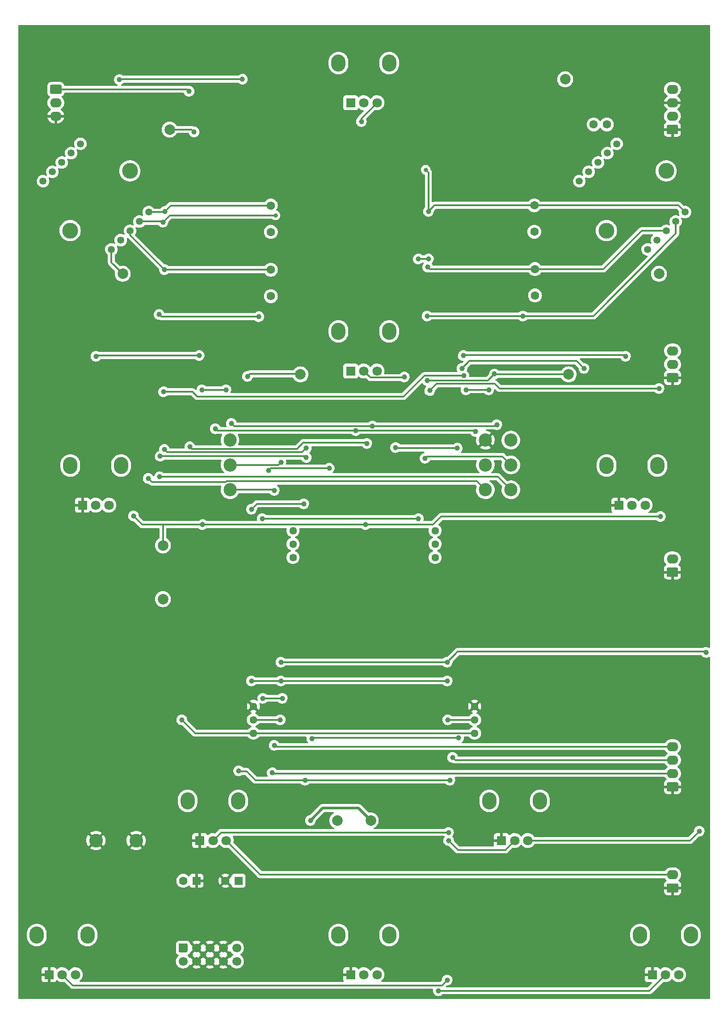
<source format=gtl>
G04 #@! TF.GenerationSoftware,KiCad,Pcbnew,6.0.5+dfsg-1~bpo11+1*
G04 #@! TF.CreationDate,2022-08-14T17:08:05+00:00*
G04 #@! TF.ProjectId,VCF_VCA_board,5643465f-5643-4415-9f62-6f6172642e6b,0*
G04 #@! TF.SameCoordinates,Original*
G04 #@! TF.FileFunction,Copper,L1,Top*
G04 #@! TF.FilePolarity,Positive*
%FSLAX46Y46*%
G04 Gerber Fmt 4.6, Leading zero omitted, Abs format (unit mm)*
G04 Created by KiCad (PCBNEW 6.0.5+dfsg-1~bpo11+1) date 2022-08-14 17:08:05*
%MOMM*%
%LPD*%
G01*
G04 APERTURE LIST*
G04 #@! TA.AperFunction,ComponentPad*
%ADD10O,2.720000X3.240000*%
G04 #@! TD*
G04 #@! TA.AperFunction,ComponentPad*
%ADD11R,1.800000X1.800000*%
G04 #@! TD*
G04 #@! TA.AperFunction,ComponentPad*
%ADD12C,1.800000*%
G04 #@! TD*
G04 #@! TA.AperFunction,ComponentPad*
%ADD13C,2.500000*%
G04 #@! TD*
G04 #@! TA.AperFunction,ComponentPad*
%ADD14C,3.000000*%
G04 #@! TD*
G04 #@! TA.AperFunction,ComponentPad*
%ADD15C,1.350000*%
G04 #@! TD*
G04 #@! TA.AperFunction,ComponentPad*
%ADD16C,1.440000*%
G04 #@! TD*
G04 #@! TA.AperFunction,ComponentPad*
%ADD17O,2.190000X1.740000*%
G04 #@! TD*
G04 #@! TA.AperFunction,ComponentPad*
%ADD18C,2.600000*%
G04 #@! TD*
G04 #@! TA.AperFunction,ComponentPad*
%ADD19C,1.600000*%
G04 #@! TD*
G04 #@! TA.AperFunction,ComponentPad*
%ADD20C,2.000000*%
G04 #@! TD*
G04 #@! TA.AperFunction,ComponentPad*
%ADD21R,1.600000X1.600000*%
G04 #@! TD*
G04 #@! TA.AperFunction,ComponentPad*
%ADD22C,1.700000*%
G04 #@! TD*
G04 #@! TA.AperFunction,ViaPad*
%ADD23C,1.000000*%
G04 #@! TD*
G04 #@! TA.AperFunction,ViaPad*
%ADD24C,0.800000*%
G04 #@! TD*
G04 #@! TA.AperFunction,Conductor*
%ADD25C,0.300000*%
G04 #@! TD*
G04 #@! TA.AperFunction,Conductor*
%ADD26C,0.500000*%
G04 #@! TD*
G04 APERTURE END LIST*
D10*
X110805000Y-100450000D03*
X101205000Y-100450000D03*
D11*
X103505000Y-107950000D03*
D12*
X106005000Y-107950000D03*
X108505000Y-107950000D03*
D10*
X101205000Y-49650000D03*
X110805000Y-49650000D03*
D11*
X103505000Y-57150000D03*
D12*
X106005000Y-57150000D03*
X108505000Y-57150000D03*
D13*
X129030000Y-130430000D03*
X129030000Y-125730000D03*
X129030000Y-121030000D03*
X133860000Y-130430000D03*
X133860000Y-125730000D03*
X133860000Y-121030000D03*
D10*
X50405000Y-125850000D03*
X60005000Y-125850000D03*
D11*
X52705000Y-133350000D03*
D12*
X55205000Y-133350000D03*
X57705000Y-133350000D03*
D10*
X110805000Y-214750000D03*
X101205000Y-214750000D03*
D11*
X103505000Y-222250000D03*
D12*
X106005000Y-222250000D03*
X108505000Y-222250000D03*
D10*
X161605000Y-125850000D03*
X152005000Y-125850000D03*
D11*
X154305000Y-133350000D03*
D12*
X156805000Y-133350000D03*
X159305000Y-133350000D03*
D10*
X82230000Y-189350000D03*
X72630000Y-189350000D03*
D11*
X74930000Y-196850000D03*
D12*
X77430000Y-196850000D03*
X79930000Y-196850000D03*
D10*
X158355000Y-214750000D03*
X167955000Y-214750000D03*
D11*
X160655000Y-222250000D03*
D12*
X163155000Y-222250000D03*
X165655000Y-222250000D03*
D13*
X80645000Y-130430000D03*
X80645000Y-125730000D03*
X80645000Y-121030000D03*
D14*
X61679672Y-70050963D03*
X50365963Y-81364672D03*
D15*
X45239439Y-71995507D03*
X47007206Y-70227740D03*
X48774973Y-68459973D03*
X50542740Y-66692206D03*
X52310507Y-64924439D03*
X65250561Y-77864493D03*
X63482794Y-79632260D03*
X61715027Y-81400027D03*
X59947260Y-83167794D03*
X58179493Y-84935561D03*
D10*
X44055000Y-214750000D03*
X53655000Y-214750000D03*
D11*
X46355000Y-222250000D03*
D12*
X48855000Y-222250000D03*
X51355000Y-222250000D03*
D10*
X129780000Y-189350000D03*
X139380000Y-189350000D03*
D11*
X132080000Y-196850000D03*
D12*
X134580000Y-196850000D03*
X137080000Y-196850000D03*
D14*
X163279672Y-70050963D03*
X151965963Y-81364672D03*
D15*
X146839439Y-71995507D03*
X148607206Y-70227740D03*
X150374973Y-68459973D03*
X152142740Y-66692206D03*
X153910507Y-64924439D03*
X166850561Y-77864493D03*
X165082794Y-79632260D03*
X163315027Y-81400027D03*
X161547260Y-83167794D03*
X159779493Y-84935561D03*
D16*
X127000000Y-171440000D03*
X127000000Y-173980000D03*
X127000000Y-176520000D03*
G04 #@! TA.AperFunction,ComponentPad*
G36*
G01*
X165330000Y-206720000D02*
X163640000Y-206720000D01*
G75*
G02*
X163390000Y-206470000I0J250000D01*
G01*
X163390000Y-205230000D01*
G75*
G02*
X163640000Y-204980000I250000J0D01*
G01*
X165330000Y-204980000D01*
G75*
G02*
X165580000Y-205230000I0J-250000D01*
G01*
X165580000Y-206470000D01*
G75*
G02*
X165330000Y-206720000I-250000J0D01*
G01*
G37*
G04 #@! TD.AperFunction*
D17*
X164485000Y-203310000D03*
D18*
X62865000Y-196850000D03*
X55245000Y-196850000D03*
D16*
X119507000Y-138176000D03*
X119507000Y-140716000D03*
X119507000Y-143256000D03*
D19*
X138303000Y-81581000D03*
X138303000Y-76581000D03*
D20*
X144145000Y-52705000D03*
D21*
X74295000Y-204470000D03*
D19*
X71795000Y-204470000D03*
D20*
X144780000Y-108585000D03*
G04 #@! TA.AperFunction,ComponentPad*
G36*
G01*
X165350000Y-110090000D02*
X163660000Y-110090000D01*
G75*
G02*
X163410000Y-109840000I0J250000D01*
G01*
X163410000Y-108600000D01*
G75*
G02*
X163660000Y-108350000I250000J0D01*
G01*
X165350000Y-108350000D01*
G75*
G02*
X165600000Y-108600000I0J-250000D01*
G01*
X165600000Y-109840000D01*
G75*
G02*
X165350000Y-110090000I-250000J0D01*
G01*
G37*
G04 #@! TD.AperFunction*
D17*
X164505000Y-106680000D03*
X164505000Y-104140000D03*
D20*
X67945000Y-151130000D03*
X161925000Y-89535000D03*
D19*
X138430000Y-93646000D03*
X138430000Y-88646000D03*
G04 #@! TA.AperFunction,ComponentPad*
G36*
G01*
X165330000Y-187560000D02*
X163640000Y-187560000D01*
G75*
G02*
X163390000Y-187310000I0J250000D01*
G01*
X163390000Y-186070000D01*
G75*
G02*
X163640000Y-185820000I250000J0D01*
G01*
X165330000Y-185820000D01*
G75*
G02*
X165580000Y-186070000I0J-250000D01*
G01*
X165580000Y-187310000D01*
G75*
G02*
X165330000Y-187560000I-250000J0D01*
G01*
G37*
G04 #@! TD.AperFunction*
D17*
X164485000Y-184150000D03*
X164485000Y-181610000D03*
X164485000Y-179070000D03*
D21*
X82275000Y-204470000D03*
D19*
X79775000Y-204470000D03*
D20*
X60325000Y-89535000D03*
X107315000Y-193040000D03*
D16*
X85090000Y-171450000D03*
X85090000Y-173990000D03*
X85090000Y-176530000D03*
D19*
X88392000Y-81621000D03*
X88392000Y-76621000D03*
G04 #@! TA.AperFunction,ComponentPad*
G36*
G01*
X46800000Y-53740000D02*
X48490000Y-53740000D01*
G75*
G02*
X48740000Y-53990000I0J-250000D01*
G01*
X48740000Y-55230000D01*
G75*
G02*
X48490000Y-55480000I-250000J0D01*
G01*
X46800000Y-55480000D01*
G75*
G02*
X46550000Y-55230000I0J250000D01*
G01*
X46550000Y-53990000D01*
G75*
G02*
X46800000Y-53740000I250000J0D01*
G01*
G37*
G04 #@! TD.AperFunction*
D17*
X47645000Y-57150000D03*
X47645000Y-59690000D03*
G04 #@! TA.AperFunction,ComponentPad*
G36*
G01*
X165310000Y-146920000D02*
X163620000Y-146920000D01*
G75*
G02*
X163370000Y-146670000I0J250000D01*
G01*
X163370000Y-145430000D01*
G75*
G02*
X163620000Y-145180000I250000J0D01*
G01*
X165310000Y-145180000D01*
G75*
G02*
X165560000Y-145430000I0J-250000D01*
G01*
X165560000Y-146670000D01*
G75*
G02*
X165310000Y-146920000I-250000J0D01*
G01*
G37*
G04 #@! TD.AperFunction*
X164465000Y-143510000D03*
D20*
X67945000Y-140970000D03*
D16*
X92583000Y-138166000D03*
X92583000Y-140706000D03*
X92583000Y-143246000D03*
D20*
X93980000Y-108585000D03*
X69215000Y-62230000D03*
D19*
X149549800Y-61264800D03*
X152049800Y-61264800D03*
G04 #@! TA.AperFunction,ComponentPad*
G36*
G01*
X71155000Y-216320000D02*
X72355000Y-216320000D01*
G75*
G02*
X72605000Y-216570000I0J-250000D01*
G01*
X72605000Y-217770000D01*
G75*
G02*
X72355000Y-218020000I-250000J0D01*
G01*
X71155000Y-218020000D01*
G75*
G02*
X70905000Y-217770000I0J250000D01*
G01*
X70905000Y-216570000D01*
G75*
G02*
X71155000Y-216320000I250000J0D01*
G01*
G37*
G04 #@! TD.AperFunction*
D22*
X71755000Y-219710000D03*
X74295000Y-217170000D03*
X74295000Y-219710000D03*
X76835000Y-217170000D03*
X76835000Y-219710000D03*
X79375000Y-217170000D03*
X79375000Y-219710000D03*
X81915000Y-217170000D03*
X81915000Y-219710000D03*
G04 #@! TA.AperFunction,ComponentPad*
G36*
G01*
X165310000Y-63100000D02*
X163620000Y-63100000D01*
G75*
G02*
X163370000Y-62850000I0J250000D01*
G01*
X163370000Y-61610000D01*
G75*
G02*
X163620000Y-61360000I250000J0D01*
G01*
X165310000Y-61360000D01*
G75*
G02*
X165560000Y-61610000I0J-250000D01*
G01*
X165560000Y-62850000D01*
G75*
G02*
X165310000Y-63100000I-250000J0D01*
G01*
G37*
G04 #@! TD.AperFunction*
D17*
X164465000Y-59690000D03*
X164465000Y-57150000D03*
X164465000Y-54610000D03*
D20*
X100965000Y-193040000D03*
D19*
X88392000Y-93773000D03*
X88392000Y-88773000D03*
D23*
X68228188Y-88743812D03*
X68326000Y-77724000D03*
X135001000Y-68580000D03*
X67945000Y-118999000D03*
X85217000Y-93980000D03*
X135001000Y-115062000D03*
X123825000Y-94488000D03*
X117856000Y-107442000D03*
X111125000Y-187960000D03*
X111125000Y-130810000D03*
X111125000Y-170180000D03*
X124079000Y-115062000D03*
X134747000Y-99314000D03*
X84709000Y-68580000D03*
X73787000Y-94742000D03*
X100965000Y-140970000D03*
X74295000Y-99060000D03*
X73482200Y-146354800D03*
X100965000Y-170180000D03*
X124333000Y-99060000D03*
X124333000Y-85090000D03*
X84709000Y-115062000D03*
X100965000Y-157480000D03*
X84455000Y-99314000D03*
X100965000Y-130810000D03*
X73787000Y-68580000D03*
X74041000Y-115062000D03*
X76784200Y-146405600D03*
X141351000Y-101346000D03*
X67310000Y-108331000D03*
X91059000Y-101346000D03*
X111125000Y-157480000D03*
X84709000Y-85090000D03*
X135255000Y-92964000D03*
X100965000Y-187960000D03*
X135001000Y-85090000D03*
X73787000Y-85090000D03*
X111125000Y-140970000D03*
X124079000Y-68580000D03*
X118110000Y-88265000D03*
X118237000Y-77724000D03*
D24*
X117729000Y-69850000D03*
D23*
X147701000Y-107442000D03*
X124587000Y-107442000D03*
X130746500Y-108521500D03*
X117983000Y-109728000D03*
X83947000Y-108966000D03*
X95110500Y-124333000D03*
X67425250Y-124090750D03*
X68199000Y-122809000D03*
X95110500Y-122555000D03*
X127127000Y-119380000D03*
X104440112Y-119213500D03*
X77851000Y-118872000D03*
X79883000Y-111506000D03*
X131191000Y-118110000D03*
X95885000Y-193040000D03*
X129667000Y-111506000D03*
X75311000Y-111506000D03*
X125349000Y-111506000D03*
X80899000Y-117856000D03*
X107635000Y-118364000D03*
X82296000Y-183642000D03*
X94869000Y-185420000D03*
X122301000Y-185420000D03*
X123952000Y-177419000D03*
X89027000Y-130556000D03*
X96139000Y-177546000D03*
X112014000Y-122428000D03*
X123698000Y-122555000D03*
X72898000Y-54991000D03*
X170813399Y-161213800D03*
X90297000Y-163068000D03*
X121793000Y-163068000D03*
X169545000Y-195072000D03*
X89027000Y-178816000D03*
X122809000Y-181102000D03*
X88646000Y-184023000D03*
X87934800Y-126796800D03*
X99441000Y-126365000D03*
X86106000Y-97663000D03*
X67945000Y-79756000D03*
D24*
X89281000Y-78486000D03*
D23*
X67222500Y-97251695D03*
X59690000Y-52775511D03*
X83002000Y-52705000D03*
X162179000Y-135509000D03*
X75438000Y-137033000D03*
X106299000Y-137033000D03*
X62357000Y-135382000D03*
X105537000Y-60706000D03*
X117983000Y-97536000D03*
X136144000Y-97536000D03*
X118237000Y-86741000D03*
X117602000Y-124460000D03*
X116332000Y-86741000D03*
X124968000Y-108839000D03*
X68072000Y-111887000D03*
X121793000Y-223266000D03*
X122047000Y-195326000D03*
X71501000Y-173990000D03*
X106553000Y-121666000D03*
X73025000Y-122301000D03*
X90297000Y-125222000D03*
X161925000Y-111252000D03*
X118488999Y-111653779D03*
X122047000Y-196850000D03*
X120151744Y-225285500D03*
X74803000Y-105029000D03*
X55245000Y-105156000D03*
X155575000Y-105156000D03*
X124841000Y-105029000D03*
X65151000Y-128270000D03*
X73850500Y-62674500D03*
X67300693Y-127980989D03*
X121793000Y-166624000D03*
X84709000Y-166624000D03*
X90297000Y-166624000D03*
X94615000Y-133096000D03*
X84709000Y-134112000D03*
X86741000Y-135890000D03*
X90551000Y-169926000D03*
X86868000Y-169926000D03*
X113665000Y-109093000D03*
X116332000Y-135890000D03*
X90170000Y-173990000D03*
X121920000Y-173990000D03*
D25*
X68228188Y-88743812D02*
X61715027Y-82230651D01*
X61715027Y-82230651D02*
X61715027Y-81400027D01*
X88392000Y-88773000D02*
X68257376Y-88773000D01*
X68257376Y-88773000D02*
X68228188Y-88743812D01*
X88392000Y-76621000D02*
X69429000Y-76621000D01*
X68326000Y-77724000D02*
X68185507Y-77864493D01*
X69429000Y-76621000D02*
X68326000Y-77724000D01*
X68185507Y-77864493D02*
X65250561Y-77864493D01*
X138430000Y-88646000D02*
X151384000Y-88646000D01*
X138430000Y-88646000D02*
X118491000Y-88646000D01*
X151384000Y-88646000D02*
X158629973Y-81400027D01*
X118491000Y-88646000D02*
X118110000Y-88265000D01*
X158629973Y-81400027D02*
X163315027Y-81400027D01*
X118237000Y-77724000D02*
X118237000Y-70358000D01*
X118237000Y-70358000D02*
X117729000Y-69850000D01*
X119380000Y-76581000D02*
X118237000Y-77724000D01*
X138303000Y-76581000D02*
X165567068Y-76581000D01*
X138303000Y-76581000D02*
X119380000Y-76581000D01*
X165567068Y-76581000D02*
X166850561Y-77864493D01*
X147701000Y-107442000D02*
X146304000Y-106045000D01*
X146304000Y-106045000D02*
X125984000Y-106045000D01*
X125984000Y-106045000D02*
X124587000Y-107442000D01*
X129540000Y-109728000D02*
X130746500Y-108521500D01*
X144780000Y-108585000D02*
X130810000Y-108585000D01*
X117983000Y-109728000D02*
X129540000Y-109728000D01*
X130810000Y-108585000D02*
X130746500Y-108521500D01*
X83947000Y-108966000D02*
X84440104Y-108472896D01*
X84440104Y-108472896D02*
X93980000Y-108472896D01*
X67425250Y-124090750D02*
X94868250Y-124090750D01*
X94868250Y-124090750D02*
X95110500Y-124333000D01*
X94348500Y-123317000D02*
X95110500Y-122555000D01*
X68707000Y-123317000D02*
X94348500Y-123317000D01*
X68199000Y-122809000D02*
X68707000Y-123317000D01*
X78188641Y-119209641D02*
X104436253Y-119209641D01*
X104436253Y-119209641D02*
X104440112Y-119213500D01*
X77851000Y-118872000D02*
X78188641Y-119209641D01*
X126960500Y-119213500D02*
X127127000Y-119380000D01*
X104440112Y-119213500D02*
X126960500Y-119213500D01*
X125349000Y-111506000D02*
X129667000Y-111506000D01*
X75311000Y-111506000D02*
X79883000Y-111506000D01*
X130937000Y-118364000D02*
X131191000Y-118110000D01*
D26*
X107315000Y-193040000D02*
X104978200Y-190703200D01*
D25*
X107635000Y-118364000D02*
X81407000Y-118364000D01*
X81407000Y-118364000D02*
X80899000Y-117856000D01*
D26*
X98221800Y-190703200D02*
X95885000Y-193040000D01*
D25*
X107635000Y-118364000D02*
X130937000Y-118364000D01*
D26*
X104978200Y-190703200D02*
X98221800Y-190703200D01*
D25*
X94869000Y-185420000D02*
X122301000Y-185420000D01*
X82296000Y-183642000D02*
X82423000Y-183769000D01*
X82423000Y-183769000D02*
X83820000Y-183769000D01*
X85471000Y-185420000D02*
X94869000Y-185420000D01*
X83820000Y-183769000D02*
X85471000Y-185420000D01*
X89027000Y-130556000D02*
X88901000Y-130430000D01*
X123952000Y-177419000D02*
X96266000Y-177419000D01*
X96266000Y-177419000D02*
X96139000Y-177546000D01*
X88901000Y-130430000D02*
X80645000Y-130430000D01*
X123698000Y-122555000D02*
X112141000Y-122555000D01*
X112141000Y-122555000D02*
X112014000Y-122428000D01*
X47645000Y-54610000D02*
X72517000Y-54610000D01*
X72517000Y-54610000D02*
X72898000Y-54991000D01*
X121793000Y-163068000D02*
X123799600Y-161061400D01*
X123799600Y-161061400D02*
X170660999Y-161061400D01*
X121793000Y-163068000D02*
X90297000Y-163068000D01*
X170660999Y-161061400D02*
X170813399Y-161213800D01*
X86390000Y-203310000D02*
X79930000Y-196850000D01*
X164485000Y-203310000D02*
X86390000Y-203310000D01*
X169545000Y-195072000D02*
X167767000Y-196850000D01*
X167767000Y-196850000D02*
X137080000Y-196850000D01*
X89281000Y-179070000D02*
X89027000Y-178816000D01*
X164485000Y-179070000D02*
X89281000Y-179070000D01*
X164485000Y-181610000D02*
X123317000Y-181610000D01*
X123317000Y-181610000D02*
X122809000Y-181102000D01*
X164485000Y-184150000D02*
X88773000Y-184150000D01*
X99441000Y-126365000D02*
X88366600Y-126365000D01*
X88773000Y-184150000D02*
X88646000Y-184023000D01*
X88366600Y-126365000D02*
X87934800Y-126796800D01*
X89281000Y-78486000D02*
X69215000Y-78486000D01*
X67633805Y-97663000D02*
X67222500Y-97251695D01*
X86106000Y-97663000D02*
X67633805Y-97663000D01*
X63482794Y-79632260D02*
X67821260Y-79632260D01*
X67821260Y-79632260D02*
X67945000Y-79756000D01*
X69215000Y-78486000D02*
X67945000Y-79756000D01*
X59760511Y-52705000D02*
X59690000Y-52775511D01*
X83002000Y-52705000D02*
X59760511Y-52705000D01*
X105537000Y-60706000D02*
X105537000Y-60118000D01*
X162179000Y-135509000D02*
X120661482Y-135509000D01*
X67945000Y-140970000D02*
X67945000Y-137160000D01*
X120661482Y-135509000D02*
X119137482Y-137033000D01*
X105537000Y-60118000D02*
X108505000Y-57150000D01*
X75438000Y-137033000D02*
X119137482Y-137033000D01*
X64008000Y-137033000D02*
X62357000Y-135382000D01*
X75438000Y-137033000D02*
X64008000Y-137033000D01*
X136144000Y-97536000D02*
X117983000Y-97536000D01*
X165082794Y-81932206D02*
X165082794Y-79632260D01*
X149479000Y-97536000D02*
X165082794Y-81932206D01*
X136144000Y-97536000D02*
X149479000Y-97536000D01*
X132260489Y-124130489D02*
X133860000Y-125730000D01*
X116332000Y-86741000D02*
X118237000Y-86741000D01*
X117602000Y-124460000D02*
X117931511Y-124130489D01*
X117931511Y-124130489D02*
X132260489Y-124130489D01*
X117475000Y-108839000D02*
X124968000Y-108839000D01*
X74422000Y-112776000D02*
X113538000Y-112776000D01*
X113538000Y-112776000D02*
X117475000Y-108839000D01*
X68072000Y-111887000D02*
X73533000Y-111887000D01*
X73533000Y-111887000D02*
X74422000Y-112776000D01*
X121793000Y-223266000D02*
X120777000Y-224282000D01*
X50887000Y-224282000D02*
X48855000Y-222250000D01*
X120777000Y-224282000D02*
X50887000Y-224282000D01*
X122047000Y-195326000D02*
X78954000Y-195326000D01*
X78954000Y-195326000D02*
X77430000Y-196850000D01*
X73025000Y-122301000D02*
X73406000Y-122682000D01*
X93345000Y-122682000D02*
X94513400Y-121513600D01*
X85090000Y-176530000D02*
X74041000Y-176530000D01*
X73406000Y-122682000D02*
X93345000Y-122682000D01*
X106400600Y-121513600D02*
X106553000Y-121666000D01*
X74041000Y-176530000D02*
X71501000Y-173990000D01*
X127000000Y-176520000D02*
X85100000Y-176520000D01*
X85100000Y-176520000D02*
X85090000Y-176530000D01*
X94513400Y-121513600D02*
X106400600Y-121513600D01*
X90297000Y-125222000D02*
X89789000Y-125730000D01*
X89789000Y-125730000D02*
X80645000Y-125730000D01*
X130810000Y-110363000D02*
X119779778Y-110363000D01*
X131699000Y-111252000D02*
X130810000Y-110363000D01*
X119779778Y-110363000D02*
X118488999Y-111653779D01*
X161925000Y-111252000D02*
X131699000Y-111252000D01*
X134580000Y-196850000D02*
X132802000Y-198628000D01*
X132802000Y-198628000D02*
X123825000Y-198628000D01*
X123825000Y-198628000D02*
X122047000Y-196850000D01*
X163155000Y-222250000D02*
X160119500Y-225285500D01*
X160119500Y-225285500D02*
X120151744Y-225285500D01*
X55245000Y-105156000D02*
X55372000Y-105029000D01*
X55372000Y-105029000D02*
X74803000Y-105029000D01*
X124841000Y-105029000D02*
X124968000Y-104902000D01*
X155321000Y-104902000D02*
X155575000Y-105156000D01*
X124968000Y-104902000D02*
X155321000Y-104902000D01*
X79857149Y-128955800D02*
X65836800Y-128955800D01*
X58179493Y-87389493D02*
X60325000Y-89535000D01*
X79982460Y-128830489D02*
X79857149Y-128955800D01*
X58179493Y-84935561D02*
X58179493Y-87389493D01*
X129030000Y-130430000D02*
X127430489Y-128830489D01*
X127430489Y-128830489D02*
X79982460Y-128830489D01*
X65836800Y-128955800D02*
X65151000Y-128270000D01*
X73406000Y-62230000D02*
X69214998Y-62230000D01*
X73850500Y-62674500D02*
X73406000Y-62230000D01*
X133860000Y-130430000D02*
X131410989Y-127980989D01*
X131410989Y-127980989D02*
X67300693Y-127980989D01*
X84709000Y-166624000D02*
X90297000Y-166624000D01*
X85725000Y-133096000D02*
X94615000Y-133096000D01*
X84709000Y-134112000D02*
X85725000Y-133096000D01*
X121793000Y-166624000D02*
X90297000Y-166624000D01*
X86741000Y-135890000D02*
X116332000Y-135890000D01*
X86868000Y-169926000D02*
X90551000Y-169926000D01*
X113665000Y-109093000D02*
X113558489Y-109199511D01*
X107254511Y-109199511D02*
X106005000Y-107950000D01*
X113558489Y-109199511D02*
X107254511Y-109199511D01*
X90170000Y-173990000D02*
X85090000Y-173990000D01*
X121920000Y-173990000D02*
X121930000Y-173980000D01*
X121930000Y-173980000D02*
X127000000Y-173980000D01*
G04 #@! TA.AperFunction,Conductor*
G36*
X171518621Y-42438502D02*
G01*
X171565114Y-42492158D01*
X171576500Y-42544500D01*
X171576500Y-160269915D01*
X171556498Y-160338036D01*
X171502842Y-160384529D01*
X171432568Y-160394633D01*
X171381694Y-160375010D01*
X171380074Y-160373670D01*
X171206100Y-160279602D01*
X171017167Y-160221118D01*
X171011042Y-160220474D01*
X171011041Y-160220474D01*
X170826603Y-160201089D01*
X170826601Y-160201089D01*
X170820474Y-160200445D01*
X170737975Y-160207953D01*
X170629650Y-160217811D01*
X170629647Y-160217812D01*
X170623511Y-160218370D01*
X170617605Y-160220108D01*
X170617601Y-160220109D01*
X170512475Y-160251049D01*
X170433780Y-160274210D01*
X170428322Y-160277063D01*
X170428318Y-160277065D01*
X170337546Y-160324520D01*
X170258509Y-160365840D01*
X170246996Y-160375097D01*
X170181375Y-160402193D01*
X170168045Y-160402900D01*
X123881659Y-160402900D01*
X123869803Y-160402341D01*
X123862063Y-160400611D01*
X123854137Y-160400860D01*
X123854136Y-160400860D01*
X123791211Y-160402838D01*
X123787253Y-160402900D01*
X123758168Y-160402900D01*
X123754237Y-160403397D01*
X123754230Y-160403397D01*
X123753779Y-160403454D01*
X123741943Y-160404386D01*
X123695769Y-160405838D01*
X123675179Y-160411820D01*
X123655818Y-160415830D01*
X123648830Y-160416712D01*
X123642396Y-160417525D01*
X123642395Y-160417525D01*
X123634536Y-160418518D01*
X123627171Y-160421434D01*
X123627167Y-160421435D01*
X123591579Y-160435526D01*
X123580369Y-160439365D01*
X123536000Y-160452255D01*
X123517535Y-160463175D01*
X123499795Y-160471866D01*
X123479844Y-160479765D01*
X123442474Y-160506916D01*
X123432552Y-160513433D01*
X123399623Y-160532907D01*
X123399619Y-160532910D01*
X123392793Y-160536947D01*
X123377629Y-160552111D01*
X123362596Y-160564951D01*
X123345243Y-160577559D01*
X123315798Y-160613152D01*
X123307808Y-160621932D01*
X121910457Y-162019283D01*
X121848145Y-162053309D01*
X121812370Y-162055269D01*
X121812370Y-162055332D01*
X121811351Y-162055325D01*
X121808192Y-162055498D01*
X121806205Y-162055289D01*
X121806202Y-162055289D01*
X121800075Y-162054645D01*
X121717576Y-162062153D01*
X121609251Y-162072011D01*
X121609248Y-162072012D01*
X121603112Y-162072570D01*
X121597206Y-162074308D01*
X121597202Y-162074309D01*
X121533203Y-162093145D01*
X121413381Y-162128410D01*
X121407923Y-162131263D01*
X121407919Y-162131265D01*
X121317147Y-162178720D01*
X121238110Y-162220040D01*
X121083975Y-162343968D01*
X121080013Y-162348690D01*
X121066753Y-162364492D01*
X121007643Y-162403818D01*
X120970232Y-162409500D01*
X91121209Y-162409500D01*
X91053088Y-162389498D01*
X91023567Y-162363136D01*
X91019960Y-162358713D01*
X91019956Y-162358709D01*
X91016065Y-162353938D01*
X90950140Y-162299400D01*
X90868425Y-162231799D01*
X90868421Y-162231797D01*
X90863675Y-162227870D01*
X90689701Y-162133802D01*
X90500768Y-162075318D01*
X90494643Y-162074674D01*
X90494642Y-162074674D01*
X90310204Y-162055289D01*
X90310202Y-162055289D01*
X90304075Y-162054645D01*
X90221576Y-162062153D01*
X90113251Y-162072011D01*
X90113248Y-162072012D01*
X90107112Y-162072570D01*
X90101206Y-162074308D01*
X90101202Y-162074309D01*
X90037203Y-162093145D01*
X89917381Y-162128410D01*
X89911923Y-162131263D01*
X89911919Y-162131265D01*
X89821147Y-162178720D01*
X89742110Y-162220040D01*
X89587975Y-162343968D01*
X89460846Y-162495474D01*
X89457879Y-162500872D01*
X89457875Y-162500877D01*
X89379095Y-162644180D01*
X89365567Y-162668787D01*
X89305765Y-162857306D01*
X89283719Y-163053851D01*
X89300268Y-163250934D01*
X89354783Y-163441050D01*
X89445187Y-163616956D01*
X89568035Y-163771953D01*
X89718650Y-163900136D01*
X89891294Y-163996624D01*
X90079392Y-164057740D01*
X90275777Y-164081158D01*
X90281912Y-164080686D01*
X90281914Y-164080686D01*
X90466830Y-164066457D01*
X90466834Y-164066456D01*
X90472972Y-164065984D01*
X90663463Y-164012798D01*
X90668967Y-164010018D01*
X90668969Y-164010017D01*
X90834495Y-163926404D01*
X90834497Y-163926403D01*
X90839996Y-163923625D01*
X90995847Y-163801861D01*
X91023203Y-163770169D01*
X91082856Y-163731672D01*
X91118584Y-163726500D01*
X120967494Y-163726500D01*
X121035615Y-163746502D01*
X121058132Y-163764974D01*
X121060204Y-163767120D01*
X121064035Y-163771953D01*
X121214650Y-163900136D01*
X121387294Y-163996624D01*
X121575392Y-164057740D01*
X121771777Y-164081158D01*
X121777912Y-164080686D01*
X121777914Y-164080686D01*
X121962830Y-164066457D01*
X121962834Y-164066456D01*
X121968972Y-164065984D01*
X122159463Y-164012798D01*
X122164967Y-164010018D01*
X122164969Y-164010017D01*
X122330495Y-163926404D01*
X122330497Y-163926403D01*
X122335996Y-163923625D01*
X122491847Y-163801861D01*
X122621078Y-163652145D01*
X122718769Y-163480179D01*
X122781197Y-163292513D01*
X122805985Y-163096295D01*
X122806380Y-163068000D01*
X122804859Y-163052488D01*
X122818118Y-162982740D01*
X122841163Y-162951097D01*
X124035455Y-161756805D01*
X124097767Y-161722779D01*
X124124550Y-161719900D01*
X169866708Y-161719900D01*
X169934829Y-161739902D01*
X169965453Y-161767635D01*
X170084434Y-161917753D01*
X170235049Y-162045936D01*
X170407693Y-162142424D01*
X170595791Y-162203540D01*
X170792176Y-162226958D01*
X170798311Y-162226486D01*
X170798313Y-162226486D01*
X170983229Y-162212257D01*
X170983233Y-162212256D01*
X170989371Y-162211784D01*
X171179862Y-162158598D01*
X171185366Y-162155818D01*
X171185368Y-162155817D01*
X171350894Y-162072204D01*
X171350896Y-162072203D01*
X171356395Y-162069425D01*
X171372929Y-162056507D01*
X171438922Y-162030331D01*
X171508593Y-162043989D01*
X171559819Y-162093145D01*
X171576500Y-162155798D01*
X171576500Y-226695500D01*
X171556498Y-226763621D01*
X171502842Y-226810114D01*
X171450500Y-226821500D01*
X40639500Y-226821500D01*
X40571379Y-226801498D01*
X40524886Y-226747842D01*
X40513500Y-226695500D01*
X40513500Y-223194669D01*
X44947001Y-223194669D01*
X44947371Y-223201490D01*
X44952895Y-223252352D01*
X44956521Y-223267604D01*
X45001676Y-223388054D01*
X45010214Y-223403649D01*
X45086715Y-223505724D01*
X45099276Y-223518285D01*
X45201351Y-223594786D01*
X45216946Y-223603324D01*
X45337394Y-223648478D01*
X45352649Y-223652105D01*
X45403514Y-223657631D01*
X45410328Y-223658000D01*
X46082885Y-223658000D01*
X46098124Y-223653525D01*
X46099329Y-223652135D01*
X46101000Y-223644452D01*
X46101000Y-223639884D01*
X46609000Y-223639884D01*
X46613475Y-223655123D01*
X46614865Y-223656328D01*
X46622548Y-223657999D01*
X47299669Y-223657999D01*
X47306490Y-223657629D01*
X47357352Y-223652105D01*
X47372604Y-223648479D01*
X47493054Y-223603324D01*
X47508649Y-223594786D01*
X47610724Y-223518285D01*
X47623285Y-223505724D01*
X47699786Y-223403649D01*
X47708325Y-223388052D01*
X47720278Y-223356167D01*
X47762919Y-223299402D01*
X47829480Y-223274702D01*
X47898829Y-223289909D01*
X47918741Y-223303448D01*
X48044349Y-223407730D01*
X48244322Y-223524584D01*
X48249147Y-223526426D01*
X48249148Y-223526427D01*
X48310466Y-223549842D01*
X48460694Y-223607209D01*
X48465760Y-223608240D01*
X48465761Y-223608240D01*
X48502463Y-223615707D01*
X48687656Y-223653385D01*
X48818324Y-223658176D01*
X48913949Y-223661683D01*
X48913953Y-223661683D01*
X48919113Y-223661872D01*
X48924233Y-223661216D01*
X48924235Y-223661216D01*
X49023668Y-223648478D01*
X49148847Y-223632442D01*
X49153796Y-223630957D01*
X49153802Y-223630956D01*
X49188249Y-223620621D01*
X49197789Y-223617759D01*
X49268783Y-223617343D01*
X49323090Y-223649350D01*
X50363345Y-224689605D01*
X50371335Y-224698385D01*
X50375584Y-224705080D01*
X50381362Y-224710506D01*
X50381363Y-224710507D01*
X50427257Y-224753604D01*
X50430099Y-224756359D01*
X50450667Y-224776927D01*
X50454170Y-224779644D01*
X50463195Y-224787352D01*
X50496867Y-224818972D01*
X50503818Y-224822793D01*
X50503819Y-224822794D01*
X50515658Y-224829303D01*
X50532182Y-224840157D01*
X50542271Y-224847982D01*
X50549132Y-224853304D01*
X50556404Y-224856451D01*
X50556406Y-224856452D01*
X50591535Y-224871654D01*
X50602196Y-224876876D01*
X50642663Y-224899124D01*
X50663441Y-224904459D01*
X50682131Y-224910858D01*
X50701824Y-224919380D01*
X50745596Y-224926313D01*
X50747448Y-224926606D01*
X50759071Y-224929013D01*
X50787072Y-224936202D01*
X50803812Y-224940500D01*
X50825259Y-224940500D01*
X50844969Y-224942051D01*
X50866152Y-224945406D01*
X50912141Y-224941059D01*
X50923996Y-224940500D01*
X119034650Y-224940500D01*
X119102771Y-224960502D01*
X119149264Y-225014158D01*
X119159865Y-225080545D01*
X119138463Y-225271351D01*
X119155012Y-225468434D01*
X119209527Y-225658550D01*
X119299931Y-225834456D01*
X119422779Y-225989453D01*
X119573394Y-226117636D01*
X119746038Y-226214124D01*
X119934136Y-226275240D01*
X120130521Y-226298658D01*
X120136656Y-226298186D01*
X120136658Y-226298186D01*
X120321574Y-226283957D01*
X120321578Y-226283956D01*
X120327716Y-226283484D01*
X120518207Y-226230298D01*
X120523711Y-226227518D01*
X120523713Y-226227517D01*
X120689239Y-226143904D01*
X120689241Y-226143903D01*
X120694740Y-226141125D01*
X120850591Y-226019361D01*
X120877947Y-225987669D01*
X120937600Y-225949172D01*
X120973328Y-225944000D01*
X160037444Y-225944000D01*
X160049300Y-225944559D01*
X160049303Y-225944559D01*
X160057037Y-225946288D01*
X160127869Y-225944062D01*
X160131827Y-225944000D01*
X160160932Y-225944000D01*
X160165332Y-225943444D01*
X160177164Y-225942512D01*
X160223331Y-225941062D01*
X160243921Y-225935080D01*
X160263282Y-225931070D01*
X160270270Y-225930188D01*
X160276704Y-225929375D01*
X160276705Y-225929375D01*
X160284564Y-225928382D01*
X160291929Y-225925466D01*
X160291933Y-225925465D01*
X160327521Y-225911374D01*
X160338731Y-225907535D01*
X160383100Y-225894645D01*
X160401565Y-225883725D01*
X160419305Y-225875034D01*
X160439256Y-225867135D01*
X160476629Y-225839982D01*
X160486548Y-225833467D01*
X160519477Y-225813993D01*
X160519481Y-225813990D01*
X160526307Y-225809953D01*
X160541471Y-225794789D01*
X160556505Y-225781948D01*
X160567443Y-225774001D01*
X160573857Y-225769341D01*
X160603303Y-225733747D01*
X160611292Y-225724968D01*
X162686527Y-223649733D01*
X162748839Y-223615707D01*
X162800742Y-223615357D01*
X162826616Y-223620621D01*
X162987656Y-223653385D01*
X163118324Y-223658176D01*
X163213949Y-223661683D01*
X163213953Y-223661683D01*
X163219113Y-223661872D01*
X163224233Y-223661216D01*
X163224235Y-223661216D01*
X163323668Y-223648478D01*
X163448847Y-223632442D01*
X163453795Y-223630957D01*
X163453802Y-223630956D01*
X163665747Y-223567369D01*
X163670690Y-223565886D01*
X163703440Y-223549842D01*
X163874049Y-223466262D01*
X163874052Y-223466260D01*
X163878684Y-223463991D01*
X164067243Y-223329494D01*
X164231303Y-223166005D01*
X164300370Y-223069888D01*
X164356365Y-223026240D01*
X164427068Y-223019794D01*
X164490033Y-223052597D01*
X164510128Y-223077584D01*
X164511799Y-223080311D01*
X164511804Y-223080317D01*
X164514501Y-223084719D01*
X164666147Y-223259784D01*
X164844349Y-223407730D01*
X165044322Y-223524584D01*
X165049147Y-223526426D01*
X165049148Y-223526427D01*
X165110466Y-223549842D01*
X165260694Y-223607209D01*
X165265760Y-223608240D01*
X165265761Y-223608240D01*
X165302463Y-223615707D01*
X165487656Y-223653385D01*
X165618324Y-223658176D01*
X165713949Y-223661683D01*
X165713953Y-223661683D01*
X165719113Y-223661872D01*
X165724233Y-223661216D01*
X165724235Y-223661216D01*
X165823668Y-223648478D01*
X165948847Y-223632442D01*
X165953795Y-223630957D01*
X165953802Y-223630956D01*
X166165747Y-223567369D01*
X166170690Y-223565886D01*
X166203440Y-223549842D01*
X166374049Y-223466262D01*
X166374052Y-223466260D01*
X166378684Y-223463991D01*
X166567243Y-223329494D01*
X166731303Y-223166005D01*
X166866458Y-222977917D01*
X166969078Y-222770280D01*
X167036408Y-222548671D01*
X167066640Y-222319041D01*
X167067782Y-222272309D01*
X167068245Y-222253365D01*
X167068245Y-222253361D01*
X167068327Y-222250000D01*
X167062032Y-222173434D01*
X167049773Y-222024318D01*
X167049772Y-222024312D01*
X167049349Y-222019167D01*
X166992925Y-221794533D01*
X166900570Y-221582131D01*
X166774764Y-221387665D01*
X166618887Y-221216358D01*
X166614836Y-221213159D01*
X166614832Y-221213155D01*
X166441177Y-221076011D01*
X166441172Y-221076008D01*
X166437123Y-221072810D01*
X166432607Y-221070317D01*
X166432604Y-221070315D01*
X166238879Y-220963373D01*
X166238875Y-220963371D01*
X166234355Y-220960876D01*
X166229486Y-220959152D01*
X166229482Y-220959150D01*
X166020903Y-220885288D01*
X166020899Y-220885287D01*
X166016028Y-220883562D01*
X166010935Y-220882655D01*
X166010932Y-220882654D01*
X165793095Y-220843851D01*
X165793089Y-220843850D01*
X165788006Y-220842945D01*
X165710644Y-220842000D01*
X165561581Y-220840179D01*
X165561579Y-220840179D01*
X165556411Y-220840116D01*
X165327464Y-220875150D01*
X165107314Y-220947106D01*
X165102726Y-220949494D01*
X165102722Y-220949496D01*
X164906461Y-221051663D01*
X164901872Y-221054052D01*
X164897739Y-221057155D01*
X164897736Y-221057157D01*
X164720790Y-221190012D01*
X164716655Y-221193117D01*
X164556639Y-221360564D01*
X164509836Y-221429174D01*
X164454927Y-221474175D01*
X164384402Y-221482346D01*
X164320655Y-221451092D01*
X164299959Y-221426609D01*
X164277577Y-221392013D01*
X164277574Y-221392009D01*
X164274764Y-221387665D01*
X164118887Y-221216358D01*
X164114836Y-221213159D01*
X164114832Y-221213155D01*
X163941177Y-221076011D01*
X163941172Y-221076008D01*
X163937123Y-221072810D01*
X163932607Y-221070317D01*
X163932604Y-221070315D01*
X163738879Y-220963373D01*
X163738875Y-220963371D01*
X163734355Y-220960876D01*
X163729486Y-220959152D01*
X163729482Y-220959150D01*
X163520903Y-220885288D01*
X163520899Y-220885287D01*
X163516028Y-220883562D01*
X163510935Y-220882655D01*
X163510932Y-220882654D01*
X163293095Y-220843851D01*
X163293089Y-220843850D01*
X163288006Y-220842945D01*
X163210644Y-220842000D01*
X163061581Y-220840179D01*
X163061579Y-220840179D01*
X163056411Y-220840116D01*
X162827464Y-220875150D01*
X162607314Y-220947106D01*
X162602726Y-220949494D01*
X162602722Y-220949496D01*
X162406461Y-221051663D01*
X162401872Y-221054052D01*
X162397739Y-221057155D01*
X162397736Y-221057157D01*
X162220790Y-221190012D01*
X162216655Y-221193117D01*
X162216066Y-221192333D01*
X162156346Y-221220484D01*
X162085955Y-221211231D01*
X162031741Y-221165391D01*
X162018925Y-221140224D01*
X162008323Y-221111944D01*
X161999786Y-221096351D01*
X161923285Y-220994276D01*
X161910724Y-220981715D01*
X161808649Y-220905214D01*
X161793054Y-220896676D01*
X161672606Y-220851522D01*
X161657351Y-220847895D01*
X161606486Y-220842369D01*
X161599672Y-220842000D01*
X160927115Y-220842000D01*
X160911876Y-220846475D01*
X160910671Y-220847865D01*
X160909000Y-220855548D01*
X160909000Y-222378000D01*
X160888998Y-222446121D01*
X160835342Y-222492614D01*
X160783000Y-222504000D01*
X159265116Y-222504000D01*
X159249877Y-222508475D01*
X159248672Y-222509865D01*
X159247001Y-222517548D01*
X159247001Y-223194669D01*
X159247371Y-223201490D01*
X159252895Y-223252352D01*
X159256521Y-223267604D01*
X159301676Y-223388054D01*
X159310214Y-223403649D01*
X159386715Y-223505724D01*
X159399276Y-223518285D01*
X159501351Y-223594786D01*
X159516946Y-223603324D01*
X159637394Y-223648478D01*
X159652649Y-223652105D01*
X159703514Y-223657631D01*
X159710328Y-223658000D01*
X160511551Y-223657999D01*
X160579672Y-223678001D01*
X160626165Y-223731657D01*
X160636269Y-223801931D01*
X160606776Y-223866511D01*
X160600646Y-223873094D01*
X159883645Y-224590095D01*
X159821333Y-224624121D01*
X159794550Y-224627000D01*
X121667450Y-224627000D01*
X121599329Y-224606998D01*
X121552836Y-224553342D01*
X121542732Y-224483068D01*
X121572226Y-224418488D01*
X121578355Y-224411905D01*
X121674933Y-224315327D01*
X121737245Y-224281301D01*
X121766211Y-224278494D01*
X121771777Y-224279158D01*
X121777912Y-224278686D01*
X121777915Y-224278686D01*
X121962830Y-224264457D01*
X121962834Y-224264456D01*
X121968972Y-224263984D01*
X122159463Y-224210798D01*
X122164967Y-224208018D01*
X122164969Y-224208017D01*
X122330495Y-224124404D01*
X122330497Y-224124403D01*
X122335996Y-224121625D01*
X122491847Y-223999861D01*
X122621078Y-223850145D01*
X122718769Y-223678179D01*
X122781197Y-223490513D01*
X122805985Y-223294295D01*
X122806380Y-223266000D01*
X122787080Y-223069167D01*
X122729916Y-222879831D01*
X122637066Y-222705204D01*
X122566709Y-222618938D01*
X122515960Y-222556713D01*
X122515957Y-222556710D01*
X122512065Y-222551938D01*
X122505724Y-222546692D01*
X122364425Y-222429799D01*
X122364421Y-222429797D01*
X122359675Y-222425870D01*
X122185701Y-222331802D01*
X121996768Y-222273318D01*
X121990643Y-222272674D01*
X121990642Y-222272674D01*
X121806204Y-222253289D01*
X121806202Y-222253289D01*
X121800075Y-222252645D01*
X121717576Y-222260153D01*
X121609251Y-222270011D01*
X121609248Y-222270012D01*
X121603112Y-222270570D01*
X121597206Y-222272308D01*
X121597202Y-222272309D01*
X121492076Y-222303249D01*
X121413381Y-222326410D01*
X121407923Y-222329263D01*
X121407919Y-222329265D01*
X121317147Y-222376720D01*
X121238110Y-222418040D01*
X121083975Y-222541968D01*
X120956846Y-222693474D01*
X120953879Y-222698872D01*
X120953875Y-222698877D01*
X120912070Y-222774922D01*
X120861567Y-222866787D01*
X120859706Y-222872654D01*
X120859705Y-222872656D01*
X120855080Y-222887237D01*
X120801765Y-223055306D01*
X120779719Y-223251851D01*
X120780235Y-223257995D01*
X120782275Y-223282290D01*
X120768043Y-223351845D01*
X120745812Y-223381928D01*
X120541145Y-223586595D01*
X120478833Y-223620621D01*
X120452050Y-223623500D01*
X109398685Y-223623500D01*
X109330564Y-223603498D01*
X109284071Y-223549842D01*
X109273967Y-223479568D01*
X109303461Y-223414988D01*
X109325517Y-223394921D01*
X109335147Y-223388052D01*
X109417243Y-223329494D01*
X109581303Y-223166005D01*
X109716458Y-222977917D01*
X109819078Y-222770280D01*
X109886408Y-222548671D01*
X109916640Y-222319041D01*
X109917782Y-222272309D01*
X109918245Y-222253365D01*
X109918245Y-222253361D01*
X109918327Y-222250000D01*
X109912032Y-222173434D01*
X109899773Y-222024318D01*
X109899772Y-222024312D01*
X109899349Y-222019167D01*
X109888980Y-221977885D01*
X159247000Y-221977885D01*
X159251475Y-221993124D01*
X159252865Y-221994329D01*
X159260548Y-221996000D01*
X160382885Y-221996000D01*
X160398124Y-221991525D01*
X160399329Y-221990135D01*
X160401000Y-221982452D01*
X160401000Y-220860116D01*
X160396525Y-220844877D01*
X160395135Y-220843672D01*
X160387452Y-220842001D01*
X159710331Y-220842001D01*
X159703510Y-220842371D01*
X159652648Y-220847895D01*
X159637396Y-220851521D01*
X159516946Y-220896676D01*
X159501351Y-220905214D01*
X159399276Y-220981715D01*
X159386715Y-220994276D01*
X159310214Y-221096351D01*
X159301676Y-221111946D01*
X159256522Y-221232394D01*
X159252895Y-221247649D01*
X159247369Y-221298514D01*
X159247000Y-221305328D01*
X159247000Y-221977885D01*
X109888980Y-221977885D01*
X109842925Y-221794533D01*
X109750570Y-221582131D01*
X109624764Y-221387665D01*
X109468887Y-221216358D01*
X109464836Y-221213159D01*
X109464832Y-221213155D01*
X109291177Y-221076011D01*
X109291172Y-221076008D01*
X109287123Y-221072810D01*
X109282607Y-221070317D01*
X109282604Y-221070315D01*
X109088879Y-220963373D01*
X109088875Y-220963371D01*
X109084355Y-220960876D01*
X109079486Y-220959152D01*
X109079482Y-220959150D01*
X108870903Y-220885288D01*
X108870899Y-220885287D01*
X108866028Y-220883562D01*
X108860935Y-220882655D01*
X108860932Y-220882654D01*
X108643095Y-220843851D01*
X108643089Y-220843850D01*
X108638006Y-220842945D01*
X108560644Y-220842000D01*
X108411581Y-220840179D01*
X108411579Y-220840179D01*
X108406411Y-220840116D01*
X108177464Y-220875150D01*
X107957314Y-220947106D01*
X107952726Y-220949494D01*
X107952722Y-220949496D01*
X107756461Y-221051663D01*
X107751872Y-221054052D01*
X107747739Y-221057155D01*
X107747736Y-221057157D01*
X107570790Y-221190012D01*
X107566655Y-221193117D01*
X107406639Y-221360564D01*
X107359836Y-221429174D01*
X107304927Y-221474175D01*
X107234402Y-221482346D01*
X107170655Y-221451092D01*
X107149959Y-221426609D01*
X107127577Y-221392013D01*
X107127574Y-221392009D01*
X107124764Y-221387665D01*
X106968887Y-221216358D01*
X106964836Y-221213159D01*
X106964832Y-221213155D01*
X106791177Y-221076011D01*
X106791172Y-221076008D01*
X106787123Y-221072810D01*
X106782607Y-221070317D01*
X106782604Y-221070315D01*
X106588879Y-220963373D01*
X106588875Y-220963371D01*
X106584355Y-220960876D01*
X106579486Y-220959152D01*
X106579482Y-220959150D01*
X106370903Y-220885288D01*
X106370899Y-220885287D01*
X106366028Y-220883562D01*
X106360935Y-220882655D01*
X106360932Y-220882654D01*
X106143095Y-220843851D01*
X106143089Y-220843850D01*
X106138006Y-220842945D01*
X106060644Y-220842000D01*
X105911581Y-220840179D01*
X105911579Y-220840179D01*
X105906411Y-220840116D01*
X105677464Y-220875150D01*
X105457314Y-220947106D01*
X105452726Y-220949494D01*
X105452722Y-220949496D01*
X105256461Y-221051663D01*
X105251872Y-221054052D01*
X105247739Y-221057155D01*
X105247736Y-221057157D01*
X105070790Y-221190012D01*
X105066655Y-221193117D01*
X105066066Y-221192333D01*
X105006346Y-221220484D01*
X104935955Y-221211231D01*
X104881741Y-221165391D01*
X104868925Y-221140224D01*
X104858323Y-221111944D01*
X104849786Y-221096351D01*
X104773285Y-220994276D01*
X104760724Y-220981715D01*
X104658649Y-220905214D01*
X104643054Y-220896676D01*
X104522606Y-220851522D01*
X104507351Y-220847895D01*
X104456486Y-220842369D01*
X104449672Y-220842000D01*
X103777115Y-220842000D01*
X103761876Y-220846475D01*
X103760671Y-220847865D01*
X103759000Y-220855548D01*
X103759000Y-222378000D01*
X103738998Y-222446121D01*
X103685342Y-222492614D01*
X103633000Y-222504000D01*
X102115116Y-222504000D01*
X102099877Y-222508475D01*
X102098672Y-222509865D01*
X102097001Y-222517548D01*
X102097001Y-223194669D01*
X102097371Y-223201490D01*
X102102895Y-223252352D01*
X102106521Y-223267604D01*
X102151676Y-223388054D01*
X102160214Y-223403648D01*
X102173919Y-223421935D01*
X102198767Y-223488441D01*
X102183714Y-223557824D01*
X102133540Y-223608054D01*
X102073093Y-223623500D01*
X52248685Y-223623500D01*
X52180564Y-223603498D01*
X52134071Y-223549842D01*
X52123967Y-223479568D01*
X52153461Y-223414988D01*
X52175517Y-223394921D01*
X52185147Y-223388052D01*
X52267243Y-223329494D01*
X52431303Y-223166005D01*
X52566458Y-222977917D01*
X52669078Y-222770280D01*
X52736408Y-222548671D01*
X52766640Y-222319041D01*
X52767782Y-222272309D01*
X52768245Y-222253365D01*
X52768245Y-222253361D01*
X52768327Y-222250000D01*
X52762032Y-222173434D01*
X52749773Y-222024318D01*
X52749772Y-222024312D01*
X52749349Y-222019167D01*
X52738980Y-221977885D01*
X102097000Y-221977885D01*
X102101475Y-221993124D01*
X102102865Y-221994329D01*
X102110548Y-221996000D01*
X103232885Y-221996000D01*
X103248124Y-221991525D01*
X103249329Y-221990135D01*
X103251000Y-221982452D01*
X103251000Y-220860116D01*
X103246525Y-220844877D01*
X103245135Y-220843672D01*
X103237452Y-220842001D01*
X102560331Y-220842001D01*
X102553510Y-220842371D01*
X102502648Y-220847895D01*
X102487396Y-220851521D01*
X102366946Y-220896676D01*
X102351351Y-220905214D01*
X102249276Y-220981715D01*
X102236715Y-220994276D01*
X102160214Y-221096351D01*
X102151676Y-221111946D01*
X102106522Y-221232394D01*
X102102895Y-221247649D01*
X102097369Y-221298514D01*
X102097000Y-221305328D01*
X102097000Y-221977885D01*
X52738980Y-221977885D01*
X52692925Y-221794533D01*
X52600570Y-221582131D01*
X52474764Y-221387665D01*
X52318887Y-221216358D01*
X52314836Y-221213159D01*
X52314832Y-221213155D01*
X52141177Y-221076011D01*
X52141172Y-221076008D01*
X52137123Y-221072810D01*
X52132607Y-221070317D01*
X52132604Y-221070315D01*
X51938879Y-220963373D01*
X51938875Y-220963371D01*
X51934355Y-220960876D01*
X51929486Y-220959152D01*
X51929482Y-220959150D01*
X51720903Y-220885288D01*
X51720899Y-220885287D01*
X51716028Y-220883562D01*
X51710935Y-220882655D01*
X51710932Y-220882654D01*
X51493095Y-220843851D01*
X51493089Y-220843850D01*
X51488006Y-220842945D01*
X51410644Y-220842000D01*
X51261581Y-220840179D01*
X51261579Y-220840179D01*
X51256411Y-220840116D01*
X51027464Y-220875150D01*
X50807314Y-220947106D01*
X50802726Y-220949494D01*
X50802722Y-220949496D01*
X50606461Y-221051663D01*
X50601872Y-221054052D01*
X50597739Y-221057155D01*
X50597736Y-221057157D01*
X50420790Y-221190012D01*
X50416655Y-221193117D01*
X50256639Y-221360564D01*
X50209836Y-221429174D01*
X50154927Y-221474175D01*
X50084402Y-221482346D01*
X50020655Y-221451092D01*
X49999959Y-221426609D01*
X49977577Y-221392013D01*
X49977574Y-221392009D01*
X49974764Y-221387665D01*
X49818887Y-221216358D01*
X49814836Y-221213159D01*
X49814832Y-221213155D01*
X49641177Y-221076011D01*
X49641172Y-221076008D01*
X49637123Y-221072810D01*
X49632607Y-221070317D01*
X49632604Y-221070315D01*
X49438879Y-220963373D01*
X49438875Y-220963371D01*
X49434355Y-220960876D01*
X49429486Y-220959152D01*
X49429482Y-220959150D01*
X49220903Y-220885288D01*
X49220899Y-220885287D01*
X49216028Y-220883562D01*
X49210935Y-220882655D01*
X49210932Y-220882654D01*
X48993095Y-220843851D01*
X48993089Y-220843850D01*
X48988006Y-220842945D01*
X48910644Y-220842000D01*
X48761581Y-220840179D01*
X48761579Y-220840179D01*
X48756411Y-220840116D01*
X48527464Y-220875150D01*
X48307314Y-220947106D01*
X48302726Y-220949494D01*
X48302722Y-220949496D01*
X48106461Y-221051663D01*
X48101872Y-221054052D01*
X48097739Y-221057155D01*
X48097736Y-221057157D01*
X47920790Y-221190012D01*
X47916655Y-221193117D01*
X47916066Y-221192333D01*
X47856346Y-221220484D01*
X47785955Y-221211231D01*
X47731741Y-221165391D01*
X47718925Y-221140224D01*
X47708323Y-221111944D01*
X47699786Y-221096351D01*
X47623285Y-220994276D01*
X47610724Y-220981715D01*
X47508649Y-220905214D01*
X47493054Y-220896676D01*
X47372606Y-220851522D01*
X47357351Y-220847895D01*
X47306486Y-220842369D01*
X47299672Y-220842000D01*
X46627115Y-220842000D01*
X46611876Y-220846475D01*
X46610671Y-220847865D01*
X46609000Y-220855548D01*
X46609000Y-223639884D01*
X46101000Y-223639884D01*
X46101000Y-222522115D01*
X46096525Y-222506876D01*
X46095135Y-222505671D01*
X46087452Y-222504000D01*
X44965116Y-222504000D01*
X44949877Y-222508475D01*
X44948672Y-222509865D01*
X44947001Y-222517548D01*
X44947001Y-223194669D01*
X40513500Y-223194669D01*
X40513500Y-221977885D01*
X44947000Y-221977885D01*
X44951475Y-221993124D01*
X44952865Y-221994329D01*
X44960548Y-221996000D01*
X46082885Y-221996000D01*
X46098124Y-221991525D01*
X46099329Y-221990135D01*
X46101000Y-221982452D01*
X46101000Y-220860116D01*
X46096525Y-220844877D01*
X46095135Y-220843672D01*
X46087452Y-220842001D01*
X45410331Y-220842001D01*
X45403510Y-220842371D01*
X45352648Y-220847895D01*
X45337396Y-220851521D01*
X45216946Y-220896676D01*
X45201351Y-220905214D01*
X45099276Y-220981715D01*
X45086715Y-220994276D01*
X45010214Y-221096351D01*
X45001676Y-221111946D01*
X44956522Y-221232394D01*
X44952895Y-221247649D01*
X44947369Y-221298514D01*
X44947000Y-221305328D01*
X44947000Y-221977885D01*
X40513500Y-221977885D01*
X40513500Y-219676695D01*
X70392251Y-219676695D01*
X70392548Y-219681848D01*
X70392548Y-219681851D01*
X70398011Y-219776590D01*
X70405110Y-219899715D01*
X70406247Y-219904761D01*
X70406248Y-219904767D01*
X70426119Y-219992939D01*
X70454222Y-220117639D01*
X70538266Y-220324616D01*
X70575072Y-220384678D01*
X70652288Y-220510683D01*
X70654987Y-220515088D01*
X70801250Y-220683938D01*
X70973126Y-220826632D01*
X71166000Y-220939338D01*
X71374692Y-221019030D01*
X71379760Y-221020061D01*
X71379763Y-221020062D01*
X71484604Y-221041392D01*
X71593597Y-221063567D01*
X71598772Y-221063757D01*
X71598774Y-221063757D01*
X71811673Y-221071564D01*
X71811677Y-221071564D01*
X71816837Y-221071753D01*
X71821957Y-221071097D01*
X71821959Y-221071097D01*
X72033288Y-221044025D01*
X72033289Y-221044025D01*
X72038416Y-221043368D01*
X72043366Y-221041883D01*
X72247429Y-220980661D01*
X72247434Y-220980659D01*
X72252384Y-220979174D01*
X72452994Y-220880896D01*
X72517544Y-220834853D01*
X73534977Y-220834853D01*
X73540258Y-220841907D01*
X73701756Y-220936279D01*
X73711042Y-220940729D01*
X73910001Y-221016703D01*
X73919899Y-221019579D01*
X74128595Y-221062038D01*
X74138823Y-221063257D01*
X74351650Y-221071062D01*
X74361936Y-221070595D01*
X74573185Y-221043534D01*
X74583262Y-221041392D01*
X74787255Y-220980191D01*
X74796842Y-220976433D01*
X74988098Y-220882738D01*
X74996944Y-220877465D01*
X75044247Y-220843723D01*
X75051211Y-220834853D01*
X76074977Y-220834853D01*
X76080258Y-220841907D01*
X76241756Y-220936279D01*
X76251042Y-220940729D01*
X76450001Y-221016703D01*
X76459899Y-221019579D01*
X76668595Y-221062038D01*
X76678823Y-221063257D01*
X76891650Y-221071062D01*
X76901936Y-221070595D01*
X77113185Y-221043534D01*
X77123262Y-221041392D01*
X77327255Y-220980191D01*
X77336842Y-220976433D01*
X77528098Y-220882738D01*
X77536944Y-220877465D01*
X77584247Y-220843723D01*
X77591211Y-220834853D01*
X78614977Y-220834853D01*
X78620258Y-220841907D01*
X78781756Y-220936279D01*
X78791042Y-220940729D01*
X78990001Y-221016703D01*
X78999899Y-221019579D01*
X79208595Y-221062038D01*
X79218823Y-221063257D01*
X79431650Y-221071062D01*
X79441936Y-221070595D01*
X79653185Y-221043534D01*
X79663262Y-221041392D01*
X79867255Y-220980191D01*
X79876842Y-220976433D01*
X80068098Y-220882738D01*
X80076944Y-220877465D01*
X80124247Y-220843723D01*
X80132648Y-220833023D01*
X80125660Y-220819870D01*
X79387812Y-220082022D01*
X79373868Y-220074408D01*
X79372035Y-220074539D01*
X79365420Y-220078790D01*
X78621737Y-220822473D01*
X78614977Y-220834853D01*
X77591211Y-220834853D01*
X77592648Y-220833023D01*
X77585660Y-220819870D01*
X76847812Y-220082022D01*
X76833868Y-220074408D01*
X76832035Y-220074539D01*
X76825420Y-220078790D01*
X76081737Y-220822473D01*
X76074977Y-220834853D01*
X75051211Y-220834853D01*
X75052648Y-220833023D01*
X75045660Y-220819870D01*
X74307812Y-220082022D01*
X74293868Y-220074408D01*
X74292035Y-220074539D01*
X74285420Y-220078790D01*
X73541737Y-220822473D01*
X73534977Y-220834853D01*
X72517544Y-220834853D01*
X72634860Y-220751173D01*
X72793096Y-220593489D01*
X72852594Y-220510689D01*
X72923453Y-220412077D01*
X72924640Y-220412930D01*
X72971960Y-220369362D01*
X73041897Y-220357145D01*
X73107338Y-220384678D01*
X73135166Y-220416512D01*
X73161459Y-220459419D01*
X73171916Y-220468880D01*
X73180694Y-220465096D01*
X73922978Y-219722812D01*
X73929356Y-219711132D01*
X74659408Y-219711132D01*
X74659539Y-219712965D01*
X74663790Y-219719580D01*
X75405474Y-220461264D01*
X75417484Y-220467823D01*
X75429223Y-220458855D01*
X75463022Y-220411819D01*
X75464149Y-220412629D01*
X75511659Y-220368881D01*
X75581596Y-220356661D01*
X75647038Y-220384191D01*
X75674870Y-220416029D01*
X75701459Y-220459419D01*
X75711916Y-220468880D01*
X75720694Y-220465096D01*
X76462978Y-219722812D01*
X76469356Y-219711132D01*
X77199408Y-219711132D01*
X77199539Y-219712965D01*
X77203790Y-219719580D01*
X77945474Y-220461264D01*
X77957484Y-220467823D01*
X77969223Y-220458855D01*
X78003022Y-220411819D01*
X78004149Y-220412629D01*
X78051659Y-220368881D01*
X78121596Y-220356661D01*
X78187038Y-220384191D01*
X78214870Y-220416029D01*
X78241459Y-220459419D01*
X78251916Y-220468880D01*
X78260694Y-220465096D01*
X79002978Y-219722812D01*
X79009356Y-219711132D01*
X79739408Y-219711132D01*
X79739539Y-219712965D01*
X79743790Y-219719580D01*
X80485474Y-220461264D01*
X80497484Y-220467823D01*
X80509223Y-220458855D01*
X80543022Y-220411819D01*
X80544277Y-220412721D01*
X80591391Y-220369355D01*
X80661330Y-220357148D01*
X80726767Y-220384691D01*
X80754580Y-220416513D01*
X80812287Y-220510683D01*
X80812291Y-220510688D01*
X80814987Y-220515088D01*
X80961250Y-220683938D01*
X81133126Y-220826632D01*
X81326000Y-220939338D01*
X81534692Y-221019030D01*
X81539760Y-221020061D01*
X81539763Y-221020062D01*
X81644604Y-221041392D01*
X81753597Y-221063567D01*
X81758772Y-221063757D01*
X81758774Y-221063757D01*
X81971673Y-221071564D01*
X81971677Y-221071564D01*
X81976837Y-221071753D01*
X81981957Y-221071097D01*
X81981959Y-221071097D01*
X82193288Y-221044025D01*
X82193289Y-221044025D01*
X82198416Y-221043368D01*
X82203366Y-221041883D01*
X82407429Y-220980661D01*
X82407434Y-220980659D01*
X82412384Y-220979174D01*
X82612994Y-220880896D01*
X82794860Y-220751173D01*
X82953096Y-220593489D01*
X83012594Y-220510689D01*
X83080435Y-220416277D01*
X83083453Y-220412077D01*
X83096995Y-220384678D01*
X83180136Y-220216453D01*
X83180137Y-220216451D01*
X83182430Y-220211811D01*
X83247370Y-219998069D01*
X83276529Y-219776590D01*
X83278156Y-219710000D01*
X83259852Y-219487361D01*
X83205431Y-219270702D01*
X83116354Y-219065840D01*
X82995014Y-218878277D01*
X82844670Y-218713051D01*
X82840616Y-218709849D01*
X82840615Y-218709848D01*
X82673414Y-218577800D01*
X82673410Y-218577798D01*
X82669359Y-218574598D01*
X82628053Y-218551796D01*
X82578084Y-218501364D01*
X82563312Y-218431921D01*
X82588428Y-218365516D01*
X82615780Y-218338909D01*
X82680110Y-218293023D01*
X82794860Y-218211173D01*
X82953096Y-218053489D01*
X83083453Y-217872077D01*
X83104568Y-217829355D01*
X83180136Y-217676453D01*
X83180137Y-217676451D01*
X83182430Y-217671811D01*
X83247370Y-217458069D01*
X83276529Y-217236590D01*
X83278156Y-217170000D01*
X83259852Y-216947361D01*
X83205431Y-216730702D01*
X83116354Y-216525840D01*
X83022847Y-216381300D01*
X82997822Y-216342617D01*
X82997820Y-216342614D01*
X82995014Y-216338277D01*
X82844670Y-216173051D01*
X82840619Y-216169852D01*
X82840615Y-216169848D01*
X82673414Y-216037800D01*
X82673410Y-216037798D01*
X82669359Y-216034598D01*
X82473789Y-215926638D01*
X82468920Y-215924914D01*
X82468916Y-215924912D01*
X82268087Y-215853795D01*
X82268083Y-215853794D01*
X82263212Y-215852069D01*
X82258119Y-215851162D01*
X82258116Y-215851161D01*
X82048373Y-215813800D01*
X82048367Y-215813799D01*
X82043284Y-215812894D01*
X81969452Y-215811992D01*
X81825081Y-215810228D01*
X81825079Y-215810228D01*
X81819911Y-215810165D01*
X81599091Y-215843955D01*
X81386756Y-215913357D01*
X81308455Y-215954118D01*
X81266678Y-215975866D01*
X81188607Y-216016507D01*
X81184474Y-216019610D01*
X81184471Y-216019612D01*
X81014100Y-216147530D01*
X81009965Y-216150635D01*
X81006393Y-216154373D01*
X80923580Y-216241032D01*
X80855629Y-216312138D01*
X80765912Y-216443659D01*
X80747898Y-216470066D01*
X80692987Y-216515069D01*
X80622462Y-216523240D01*
X80558715Y-216491986D01*
X80538017Y-216467501D01*
X80508062Y-216421197D01*
X80497377Y-216411995D01*
X80487812Y-216416398D01*
X79747022Y-217157188D01*
X79739408Y-217171132D01*
X79739539Y-217172965D01*
X79743790Y-217179580D01*
X80485474Y-217921264D01*
X80497484Y-217927823D01*
X80509223Y-217918855D01*
X80543022Y-217871819D01*
X80544277Y-217872721D01*
X80591391Y-217829355D01*
X80661330Y-217817148D01*
X80726767Y-217844691D01*
X80754580Y-217876513D01*
X80812287Y-217970683D01*
X80812291Y-217970688D01*
X80814987Y-217975088D01*
X80961250Y-218143938D01*
X81133126Y-218286632D01*
X81144063Y-218293023D01*
X81206445Y-218329476D01*
X81255169Y-218381114D01*
X81268240Y-218450897D01*
X81241509Y-218516669D01*
X81201055Y-218550027D01*
X81188607Y-218556507D01*
X81184474Y-218559610D01*
X81184471Y-218559612D01*
X81014100Y-218687530D01*
X81009965Y-218690635D01*
X80855629Y-218852138D01*
X80782693Y-218959059D01*
X80747898Y-219010066D01*
X80692987Y-219055069D01*
X80622462Y-219063240D01*
X80558715Y-219031986D01*
X80538017Y-219007501D01*
X80508062Y-218961197D01*
X80497377Y-218951995D01*
X80487812Y-218956398D01*
X79747022Y-219697188D01*
X79739408Y-219711132D01*
X79009356Y-219711132D01*
X79010592Y-219708868D01*
X79010461Y-219707035D01*
X79006210Y-219700420D01*
X78264849Y-218959059D01*
X78253313Y-218952759D01*
X78241028Y-218962384D01*
X78208192Y-219010520D01*
X78153281Y-219055523D01*
X78082756Y-219063694D01*
X78019009Y-219032440D01*
X77998311Y-219007955D01*
X77968062Y-218961197D01*
X77957377Y-218951995D01*
X77947812Y-218956398D01*
X77207022Y-219697188D01*
X77199408Y-219711132D01*
X76469356Y-219711132D01*
X76470592Y-219708868D01*
X76470461Y-219707035D01*
X76466210Y-219700420D01*
X75724849Y-218959059D01*
X75713313Y-218952759D01*
X75701028Y-218962384D01*
X75668192Y-219010520D01*
X75613281Y-219055523D01*
X75542756Y-219063694D01*
X75479009Y-219032440D01*
X75458311Y-219007955D01*
X75428062Y-218961197D01*
X75417377Y-218951995D01*
X75407812Y-218956398D01*
X74667022Y-219697188D01*
X74659408Y-219711132D01*
X73929356Y-219711132D01*
X73930592Y-219708868D01*
X73930461Y-219707035D01*
X73926210Y-219700420D01*
X73184849Y-218959059D01*
X73173313Y-218952759D01*
X73161031Y-218962382D01*
X73128499Y-219010072D01*
X73073587Y-219055075D01*
X73003063Y-219063246D01*
X72939316Y-219031992D01*
X72918618Y-219007508D01*
X72837822Y-218882617D01*
X72837820Y-218882614D01*
X72835014Y-218878277D01*
X72684670Y-218713051D01*
X72642006Y-218679357D01*
X72600944Y-218621441D01*
X72597712Y-218550518D01*
X72633337Y-218489107D01*
X72666647Y-218466376D01*
X72672007Y-218463865D01*
X72678946Y-218461550D01*
X72829348Y-218368478D01*
X72902845Y-218294853D01*
X73534977Y-218294853D01*
X73540258Y-218301907D01*
X73587479Y-218329501D01*
X73636203Y-218381139D01*
X73649274Y-218450922D01*
X73622543Y-218516694D01*
X73582087Y-218550053D01*
X73573466Y-218554541D01*
X73564734Y-218560039D01*
X73544677Y-218575099D01*
X73536223Y-218586427D01*
X73542968Y-218598758D01*
X74282188Y-219337978D01*
X74296132Y-219345592D01*
X74297965Y-219345461D01*
X74304580Y-219341210D01*
X75048389Y-218597401D01*
X75055410Y-218584544D01*
X75048611Y-218575213D01*
X75044559Y-218572521D01*
X75007116Y-218551852D01*
X74957145Y-218501420D01*
X74942373Y-218431977D01*
X74967489Y-218365572D01*
X74994840Y-218338965D01*
X75044247Y-218303723D01*
X75051211Y-218294853D01*
X76074977Y-218294853D01*
X76080258Y-218301907D01*
X76127479Y-218329501D01*
X76176203Y-218381139D01*
X76189274Y-218450922D01*
X76162543Y-218516694D01*
X76122087Y-218550053D01*
X76113466Y-218554541D01*
X76104734Y-218560039D01*
X76084677Y-218575099D01*
X76076223Y-218586427D01*
X76082968Y-218598758D01*
X76822188Y-219337978D01*
X76836132Y-219345592D01*
X76837965Y-219345461D01*
X76844580Y-219341210D01*
X77588389Y-218597401D01*
X77595410Y-218584544D01*
X77588611Y-218575213D01*
X77584559Y-218572521D01*
X77547116Y-218551852D01*
X77497145Y-218501420D01*
X77482373Y-218431977D01*
X77507489Y-218365572D01*
X77534840Y-218338965D01*
X77584247Y-218303723D01*
X77591211Y-218294853D01*
X78614977Y-218294853D01*
X78620258Y-218301907D01*
X78667479Y-218329501D01*
X78716203Y-218381139D01*
X78729274Y-218450922D01*
X78702543Y-218516694D01*
X78662087Y-218550053D01*
X78653466Y-218554541D01*
X78644734Y-218560039D01*
X78624677Y-218575099D01*
X78616223Y-218586427D01*
X78622968Y-218598758D01*
X79362188Y-219337978D01*
X79376132Y-219345592D01*
X79377965Y-219345461D01*
X79384580Y-219341210D01*
X80128389Y-218597401D01*
X80135410Y-218584544D01*
X80128611Y-218575213D01*
X80124559Y-218572521D01*
X80087116Y-218551852D01*
X80037145Y-218501420D01*
X80022373Y-218431977D01*
X80047489Y-218365572D01*
X80074840Y-218338965D01*
X80124247Y-218303723D01*
X80132648Y-218293023D01*
X80125660Y-218279870D01*
X79387812Y-217542022D01*
X79373868Y-217534408D01*
X79372035Y-217534539D01*
X79365420Y-217538790D01*
X78621737Y-218282473D01*
X78614977Y-218294853D01*
X77591211Y-218294853D01*
X77592648Y-218293023D01*
X77585660Y-218279870D01*
X76847812Y-217542022D01*
X76833868Y-217534408D01*
X76832035Y-217534539D01*
X76825420Y-217538790D01*
X76081737Y-218282473D01*
X76074977Y-218294853D01*
X75051211Y-218294853D01*
X75052648Y-218293023D01*
X75045660Y-218279870D01*
X74307812Y-217542022D01*
X74293868Y-217534408D01*
X74292035Y-217534539D01*
X74285420Y-217538790D01*
X73541737Y-218282473D01*
X73534977Y-218294853D01*
X72902845Y-218294853D01*
X72954305Y-218243303D01*
X72976357Y-218207529D01*
X73043275Y-218098968D01*
X73043276Y-218098966D01*
X73047115Y-218092738D01*
X73071913Y-218017975D01*
X73112342Y-217959616D01*
X73141630Y-217941934D01*
X73180694Y-217925096D01*
X73922978Y-217182812D01*
X73929356Y-217171132D01*
X74659408Y-217171132D01*
X74659539Y-217172965D01*
X74663790Y-217179580D01*
X75405474Y-217921264D01*
X75417484Y-217927823D01*
X75429223Y-217918855D01*
X75463022Y-217871819D01*
X75464149Y-217872629D01*
X75511659Y-217828881D01*
X75581596Y-217816661D01*
X75647038Y-217844191D01*
X75674870Y-217876029D01*
X75701459Y-217919419D01*
X75711916Y-217928880D01*
X75720694Y-217925096D01*
X76462978Y-217182812D01*
X76469356Y-217171132D01*
X77199408Y-217171132D01*
X77199539Y-217172965D01*
X77203790Y-217179580D01*
X77945474Y-217921264D01*
X77957484Y-217927823D01*
X77969223Y-217918855D01*
X78003022Y-217871819D01*
X78004149Y-217872629D01*
X78051659Y-217828881D01*
X78121596Y-217816661D01*
X78187038Y-217844191D01*
X78214870Y-217876029D01*
X78241459Y-217919419D01*
X78251916Y-217928880D01*
X78260694Y-217925096D01*
X79002978Y-217182812D01*
X79010592Y-217168868D01*
X79010461Y-217167035D01*
X79006210Y-217160420D01*
X78264849Y-216419059D01*
X78253313Y-216412759D01*
X78241028Y-216422384D01*
X78208192Y-216470520D01*
X78153281Y-216515523D01*
X78082756Y-216523694D01*
X78019009Y-216492440D01*
X77998311Y-216467955D01*
X77968062Y-216421197D01*
X77957377Y-216411995D01*
X77947812Y-216416398D01*
X77207022Y-217157188D01*
X77199408Y-217171132D01*
X76469356Y-217171132D01*
X76470592Y-217168868D01*
X76470461Y-217167035D01*
X76466210Y-217160420D01*
X75724849Y-216419059D01*
X75713313Y-216412759D01*
X75701028Y-216422384D01*
X75668192Y-216470520D01*
X75613281Y-216515523D01*
X75542756Y-216523694D01*
X75479009Y-216492440D01*
X75458311Y-216467955D01*
X75428062Y-216421197D01*
X75417377Y-216411995D01*
X75407812Y-216416398D01*
X74667022Y-217157188D01*
X74659408Y-217171132D01*
X73929356Y-217171132D01*
X73930592Y-217168868D01*
X73930461Y-217167035D01*
X73926210Y-217160420D01*
X73184849Y-216419059D01*
X73144510Y-216397031D01*
X73131523Y-216394206D01*
X73081322Y-216344003D01*
X73072388Y-216323497D01*
X73048870Y-216253007D01*
X73048869Y-216253005D01*
X73046550Y-216246054D01*
X72953478Y-216095652D01*
X72904167Y-216046427D01*
X73536223Y-216046427D01*
X73542968Y-216058758D01*
X74282188Y-216797978D01*
X74296132Y-216805592D01*
X74297965Y-216805461D01*
X74304580Y-216801210D01*
X75048389Y-216057401D01*
X75054382Y-216046427D01*
X76076223Y-216046427D01*
X76082968Y-216058758D01*
X76822188Y-216797978D01*
X76836132Y-216805592D01*
X76837965Y-216805461D01*
X76844580Y-216801210D01*
X77588389Y-216057401D01*
X77594382Y-216046427D01*
X78616223Y-216046427D01*
X78622968Y-216058758D01*
X79362188Y-216797978D01*
X79376132Y-216805592D01*
X79377965Y-216805461D01*
X79384580Y-216801210D01*
X80128389Y-216057401D01*
X80135410Y-216044544D01*
X80128611Y-216035213D01*
X80124554Y-216032518D01*
X79938117Y-215929599D01*
X79928705Y-215925369D01*
X79727959Y-215854280D01*
X79717989Y-215851646D01*
X79508327Y-215814301D01*
X79498073Y-215813331D01*
X79285116Y-215810728D01*
X79274832Y-215811448D01*
X79064321Y-215843661D01*
X79054293Y-215846050D01*
X78851868Y-215912212D01*
X78842359Y-215916209D01*
X78653466Y-216014540D01*
X78644734Y-216020039D01*
X78624677Y-216035099D01*
X78616223Y-216046427D01*
X77594382Y-216046427D01*
X77595410Y-216044544D01*
X77588611Y-216035213D01*
X77584554Y-216032518D01*
X77398117Y-215929599D01*
X77388705Y-215925369D01*
X77187959Y-215854280D01*
X77177989Y-215851646D01*
X76968327Y-215814301D01*
X76958073Y-215813331D01*
X76745116Y-215810728D01*
X76734832Y-215811448D01*
X76524321Y-215843661D01*
X76514293Y-215846050D01*
X76311868Y-215912212D01*
X76302359Y-215916209D01*
X76113466Y-216014540D01*
X76104734Y-216020039D01*
X76084677Y-216035099D01*
X76076223Y-216046427D01*
X75054382Y-216046427D01*
X75055410Y-216044544D01*
X75048611Y-216035213D01*
X75044554Y-216032518D01*
X74858117Y-215929599D01*
X74848705Y-215925369D01*
X74647959Y-215854280D01*
X74637989Y-215851646D01*
X74428327Y-215814301D01*
X74418073Y-215813331D01*
X74205116Y-215810728D01*
X74194832Y-215811448D01*
X73984321Y-215843661D01*
X73974293Y-215846050D01*
X73771868Y-215912212D01*
X73762359Y-215916209D01*
X73573466Y-216014540D01*
X73564734Y-216020039D01*
X73544677Y-216035099D01*
X73536223Y-216046427D01*
X72904167Y-216046427D01*
X72828303Y-215970695D01*
X72810320Y-215959610D01*
X72683968Y-215881725D01*
X72683966Y-215881724D01*
X72677738Y-215877885D01*
X72517254Y-215824655D01*
X72516389Y-215824368D01*
X72516387Y-215824368D01*
X72509861Y-215822203D01*
X72503025Y-215821503D01*
X72503022Y-215821502D01*
X72459969Y-215817091D01*
X72405400Y-215811500D01*
X71104600Y-215811500D01*
X71101354Y-215811837D01*
X71101350Y-215811837D01*
X71005692Y-215821762D01*
X71005688Y-215821763D01*
X70998834Y-215822474D01*
X70992298Y-215824655D01*
X70992296Y-215824655D01*
X70929631Y-215845562D01*
X70831054Y-215878450D01*
X70680652Y-215971522D01*
X70675479Y-215976704D01*
X70619762Y-216032518D01*
X70555695Y-216096697D01*
X70551855Y-216102927D01*
X70551854Y-216102928D01*
X70508630Y-216173051D01*
X70462885Y-216247262D01*
X70407203Y-216415139D01*
X70406503Y-216421975D01*
X70406502Y-216421978D01*
X70404556Y-216440970D01*
X70396500Y-216519600D01*
X70396500Y-217820400D01*
X70396837Y-217823646D01*
X70396837Y-217823650D01*
X70402298Y-217876277D01*
X70407474Y-217926166D01*
X70409655Y-217932702D01*
X70409655Y-217932704D01*
X70453728Y-218064806D01*
X70463450Y-218093946D01*
X70556522Y-218244348D01*
X70681697Y-218369305D01*
X70687927Y-218373145D01*
X70687928Y-218373146D01*
X70814104Y-218450922D01*
X70832262Y-218462115D01*
X70839209Y-218464419D01*
X70841276Y-218465383D01*
X70894561Y-218512299D01*
X70914023Y-218580576D01*
X70893482Y-218648536D01*
X70863681Y-218680337D01*
X70849965Y-218690635D01*
X70695629Y-218852138D01*
X70569743Y-219036680D01*
X70475688Y-219239305D01*
X70415989Y-219454570D01*
X70392251Y-219676695D01*
X40513500Y-219676695D01*
X40513500Y-215078884D01*
X42186500Y-215078884D01*
X42186665Y-215081152D01*
X42186665Y-215081164D01*
X42194725Y-215192238D01*
X42201125Y-215280451D01*
X42202109Y-215284906D01*
X42202109Y-215284909D01*
X42241482Y-215463240D01*
X42259585Y-215545237D01*
X42355655Y-215798810D01*
X42487324Y-216035859D01*
X42651833Y-216251417D01*
X42655099Y-216254610D01*
X42655101Y-216254612D01*
X42725567Y-216323497D01*
X42845736Y-216440970D01*
X42849428Y-216443657D01*
X42849430Y-216443659D01*
X42947537Y-216515069D01*
X43064972Y-216600547D01*
X43304947Y-216726804D01*
X43309248Y-216728323D01*
X43309253Y-216728325D01*
X43442087Y-216775233D01*
X43560634Y-216817096D01*
X43658653Y-216836415D01*
X43822206Y-216868652D01*
X43822212Y-216868653D01*
X43826678Y-216869533D01*
X43831232Y-216869760D01*
X43831234Y-216869760D01*
X44092936Y-216882789D01*
X44092942Y-216882789D01*
X44097505Y-216883016D01*
X44367441Y-216857262D01*
X44371870Y-216856178D01*
X44371877Y-216856177D01*
X44531584Y-216817096D01*
X44630832Y-216792810D01*
X44790039Y-216728325D01*
X44877931Y-216692725D01*
X44877932Y-216692725D01*
X44882160Y-216691012D01*
X45116161Y-216553999D01*
X45327932Y-216384641D01*
X45371243Y-216338277D01*
X45509921Y-216189824D01*
X45509923Y-216189821D01*
X45513037Y-216186488D01*
X45667598Y-215963688D01*
X45691219Y-215916209D01*
X45786346Y-215724997D01*
X45786347Y-215724994D01*
X45788379Y-215720910D01*
X45872847Y-215463240D01*
X45919235Y-215196075D01*
X45923500Y-215110400D01*
X45923500Y-215078884D01*
X51786500Y-215078884D01*
X51786665Y-215081152D01*
X51786665Y-215081164D01*
X51794725Y-215192238D01*
X51801125Y-215280451D01*
X51802109Y-215284906D01*
X51802109Y-215284909D01*
X51841482Y-215463240D01*
X51859585Y-215545237D01*
X51955655Y-215798810D01*
X52087324Y-216035859D01*
X52251833Y-216251417D01*
X52255099Y-216254610D01*
X52255101Y-216254612D01*
X52325567Y-216323497D01*
X52445736Y-216440970D01*
X52449428Y-216443657D01*
X52449430Y-216443659D01*
X52547537Y-216515069D01*
X52664972Y-216600547D01*
X52904947Y-216726804D01*
X52909248Y-216728323D01*
X52909253Y-216728325D01*
X53042087Y-216775233D01*
X53160634Y-216817096D01*
X53258653Y-216836415D01*
X53422206Y-216868652D01*
X53422212Y-216868653D01*
X53426678Y-216869533D01*
X53431232Y-216869760D01*
X53431234Y-216869760D01*
X53692936Y-216882789D01*
X53692942Y-216882789D01*
X53697505Y-216883016D01*
X53967441Y-216857262D01*
X53971870Y-216856178D01*
X53971877Y-216856177D01*
X54131584Y-216817096D01*
X54230832Y-216792810D01*
X54390039Y-216728325D01*
X54477931Y-216692725D01*
X54477932Y-216692725D01*
X54482160Y-216691012D01*
X54716161Y-216553999D01*
X54927932Y-216384641D01*
X54971243Y-216338277D01*
X55109921Y-216189824D01*
X55109923Y-216189821D01*
X55113037Y-216186488D01*
X55267598Y-215963688D01*
X55291219Y-215916209D01*
X55386346Y-215724997D01*
X55386347Y-215724994D01*
X55388379Y-215720910D01*
X55472847Y-215463240D01*
X55519235Y-215196075D01*
X55523500Y-215110400D01*
X55523500Y-215078884D01*
X99336500Y-215078884D01*
X99336665Y-215081152D01*
X99336665Y-215081164D01*
X99344725Y-215192238D01*
X99351125Y-215280451D01*
X99352109Y-215284906D01*
X99352109Y-215284909D01*
X99391482Y-215463240D01*
X99409585Y-215545237D01*
X99505655Y-215798810D01*
X99637324Y-216035859D01*
X99801833Y-216251417D01*
X99805099Y-216254610D01*
X99805101Y-216254612D01*
X99875567Y-216323497D01*
X99995736Y-216440970D01*
X99999428Y-216443657D01*
X99999430Y-216443659D01*
X100097537Y-216515069D01*
X100214972Y-216600547D01*
X100454947Y-216726804D01*
X100459248Y-216728323D01*
X100459253Y-216728325D01*
X100592087Y-216775233D01*
X100710634Y-216817096D01*
X100808653Y-216836415D01*
X100972206Y-216868652D01*
X100972212Y-216868653D01*
X100976678Y-216869533D01*
X100981232Y-216869760D01*
X100981234Y-216869760D01*
X101242936Y-216882789D01*
X101242942Y-216882789D01*
X101247505Y-216883016D01*
X101517441Y-216857262D01*
X101521870Y-216856178D01*
X101521877Y-216856177D01*
X101681584Y-216817096D01*
X101780832Y-216792810D01*
X101940039Y-216728325D01*
X102027931Y-216692725D01*
X102027932Y-216692725D01*
X102032160Y-216691012D01*
X102266161Y-216553999D01*
X102477932Y-216384641D01*
X102521243Y-216338277D01*
X102659921Y-216189824D01*
X102659923Y-216189821D01*
X102663037Y-216186488D01*
X102817598Y-215963688D01*
X102841219Y-215916209D01*
X102936346Y-215724997D01*
X102936347Y-215724994D01*
X102938379Y-215720910D01*
X103022847Y-215463240D01*
X103069235Y-215196075D01*
X103073500Y-215110400D01*
X103073500Y-215078884D01*
X108936500Y-215078884D01*
X108936665Y-215081152D01*
X108936665Y-215081164D01*
X108944725Y-215192238D01*
X108951125Y-215280451D01*
X108952109Y-215284906D01*
X108952109Y-215284909D01*
X108991482Y-215463240D01*
X109009585Y-215545237D01*
X109105655Y-215798810D01*
X109237324Y-216035859D01*
X109401833Y-216251417D01*
X109405099Y-216254610D01*
X109405101Y-216254612D01*
X109475567Y-216323497D01*
X109595736Y-216440970D01*
X109599428Y-216443657D01*
X109599430Y-216443659D01*
X109697537Y-216515069D01*
X109814972Y-216600547D01*
X110054947Y-216726804D01*
X110059248Y-216728323D01*
X110059253Y-216728325D01*
X110192087Y-216775233D01*
X110310634Y-216817096D01*
X110408653Y-216836415D01*
X110572206Y-216868652D01*
X110572212Y-216868653D01*
X110576678Y-216869533D01*
X110581232Y-216869760D01*
X110581234Y-216869760D01*
X110842936Y-216882789D01*
X110842942Y-216882789D01*
X110847505Y-216883016D01*
X111117441Y-216857262D01*
X111121870Y-216856178D01*
X111121877Y-216856177D01*
X111281584Y-216817096D01*
X111380832Y-216792810D01*
X111540039Y-216728325D01*
X111627931Y-216692725D01*
X111627932Y-216692725D01*
X111632160Y-216691012D01*
X111866161Y-216553999D01*
X112077932Y-216384641D01*
X112121243Y-216338277D01*
X112259921Y-216189824D01*
X112259923Y-216189821D01*
X112263037Y-216186488D01*
X112417598Y-215963688D01*
X112441219Y-215916209D01*
X112536346Y-215724997D01*
X112536347Y-215724994D01*
X112538379Y-215720910D01*
X112622847Y-215463240D01*
X112669235Y-215196075D01*
X112673500Y-215110400D01*
X112673500Y-215078884D01*
X156486500Y-215078884D01*
X156486665Y-215081152D01*
X156486665Y-215081164D01*
X156494725Y-215192238D01*
X156501125Y-215280451D01*
X156502109Y-215284906D01*
X156502109Y-215284909D01*
X156541482Y-215463240D01*
X156559585Y-215545237D01*
X156655655Y-215798810D01*
X156787324Y-216035859D01*
X156951833Y-216251417D01*
X156955099Y-216254610D01*
X156955101Y-216254612D01*
X157025567Y-216323497D01*
X157145736Y-216440970D01*
X157149428Y-216443657D01*
X157149430Y-216443659D01*
X157247537Y-216515069D01*
X157364972Y-216600547D01*
X157604947Y-216726804D01*
X157609248Y-216728323D01*
X157609253Y-216728325D01*
X157742087Y-216775233D01*
X157860634Y-216817096D01*
X157958653Y-216836415D01*
X158122206Y-216868652D01*
X158122212Y-216868653D01*
X158126678Y-216869533D01*
X158131232Y-216869760D01*
X158131234Y-216869760D01*
X158392936Y-216882789D01*
X158392942Y-216882789D01*
X158397505Y-216883016D01*
X158667441Y-216857262D01*
X158671870Y-216856178D01*
X158671877Y-216856177D01*
X158831584Y-216817096D01*
X158930832Y-216792810D01*
X159090039Y-216728325D01*
X159177931Y-216692725D01*
X159177932Y-216692725D01*
X159182160Y-216691012D01*
X159416161Y-216553999D01*
X159627932Y-216384641D01*
X159671243Y-216338277D01*
X159809921Y-216189824D01*
X159809923Y-216189821D01*
X159813037Y-216186488D01*
X159967598Y-215963688D01*
X159991219Y-215916209D01*
X160086346Y-215724997D01*
X160086347Y-215724994D01*
X160088379Y-215720910D01*
X160172847Y-215463240D01*
X160219235Y-215196075D01*
X160223500Y-215110400D01*
X160223500Y-215078884D01*
X166086500Y-215078884D01*
X166086665Y-215081152D01*
X166086665Y-215081164D01*
X166094725Y-215192238D01*
X166101125Y-215280451D01*
X166102109Y-215284906D01*
X166102109Y-215284909D01*
X166141482Y-215463240D01*
X166159585Y-215545237D01*
X166255655Y-215798810D01*
X166387324Y-216035859D01*
X166551833Y-216251417D01*
X166555099Y-216254610D01*
X166555101Y-216254612D01*
X166625567Y-216323497D01*
X166745736Y-216440970D01*
X166749428Y-216443657D01*
X166749430Y-216443659D01*
X166847537Y-216515069D01*
X166964972Y-216600547D01*
X167204947Y-216726804D01*
X167209248Y-216728323D01*
X167209253Y-216728325D01*
X167342087Y-216775233D01*
X167460634Y-216817096D01*
X167558653Y-216836415D01*
X167722206Y-216868652D01*
X167722212Y-216868653D01*
X167726678Y-216869533D01*
X167731232Y-216869760D01*
X167731234Y-216869760D01*
X167992936Y-216882789D01*
X167992942Y-216882789D01*
X167997505Y-216883016D01*
X168267441Y-216857262D01*
X168271870Y-216856178D01*
X168271877Y-216856177D01*
X168431584Y-216817096D01*
X168530832Y-216792810D01*
X168690039Y-216728325D01*
X168777931Y-216692725D01*
X168777932Y-216692725D01*
X168782160Y-216691012D01*
X169016161Y-216553999D01*
X169227932Y-216384641D01*
X169271243Y-216338277D01*
X169409921Y-216189824D01*
X169409923Y-216189821D01*
X169413037Y-216186488D01*
X169567598Y-215963688D01*
X169591219Y-215916209D01*
X169686346Y-215724997D01*
X169686347Y-215724994D01*
X169688379Y-215720910D01*
X169772847Y-215463240D01*
X169819235Y-215196075D01*
X169823500Y-215110400D01*
X169823500Y-214421116D01*
X169821328Y-214391170D01*
X169809205Y-214224100D01*
X169808875Y-214219549D01*
X169807891Y-214215091D01*
X169751400Y-213959223D01*
X169751399Y-213959219D01*
X169750415Y-213954763D01*
X169654345Y-213701190D01*
X169522676Y-213464141D01*
X169358167Y-213248583D01*
X169164264Y-213059030D01*
X168945028Y-212899453D01*
X168705053Y-212773196D01*
X168700752Y-212771677D01*
X168700747Y-212771675D01*
X168522998Y-212708906D01*
X168449366Y-212682904D01*
X168351347Y-212663585D01*
X168187794Y-212631348D01*
X168187788Y-212631347D01*
X168183322Y-212630467D01*
X168178768Y-212630240D01*
X168178766Y-212630240D01*
X167917064Y-212617211D01*
X167917058Y-212617211D01*
X167912495Y-212616984D01*
X167642559Y-212642738D01*
X167638130Y-212643822D01*
X167638123Y-212643823D01*
X167508069Y-212675648D01*
X167379168Y-212707190D01*
X167374933Y-212708905D01*
X167374931Y-212708906D01*
X167132069Y-212807275D01*
X167127840Y-212808988D01*
X166893839Y-212946001D01*
X166682068Y-213115359D01*
X166678947Y-213118700D01*
X166554224Y-213252215D01*
X166496963Y-213313512D01*
X166342402Y-213536312D01*
X166340374Y-213540388D01*
X166340373Y-213540390D01*
X166258252Y-213705460D01*
X166221621Y-213779090D01*
X166137153Y-214036760D01*
X166090765Y-214303925D01*
X166086500Y-214389600D01*
X166086500Y-215078884D01*
X160223500Y-215078884D01*
X160223500Y-214421116D01*
X160221328Y-214391170D01*
X160209205Y-214224100D01*
X160208875Y-214219549D01*
X160207891Y-214215091D01*
X160151400Y-213959223D01*
X160151399Y-213959219D01*
X160150415Y-213954763D01*
X160054345Y-213701190D01*
X159922676Y-213464141D01*
X159758167Y-213248583D01*
X159564264Y-213059030D01*
X159345028Y-212899453D01*
X159105053Y-212773196D01*
X159100752Y-212771677D01*
X159100747Y-212771675D01*
X158922998Y-212708906D01*
X158849366Y-212682904D01*
X158751347Y-212663585D01*
X158587794Y-212631348D01*
X158587788Y-212631347D01*
X158583322Y-212630467D01*
X158578768Y-212630240D01*
X158578766Y-212630240D01*
X158317064Y-212617211D01*
X158317058Y-212617211D01*
X158312495Y-212616984D01*
X158042559Y-212642738D01*
X158038130Y-212643822D01*
X158038123Y-212643823D01*
X157908069Y-212675648D01*
X157779168Y-212707190D01*
X157774933Y-212708905D01*
X157774931Y-212708906D01*
X157532069Y-212807275D01*
X157527840Y-212808988D01*
X157293839Y-212946001D01*
X157082068Y-213115359D01*
X157078947Y-213118700D01*
X156954224Y-213252215D01*
X156896963Y-213313512D01*
X156742402Y-213536312D01*
X156740374Y-213540388D01*
X156740373Y-213540390D01*
X156658252Y-213705460D01*
X156621621Y-213779090D01*
X156537153Y-214036760D01*
X156490765Y-214303925D01*
X156486500Y-214389600D01*
X156486500Y-215078884D01*
X112673500Y-215078884D01*
X112673500Y-214421116D01*
X112671328Y-214391170D01*
X112659205Y-214224100D01*
X112658875Y-214219549D01*
X112657891Y-214215091D01*
X112601400Y-213959223D01*
X112601399Y-213959219D01*
X112600415Y-213954763D01*
X112504345Y-213701190D01*
X112372676Y-213464141D01*
X112208167Y-213248583D01*
X112014264Y-213059030D01*
X111795028Y-212899453D01*
X111555053Y-212773196D01*
X111550752Y-212771677D01*
X111550747Y-212771675D01*
X111372998Y-212708906D01*
X111299366Y-212682904D01*
X111201347Y-212663585D01*
X111037794Y-212631348D01*
X111037788Y-212631347D01*
X111033322Y-212630467D01*
X111028768Y-212630240D01*
X111028766Y-212630240D01*
X110767064Y-212617211D01*
X110767058Y-212617211D01*
X110762495Y-212616984D01*
X110492559Y-212642738D01*
X110488130Y-212643822D01*
X110488123Y-212643823D01*
X110358069Y-212675648D01*
X110229168Y-212707190D01*
X110224933Y-212708905D01*
X110224931Y-212708906D01*
X109982069Y-212807275D01*
X109977840Y-212808988D01*
X109743839Y-212946001D01*
X109532068Y-213115359D01*
X109528947Y-213118700D01*
X109404224Y-213252215D01*
X109346963Y-213313512D01*
X109192402Y-213536312D01*
X109190374Y-213540388D01*
X109190373Y-213540390D01*
X109108252Y-213705460D01*
X109071621Y-213779090D01*
X108987153Y-214036760D01*
X108940765Y-214303925D01*
X108936500Y-214389600D01*
X108936500Y-215078884D01*
X103073500Y-215078884D01*
X103073500Y-214421116D01*
X103071328Y-214391170D01*
X103059205Y-214224100D01*
X103058875Y-214219549D01*
X103057891Y-214215091D01*
X103001400Y-213959223D01*
X103001399Y-213959219D01*
X103000415Y-213954763D01*
X102904345Y-213701190D01*
X102772676Y-213464141D01*
X102608167Y-213248583D01*
X102414264Y-213059030D01*
X102195028Y-212899453D01*
X101955053Y-212773196D01*
X101950752Y-212771677D01*
X101950747Y-212771675D01*
X101772998Y-212708906D01*
X101699366Y-212682904D01*
X101601347Y-212663585D01*
X101437794Y-212631348D01*
X101437788Y-212631347D01*
X101433322Y-212630467D01*
X101428768Y-212630240D01*
X101428766Y-212630240D01*
X101167064Y-212617211D01*
X101167058Y-212617211D01*
X101162495Y-212616984D01*
X100892559Y-212642738D01*
X100888130Y-212643822D01*
X100888123Y-212643823D01*
X100758069Y-212675648D01*
X100629168Y-212707190D01*
X100624933Y-212708905D01*
X100624931Y-212708906D01*
X100382069Y-212807275D01*
X100377840Y-212808988D01*
X100143839Y-212946001D01*
X99932068Y-213115359D01*
X99928947Y-213118700D01*
X99804224Y-213252215D01*
X99746963Y-213313512D01*
X99592402Y-213536312D01*
X99590374Y-213540388D01*
X99590373Y-213540390D01*
X99508252Y-213705460D01*
X99471621Y-213779090D01*
X99387153Y-214036760D01*
X99340765Y-214303925D01*
X99336500Y-214389600D01*
X99336500Y-215078884D01*
X55523500Y-215078884D01*
X55523500Y-214421116D01*
X55521328Y-214391170D01*
X55509205Y-214224100D01*
X55508875Y-214219549D01*
X55507891Y-214215091D01*
X55451400Y-213959223D01*
X55451399Y-213959219D01*
X55450415Y-213954763D01*
X55354345Y-213701190D01*
X55222676Y-213464141D01*
X55058167Y-213248583D01*
X54864264Y-213059030D01*
X54645028Y-212899453D01*
X54405053Y-212773196D01*
X54400752Y-212771677D01*
X54400747Y-212771675D01*
X54222998Y-212708906D01*
X54149366Y-212682904D01*
X54051347Y-212663585D01*
X53887794Y-212631348D01*
X53887788Y-212631347D01*
X53883322Y-212630467D01*
X53878768Y-212630240D01*
X53878766Y-212630240D01*
X53617064Y-212617211D01*
X53617058Y-212617211D01*
X53612495Y-212616984D01*
X53342559Y-212642738D01*
X53338130Y-212643822D01*
X53338123Y-212643823D01*
X53208069Y-212675648D01*
X53079168Y-212707190D01*
X53074933Y-212708905D01*
X53074931Y-212708906D01*
X52832069Y-212807275D01*
X52827840Y-212808988D01*
X52593839Y-212946001D01*
X52382068Y-213115359D01*
X52378947Y-213118700D01*
X52254224Y-213252215D01*
X52196963Y-213313512D01*
X52042402Y-213536312D01*
X52040374Y-213540388D01*
X52040373Y-213540390D01*
X51958252Y-213705460D01*
X51921621Y-213779090D01*
X51837153Y-214036760D01*
X51790765Y-214303925D01*
X51786500Y-214389600D01*
X51786500Y-215078884D01*
X45923500Y-215078884D01*
X45923500Y-214421116D01*
X45921328Y-214391170D01*
X45909205Y-214224100D01*
X45908875Y-214219549D01*
X45907891Y-214215091D01*
X45851400Y-213959223D01*
X45851399Y-213959219D01*
X45850415Y-213954763D01*
X45754345Y-213701190D01*
X45622676Y-213464141D01*
X45458167Y-213248583D01*
X45264264Y-213059030D01*
X45045028Y-212899453D01*
X44805053Y-212773196D01*
X44800752Y-212771677D01*
X44800747Y-212771675D01*
X44622998Y-212708906D01*
X44549366Y-212682904D01*
X44451347Y-212663585D01*
X44287794Y-212631348D01*
X44287788Y-212631347D01*
X44283322Y-212630467D01*
X44278768Y-212630240D01*
X44278766Y-212630240D01*
X44017064Y-212617211D01*
X44017058Y-212617211D01*
X44012495Y-212616984D01*
X43742559Y-212642738D01*
X43738130Y-212643822D01*
X43738123Y-212643823D01*
X43608069Y-212675648D01*
X43479168Y-212707190D01*
X43474933Y-212708905D01*
X43474931Y-212708906D01*
X43232069Y-212807275D01*
X43227840Y-212808988D01*
X42993839Y-212946001D01*
X42782068Y-213115359D01*
X42778947Y-213118700D01*
X42654224Y-213252215D01*
X42596963Y-213313512D01*
X42442402Y-213536312D01*
X42440374Y-213540388D01*
X42440373Y-213540390D01*
X42358252Y-213705460D01*
X42321621Y-213779090D01*
X42237153Y-214036760D01*
X42190765Y-214303925D01*
X42186500Y-214389600D01*
X42186500Y-215078884D01*
X40513500Y-215078884D01*
X40513500Y-206517095D01*
X162882001Y-206517095D01*
X162882338Y-206523614D01*
X162892257Y-206619206D01*
X162895149Y-206632600D01*
X162946588Y-206786784D01*
X162952761Y-206799962D01*
X163038063Y-206937807D01*
X163047099Y-206949208D01*
X163161829Y-207063739D01*
X163173240Y-207072751D01*
X163311243Y-207157816D01*
X163324424Y-207163963D01*
X163478710Y-207215138D01*
X163492086Y-207218005D01*
X163586438Y-207227672D01*
X163592854Y-207228000D01*
X164212885Y-207228000D01*
X164228124Y-207223525D01*
X164229329Y-207222135D01*
X164231000Y-207214452D01*
X164231000Y-207209884D01*
X164739000Y-207209884D01*
X164743475Y-207225123D01*
X164744865Y-207226328D01*
X164752548Y-207227999D01*
X165377095Y-207227999D01*
X165383614Y-207227662D01*
X165479206Y-207217743D01*
X165492600Y-207214851D01*
X165646784Y-207163412D01*
X165659962Y-207157239D01*
X165797807Y-207071937D01*
X165809208Y-207062901D01*
X165923739Y-206948171D01*
X165932751Y-206936760D01*
X166017816Y-206798757D01*
X166023963Y-206785576D01*
X166075138Y-206631290D01*
X166078005Y-206617914D01*
X166087672Y-206523562D01*
X166088000Y-206517146D01*
X166088000Y-206122115D01*
X166083525Y-206106876D01*
X166082135Y-206105671D01*
X166074452Y-206104000D01*
X164757115Y-206104000D01*
X164741876Y-206108475D01*
X164740671Y-206109865D01*
X164739000Y-206117548D01*
X164739000Y-207209884D01*
X164231000Y-207209884D01*
X164231000Y-206122115D01*
X164226525Y-206106876D01*
X164225135Y-206105671D01*
X164217452Y-206104000D01*
X162900116Y-206104000D01*
X162884877Y-206108475D01*
X162883672Y-206109865D01*
X162882001Y-206117548D01*
X162882001Y-206517095D01*
X40513500Y-206517095D01*
X40513500Y-204470000D01*
X70481502Y-204470000D01*
X70501457Y-204698087D01*
X70502881Y-204703400D01*
X70502881Y-204703402D01*
X70540025Y-204842022D01*
X70560716Y-204919243D01*
X70563039Y-204924224D01*
X70563039Y-204924225D01*
X70655151Y-205121762D01*
X70655154Y-205121767D01*
X70657477Y-205126749D01*
X70715803Y-205210047D01*
X70776025Y-205296052D01*
X70788802Y-205314300D01*
X70950700Y-205476198D01*
X70955208Y-205479355D01*
X70955211Y-205479357D01*
X70996195Y-205508054D01*
X71138251Y-205607523D01*
X71143233Y-205609846D01*
X71143238Y-205609849D01*
X71339765Y-205701490D01*
X71345757Y-205704284D01*
X71351065Y-205705706D01*
X71351067Y-205705707D01*
X71561598Y-205762119D01*
X71561600Y-205762119D01*
X71566913Y-205763543D01*
X71795000Y-205783498D01*
X72023087Y-205763543D01*
X72028400Y-205762119D01*
X72028402Y-205762119D01*
X72238933Y-205705707D01*
X72238935Y-205705706D01*
X72244243Y-205704284D01*
X72250235Y-205701490D01*
X72446762Y-205609849D01*
X72446767Y-205609846D01*
X72451749Y-205607523D01*
X72593805Y-205508054D01*
X72634789Y-205479357D01*
X72634792Y-205479355D01*
X72639300Y-205476198D01*
X72785420Y-205330078D01*
X72847732Y-205296052D01*
X72918547Y-205301117D01*
X72975383Y-205343664D01*
X72992683Y-205380606D01*
X72993748Y-205380207D01*
X73041676Y-205508054D01*
X73050214Y-205523649D01*
X73126715Y-205625724D01*
X73139276Y-205638285D01*
X73241351Y-205714786D01*
X73256946Y-205723324D01*
X73377394Y-205768478D01*
X73392649Y-205772105D01*
X73443514Y-205777631D01*
X73450328Y-205778000D01*
X74022885Y-205778000D01*
X74038124Y-205773525D01*
X74039329Y-205772135D01*
X74041000Y-205764452D01*
X74041000Y-205759884D01*
X74549000Y-205759884D01*
X74553475Y-205775123D01*
X74554865Y-205776328D01*
X74562548Y-205777999D01*
X75139669Y-205777999D01*
X75146490Y-205777629D01*
X75197352Y-205772105D01*
X75212604Y-205768479D01*
X75333054Y-205723324D01*
X75348649Y-205714786D01*
X75450724Y-205638285D01*
X75463285Y-205625724D01*
X75515494Y-205556062D01*
X79053493Y-205556062D01*
X79062789Y-205568077D01*
X79113994Y-205603931D01*
X79123489Y-205609414D01*
X79320947Y-205701490D01*
X79331239Y-205705236D01*
X79541688Y-205761625D01*
X79552481Y-205763528D01*
X79769525Y-205782517D01*
X79780475Y-205782517D01*
X79997519Y-205763528D01*
X80008312Y-205761625D01*
X80218761Y-205705236D01*
X80229053Y-205701490D01*
X80426511Y-205609414D01*
X80436006Y-205603931D01*
X80488048Y-205567491D01*
X80496424Y-205557012D01*
X80489356Y-205543566D01*
X79787812Y-204842022D01*
X79773868Y-204834408D01*
X79772035Y-204834539D01*
X79765420Y-204838790D01*
X79059923Y-205544287D01*
X79053493Y-205556062D01*
X75515494Y-205556062D01*
X75539786Y-205523649D01*
X75548324Y-205508054D01*
X75593478Y-205387606D01*
X75597105Y-205372351D01*
X75602631Y-205321486D01*
X75603000Y-205314672D01*
X75603000Y-204742115D01*
X75598525Y-204726876D01*
X75597135Y-204725671D01*
X75589452Y-204724000D01*
X74567115Y-204724000D01*
X74551876Y-204728475D01*
X74550671Y-204729865D01*
X74549000Y-204737548D01*
X74549000Y-205759884D01*
X74041000Y-205759884D01*
X74041000Y-204475475D01*
X78462483Y-204475475D01*
X78481472Y-204692519D01*
X78483375Y-204703312D01*
X78539764Y-204913761D01*
X78543510Y-204924053D01*
X78635586Y-205121511D01*
X78641069Y-205131006D01*
X78677509Y-205183048D01*
X78687988Y-205191424D01*
X78701434Y-205184356D01*
X79402978Y-204482812D01*
X79409356Y-204471132D01*
X80139408Y-204471132D01*
X80139539Y-204472965D01*
X80143790Y-204479580D01*
X80849287Y-205185077D01*
X80891029Y-205207871D01*
X80901029Y-205210047D01*
X80951227Y-205260253D01*
X80966451Y-205313814D01*
X80966500Y-205314717D01*
X80966500Y-205318134D01*
X80966869Y-205321530D01*
X80966869Y-205321532D01*
X80968210Y-205333879D01*
X80973255Y-205380316D01*
X81024385Y-205516705D01*
X81111739Y-205633261D01*
X81228295Y-205720615D01*
X81364684Y-205771745D01*
X81426866Y-205778500D01*
X83123134Y-205778500D01*
X83185316Y-205771745D01*
X83321705Y-205720615D01*
X83438261Y-205633261D01*
X83525615Y-205516705D01*
X83576745Y-205380316D01*
X83583500Y-205318134D01*
X83583500Y-203621866D01*
X83576745Y-203559684D01*
X83525615Y-203423295D01*
X83438261Y-203306739D01*
X83321705Y-203219385D01*
X83185316Y-203168255D01*
X83123134Y-203161500D01*
X81426866Y-203161500D01*
X81364684Y-203168255D01*
X81228295Y-203219385D01*
X81111739Y-203306739D01*
X81024385Y-203423295D01*
X80973255Y-203559684D01*
X80972402Y-203567540D01*
X80967553Y-203612177D01*
X80966500Y-203621866D01*
X80966500Y-203625185D01*
X80942847Y-203692110D01*
X80896844Y-203727804D01*
X80897859Y-203729734D01*
X80887000Y-203735442D01*
X80886755Y-203735632D01*
X80886597Y-203735653D01*
X80848566Y-203755644D01*
X80147022Y-204457188D01*
X80139408Y-204471132D01*
X79409356Y-204471132D01*
X79410592Y-204468868D01*
X79410461Y-204467035D01*
X79406210Y-204460420D01*
X78700713Y-203754923D01*
X78688938Y-203748493D01*
X78676923Y-203757789D01*
X78641069Y-203808994D01*
X78635586Y-203818489D01*
X78543510Y-204015947D01*
X78539764Y-204026239D01*
X78483375Y-204236688D01*
X78481472Y-204247481D01*
X78462483Y-204464525D01*
X78462483Y-204475475D01*
X74041000Y-204475475D01*
X74041000Y-204197885D01*
X74549000Y-204197885D01*
X74553475Y-204213124D01*
X74554865Y-204214329D01*
X74562548Y-204216000D01*
X75584884Y-204216000D01*
X75600123Y-204211525D01*
X75601328Y-204210135D01*
X75602999Y-204202452D01*
X75602999Y-203625331D01*
X75602629Y-203618510D01*
X75597105Y-203567648D01*
X75593479Y-203552396D01*
X75548324Y-203431946D01*
X75539786Y-203416351D01*
X75514782Y-203382988D01*
X79053576Y-203382988D01*
X79060644Y-203396434D01*
X79762188Y-204097978D01*
X79776132Y-204105592D01*
X79777965Y-204105461D01*
X79784580Y-204101210D01*
X80490077Y-203395713D01*
X80496507Y-203383938D01*
X80487211Y-203371923D01*
X80436006Y-203336069D01*
X80426511Y-203330586D01*
X80229053Y-203238510D01*
X80218761Y-203234764D01*
X80008312Y-203178375D01*
X79997519Y-203176472D01*
X79780475Y-203157483D01*
X79769525Y-203157483D01*
X79552481Y-203176472D01*
X79541688Y-203178375D01*
X79331239Y-203234764D01*
X79320947Y-203238510D01*
X79123489Y-203330586D01*
X79113994Y-203336069D01*
X79061952Y-203372509D01*
X79053576Y-203382988D01*
X75514782Y-203382988D01*
X75463285Y-203314276D01*
X75450724Y-203301715D01*
X75348649Y-203225214D01*
X75333054Y-203216676D01*
X75212606Y-203171522D01*
X75197351Y-203167895D01*
X75146486Y-203162369D01*
X75139672Y-203162000D01*
X74567115Y-203162000D01*
X74551876Y-203166475D01*
X74550671Y-203167865D01*
X74549000Y-203175548D01*
X74549000Y-204197885D01*
X74041000Y-204197885D01*
X74041000Y-203180116D01*
X74036525Y-203164877D01*
X74035135Y-203163672D01*
X74027452Y-203162001D01*
X73450331Y-203162001D01*
X73443510Y-203162371D01*
X73392648Y-203167895D01*
X73377396Y-203171521D01*
X73256946Y-203216676D01*
X73241351Y-203225214D01*
X73139276Y-203301715D01*
X73126715Y-203314276D01*
X73050214Y-203416351D01*
X73041676Y-203431946D01*
X72993748Y-203559793D01*
X72991888Y-203559096D01*
X72961869Y-203611628D01*
X72898910Y-203644442D01*
X72828206Y-203638008D01*
X72785419Y-203609921D01*
X72639300Y-203463802D01*
X72634792Y-203460645D01*
X72634789Y-203460643D01*
X72508920Y-203372509D01*
X72451749Y-203332477D01*
X72446767Y-203330154D01*
X72446762Y-203330151D01*
X72249225Y-203238039D01*
X72249224Y-203238039D01*
X72244243Y-203235716D01*
X72238935Y-203234294D01*
X72238933Y-203234293D01*
X72028402Y-203177881D01*
X72028400Y-203177881D01*
X72023087Y-203176457D01*
X71795000Y-203156502D01*
X71566913Y-203176457D01*
X71561600Y-203177881D01*
X71561598Y-203177881D01*
X71351067Y-203234293D01*
X71351065Y-203234294D01*
X71345757Y-203235716D01*
X71340776Y-203238039D01*
X71340775Y-203238039D01*
X71143238Y-203330151D01*
X71143233Y-203330154D01*
X71138251Y-203332477D01*
X71081080Y-203372509D01*
X70955211Y-203460643D01*
X70955208Y-203460645D01*
X70950700Y-203463802D01*
X70788802Y-203625700D01*
X70785645Y-203630208D01*
X70785643Y-203630211D01*
X70742301Y-203692110D01*
X70657477Y-203813251D01*
X70655154Y-203818233D01*
X70655151Y-203818238D01*
X70563039Y-204015775D01*
X70560716Y-204020757D01*
X70559294Y-204026065D01*
X70559293Y-204026067D01*
X70509972Y-204210135D01*
X70501457Y-204241913D01*
X70481502Y-204470000D01*
X40513500Y-204470000D01*
X40513500Y-198294906D01*
X54164839Y-198294906D01*
X54173553Y-198306427D01*
X54280452Y-198384809D01*
X54288351Y-198389745D01*
X54517905Y-198510519D01*
X54526454Y-198514236D01*
X54771327Y-198599749D01*
X54780336Y-198602163D01*
X55035166Y-198650544D01*
X55044423Y-198651598D01*
X55303607Y-198661783D01*
X55312921Y-198661457D01*
X55570753Y-198633220D01*
X55579930Y-198631519D01*
X55830758Y-198565481D01*
X55839574Y-198562445D01*
X56077880Y-198460062D01*
X56086167Y-198455748D01*
X56306718Y-198319266D01*
X56314268Y-198313780D01*
X56319559Y-198309301D01*
X56327997Y-198296497D01*
X56327065Y-198294906D01*
X61784839Y-198294906D01*
X61793553Y-198306427D01*
X61900452Y-198384809D01*
X61908351Y-198389745D01*
X62137905Y-198510519D01*
X62146454Y-198514236D01*
X62391327Y-198599749D01*
X62400336Y-198602163D01*
X62655166Y-198650544D01*
X62664423Y-198651598D01*
X62923607Y-198661783D01*
X62932921Y-198661457D01*
X63190753Y-198633220D01*
X63199930Y-198631519D01*
X63450758Y-198565481D01*
X63459574Y-198562445D01*
X63697880Y-198460062D01*
X63706167Y-198455748D01*
X63926718Y-198319266D01*
X63934268Y-198313780D01*
X63939559Y-198309301D01*
X63947997Y-198296497D01*
X63941935Y-198286145D01*
X62877812Y-197222022D01*
X62863868Y-197214408D01*
X62862035Y-197214539D01*
X62855420Y-197218790D01*
X61791497Y-198282713D01*
X61784839Y-198294906D01*
X56327065Y-198294906D01*
X56321935Y-198286145D01*
X55257812Y-197222022D01*
X55243868Y-197214408D01*
X55242035Y-197214539D01*
X55235420Y-197218790D01*
X54171497Y-198282713D01*
X54164839Y-198294906D01*
X40513500Y-198294906D01*
X40513500Y-196807211D01*
X53432775Y-196807211D01*
X53445220Y-197066288D01*
X53446356Y-197075543D01*
X53496961Y-197329945D01*
X53499449Y-197338917D01*
X53587095Y-197583033D01*
X53590895Y-197591568D01*
X53713658Y-197820042D01*
X53718666Y-197827904D01*
X53788720Y-197921716D01*
X53799979Y-197930165D01*
X53812397Y-197923393D01*
X54872978Y-196862812D01*
X54879356Y-196851132D01*
X55609408Y-196851132D01*
X55609539Y-196852965D01*
X55613790Y-196859580D01*
X56681094Y-197926884D01*
X56693474Y-197933644D01*
X56701815Y-197927400D01*
X56835832Y-197719048D01*
X56840275Y-197710864D01*
X56946807Y-197474370D01*
X56949997Y-197465605D01*
X57020402Y-197215972D01*
X57022262Y-197206830D01*
X57055187Y-196948019D01*
X57055668Y-196941733D01*
X57057987Y-196853160D01*
X57057836Y-196846851D01*
X57054890Y-196807211D01*
X61052775Y-196807211D01*
X61065220Y-197066288D01*
X61066356Y-197075543D01*
X61116961Y-197329945D01*
X61119449Y-197338917D01*
X61207095Y-197583033D01*
X61210895Y-197591568D01*
X61333658Y-197820042D01*
X61338666Y-197827904D01*
X61408720Y-197921716D01*
X61419979Y-197930165D01*
X61432397Y-197923393D01*
X62492978Y-196862812D01*
X62499356Y-196851132D01*
X63229408Y-196851132D01*
X63229539Y-196852965D01*
X63233790Y-196859580D01*
X64301094Y-197926884D01*
X64313474Y-197933644D01*
X64321815Y-197927400D01*
X64407191Y-197794669D01*
X73522001Y-197794669D01*
X73522371Y-197801490D01*
X73527895Y-197852352D01*
X73531521Y-197867604D01*
X73576676Y-197988054D01*
X73585214Y-198003649D01*
X73661715Y-198105724D01*
X73674276Y-198118285D01*
X73776351Y-198194786D01*
X73791946Y-198203324D01*
X73912394Y-198248478D01*
X73927649Y-198252105D01*
X73978514Y-198257631D01*
X73985328Y-198258000D01*
X74657885Y-198258000D01*
X74673124Y-198253525D01*
X74674329Y-198252135D01*
X74676000Y-198244452D01*
X74676000Y-198239884D01*
X75184000Y-198239884D01*
X75188475Y-198255123D01*
X75189865Y-198256328D01*
X75197548Y-198257999D01*
X75874669Y-198257999D01*
X75881490Y-198257629D01*
X75932352Y-198252105D01*
X75947604Y-198248479D01*
X76068054Y-198203324D01*
X76083649Y-198194786D01*
X76185724Y-198118285D01*
X76198285Y-198105724D01*
X76274786Y-198003649D01*
X76283325Y-197988052D01*
X76295278Y-197956167D01*
X76337919Y-197899402D01*
X76404480Y-197874702D01*
X76473829Y-197889909D01*
X76493741Y-197903448D01*
X76619349Y-198007730D01*
X76819322Y-198124584D01*
X77035694Y-198207209D01*
X77040760Y-198208240D01*
X77040761Y-198208240D01*
X77077463Y-198215707D01*
X77262656Y-198253385D01*
X77393324Y-198258176D01*
X77488949Y-198261683D01*
X77488953Y-198261683D01*
X77494113Y-198261872D01*
X77499233Y-198261216D01*
X77499235Y-198261216D01*
X77598668Y-198248478D01*
X77723847Y-198232442D01*
X77728795Y-198230957D01*
X77728802Y-198230956D01*
X77940747Y-198167369D01*
X77945690Y-198165886D01*
X78026236Y-198126427D01*
X78149049Y-198066262D01*
X78149052Y-198066260D01*
X78153684Y-198063991D01*
X78342243Y-197929494D01*
X78506303Y-197766005D01*
X78575370Y-197669888D01*
X78631365Y-197626240D01*
X78702068Y-197619794D01*
X78765033Y-197652597D01*
X78785128Y-197677584D01*
X78786799Y-197680311D01*
X78786804Y-197680317D01*
X78789501Y-197684719D01*
X78941147Y-197859784D01*
X79119349Y-198007730D01*
X79319322Y-198124584D01*
X79535694Y-198207209D01*
X79540760Y-198208240D01*
X79540761Y-198208240D01*
X79577463Y-198215707D01*
X79762656Y-198253385D01*
X79893324Y-198258176D01*
X79988949Y-198261683D01*
X79988953Y-198261683D01*
X79994113Y-198261872D01*
X79999233Y-198261216D01*
X79999235Y-198261216D01*
X80098668Y-198248478D01*
X80223847Y-198232442D01*
X80228796Y-198230957D01*
X80228802Y-198230956D01*
X80260423Y-198221469D01*
X80272789Y-198217759D01*
X80343783Y-198217343D01*
X80398090Y-198249350D01*
X85866345Y-203717605D01*
X85874335Y-203726385D01*
X85878584Y-203733080D01*
X85884362Y-203738506D01*
X85884363Y-203738507D01*
X85930257Y-203781604D01*
X85933099Y-203784359D01*
X85953667Y-203804927D01*
X85957170Y-203807644D01*
X85966195Y-203815352D01*
X85999867Y-203846972D01*
X86006818Y-203850793D01*
X86006819Y-203850794D01*
X86018658Y-203857303D01*
X86035182Y-203868157D01*
X86045271Y-203875982D01*
X86052132Y-203881304D01*
X86059404Y-203884451D01*
X86059406Y-203884452D01*
X86094535Y-203899654D01*
X86105196Y-203904876D01*
X86145663Y-203927124D01*
X86166441Y-203932459D01*
X86185131Y-203938858D01*
X86204824Y-203947380D01*
X86248596Y-203954313D01*
X86250448Y-203954606D01*
X86262071Y-203957013D01*
X86290072Y-203964202D01*
X86306812Y-203968500D01*
X86328259Y-203968500D01*
X86347969Y-203970051D01*
X86369152Y-203973406D01*
X86415141Y-203969059D01*
X86426996Y-203968500D01*
X162976180Y-203968500D01*
X163044301Y-203988502D01*
X163083898Y-204029133D01*
X163142159Y-204125144D01*
X163295483Y-204301834D01*
X163299615Y-204305222D01*
X163333201Y-204332761D01*
X163373196Y-204391421D01*
X163375127Y-204462391D01*
X163338383Y-204523139D01*
X163315843Y-204538220D01*
X163316268Y-204538906D01*
X163172193Y-204628063D01*
X163160792Y-204637099D01*
X163046261Y-204751829D01*
X163037249Y-204763240D01*
X162952184Y-204901243D01*
X162946037Y-204914424D01*
X162894862Y-205068710D01*
X162891995Y-205082086D01*
X162882328Y-205176438D01*
X162882000Y-205182855D01*
X162882000Y-205577885D01*
X162886475Y-205593124D01*
X162887865Y-205594329D01*
X162895548Y-205596000D01*
X166069884Y-205596000D01*
X166085123Y-205591525D01*
X166086328Y-205590135D01*
X166087999Y-205582452D01*
X166087999Y-205182905D01*
X166087662Y-205176386D01*
X166077743Y-205080794D01*
X166074851Y-205067400D01*
X166023412Y-204913216D01*
X166017239Y-204900038D01*
X165931937Y-204762193D01*
X165922901Y-204750792D01*
X165808171Y-204636261D01*
X165796760Y-204627249D01*
X165652525Y-204538342D01*
X165653817Y-204536245D01*
X165609308Y-204497044D01*
X165589856Y-204428764D01*
X165610407Y-204360807D01*
X165628878Y-204338614D01*
X165746168Y-204226724D01*
X165885813Y-204039035D01*
X165892407Y-204026067D01*
X165989420Y-203835256D01*
X165989420Y-203835255D01*
X165991838Y-203830500D01*
X166061210Y-203607083D01*
X166067478Y-203559793D01*
X166091248Y-203380455D01*
X166091248Y-203380451D01*
X166091948Y-203375171D01*
X166083172Y-203141396D01*
X166035132Y-202912441D01*
X165949203Y-202694854D01*
X165827841Y-202494856D01*
X165674517Y-202318166D01*
X165493614Y-202169835D01*
X165290305Y-202054104D01*
X165070404Y-201974284D01*
X165065155Y-201973335D01*
X165065152Y-201973334D01*
X164983960Y-201958652D01*
X164840197Y-201932656D01*
X164836058Y-201932461D01*
X164836051Y-201932460D01*
X164817172Y-201931570D01*
X164817165Y-201931570D01*
X164815684Y-201931500D01*
X164201262Y-201931500D01*
X164133359Y-201937262D01*
X164032209Y-201945844D01*
X164032205Y-201945845D01*
X164026898Y-201946295D01*
X164021741Y-201947633D01*
X164021738Y-201947634D01*
X163805629Y-202003725D01*
X163805625Y-202003726D01*
X163800460Y-202005067D01*
X163795594Y-202007259D01*
X163795591Y-202007260D01*
X163685739Y-202056745D01*
X163587163Y-202101150D01*
X163393104Y-202231798D01*
X163223832Y-202393276D01*
X163084187Y-202580965D01*
X163081769Y-202585720D01*
X163078955Y-202590259D01*
X163077179Y-202589157D01*
X163034640Y-202634268D01*
X162971036Y-202651500D01*
X86714950Y-202651500D01*
X86646829Y-202631498D01*
X86625855Y-202614595D01*
X81329538Y-197318278D01*
X81295512Y-197255966D01*
X81298075Y-197192554D01*
X81309903Y-197153624D01*
X81311408Y-197148671D01*
X81341640Y-196919041D01*
X81342636Y-196878295D01*
X81343245Y-196853365D01*
X81343245Y-196853361D01*
X81343327Y-196850000D01*
X81327649Y-196659301D01*
X81324773Y-196624318D01*
X81324772Y-196624312D01*
X81324349Y-196619167D01*
X81290797Y-196485592D01*
X81269184Y-196399544D01*
X81269183Y-196399540D01*
X81267925Y-196394533D01*
X81253771Y-196361981D01*
X81177630Y-196186868D01*
X81177628Y-196186865D01*
X81175570Y-196182131D01*
X81172764Y-196177794D01*
X81170319Y-196173234D01*
X81171605Y-196172544D01*
X81153299Y-196110870D01*
X81173100Y-196042691D01*
X81226619Y-195996041D01*
X81279298Y-195984500D01*
X121186474Y-195984500D01*
X121254595Y-196004502D01*
X121301088Y-196058158D01*
X121311192Y-196128432D01*
X121282997Y-196191489D01*
X121210846Y-196277474D01*
X121207879Y-196282872D01*
X121207875Y-196282877D01*
X121164388Y-196361981D01*
X121115567Y-196450787D01*
X121113706Y-196456654D01*
X121113705Y-196456656D01*
X121063743Y-196614156D01*
X121055765Y-196639306D01*
X121033719Y-196835851D01*
X121050268Y-197032934D01*
X121059832Y-197066288D01*
X121102343Y-197214539D01*
X121104783Y-197223050D01*
X121195187Y-197398956D01*
X121318035Y-197553953D01*
X121322728Y-197557947D01*
X121322729Y-197557948D01*
X121454259Y-197669888D01*
X121468650Y-197682136D01*
X121641294Y-197778624D01*
X121829392Y-197839740D01*
X122025777Y-197863158D01*
X122031911Y-197862686D01*
X122031913Y-197862686D01*
X122043020Y-197861831D01*
X122063748Y-197860236D01*
X122133202Y-197874953D01*
X122162510Y-197896770D01*
X123301345Y-199035605D01*
X123309335Y-199044385D01*
X123313584Y-199051080D01*
X123319362Y-199056506D01*
X123319363Y-199056507D01*
X123365257Y-199099604D01*
X123368099Y-199102359D01*
X123388667Y-199122927D01*
X123392170Y-199125644D01*
X123401195Y-199133352D01*
X123434867Y-199164972D01*
X123441818Y-199168793D01*
X123441819Y-199168794D01*
X123453658Y-199175303D01*
X123470182Y-199186157D01*
X123480271Y-199193982D01*
X123487132Y-199199304D01*
X123494404Y-199202451D01*
X123494406Y-199202452D01*
X123529535Y-199217654D01*
X123540195Y-199222876D01*
X123570168Y-199239354D01*
X123580663Y-199245124D01*
X123601441Y-199250459D01*
X123620131Y-199256858D01*
X123639824Y-199265380D01*
X123674563Y-199270882D01*
X123685448Y-199272606D01*
X123697071Y-199275013D01*
X123721754Y-199281350D01*
X123741812Y-199286500D01*
X123763259Y-199286500D01*
X123782969Y-199288051D01*
X123804152Y-199291406D01*
X123850141Y-199287059D01*
X123861996Y-199286500D01*
X132719944Y-199286500D01*
X132731800Y-199287059D01*
X132731803Y-199287059D01*
X132739537Y-199288788D01*
X132810369Y-199286562D01*
X132814327Y-199286500D01*
X132843432Y-199286500D01*
X132847832Y-199285944D01*
X132859664Y-199285012D01*
X132905831Y-199283562D01*
X132926421Y-199277580D01*
X132945782Y-199273570D01*
X132953416Y-199272606D01*
X132959204Y-199271875D01*
X132959205Y-199271875D01*
X132967064Y-199270882D01*
X132974429Y-199267966D01*
X132974433Y-199267965D01*
X133010021Y-199253874D01*
X133021231Y-199250035D01*
X133065600Y-199237145D01*
X133084065Y-199226225D01*
X133101805Y-199217534D01*
X133121756Y-199209635D01*
X133159129Y-199182482D01*
X133169048Y-199175967D01*
X133201977Y-199156493D01*
X133201981Y-199156490D01*
X133208807Y-199152453D01*
X133223971Y-199137289D01*
X133239005Y-199124448D01*
X133256357Y-199111841D01*
X133285803Y-199076247D01*
X133293792Y-199067468D01*
X134111527Y-198249733D01*
X134173839Y-198215707D01*
X134225742Y-198215357D01*
X134278048Y-198225999D01*
X134412656Y-198253385D01*
X134543324Y-198258176D01*
X134638949Y-198261683D01*
X134638953Y-198261683D01*
X134644113Y-198261872D01*
X134649233Y-198261216D01*
X134649235Y-198261216D01*
X134748668Y-198248478D01*
X134873847Y-198232442D01*
X134878795Y-198230957D01*
X134878802Y-198230956D01*
X135090747Y-198167369D01*
X135095690Y-198165886D01*
X135176236Y-198126427D01*
X135299049Y-198066262D01*
X135299052Y-198066260D01*
X135303684Y-198063991D01*
X135492243Y-197929494D01*
X135656303Y-197766005D01*
X135725370Y-197669888D01*
X135781365Y-197626240D01*
X135852068Y-197619794D01*
X135915033Y-197652597D01*
X135935128Y-197677584D01*
X135936799Y-197680311D01*
X135936804Y-197680317D01*
X135939501Y-197684719D01*
X136091147Y-197859784D01*
X136269349Y-198007730D01*
X136469322Y-198124584D01*
X136685694Y-198207209D01*
X136690760Y-198208240D01*
X136690761Y-198208240D01*
X136727463Y-198215707D01*
X136912656Y-198253385D01*
X137043324Y-198258176D01*
X137138949Y-198261683D01*
X137138953Y-198261683D01*
X137144113Y-198261872D01*
X137149233Y-198261216D01*
X137149235Y-198261216D01*
X137248668Y-198248478D01*
X137373847Y-198232442D01*
X137378795Y-198230957D01*
X137378802Y-198230956D01*
X137590747Y-198167369D01*
X137595690Y-198165886D01*
X137676236Y-198126427D01*
X137799049Y-198066262D01*
X137799052Y-198066260D01*
X137803684Y-198063991D01*
X137992243Y-197929494D01*
X138156303Y-197766005D01*
X138217881Y-197680311D01*
X138288443Y-197582113D01*
X138288444Y-197582112D01*
X138291458Y-197577917D01*
X138293748Y-197573284D01*
X138295957Y-197569607D01*
X138348186Y-197521517D01*
X138403961Y-197508500D01*
X167684944Y-197508500D01*
X167696800Y-197509059D01*
X167696803Y-197509059D01*
X167704537Y-197510788D01*
X167775369Y-197508562D01*
X167779327Y-197508500D01*
X167808432Y-197508500D01*
X167812832Y-197507944D01*
X167824664Y-197507012D01*
X167870831Y-197505562D01*
X167878590Y-197503308D01*
X167880596Y-197502725D01*
X167891421Y-197499580D01*
X167910782Y-197495570D01*
X167917770Y-197494688D01*
X167924204Y-197493875D01*
X167924205Y-197493875D01*
X167932064Y-197492882D01*
X167939429Y-197489966D01*
X167939433Y-197489965D01*
X167975021Y-197475874D01*
X167986231Y-197472035D01*
X168030600Y-197459145D01*
X168049065Y-197448225D01*
X168066805Y-197439534D01*
X168086756Y-197431635D01*
X168124129Y-197404482D01*
X168134048Y-197397967D01*
X168166977Y-197378493D01*
X168166981Y-197378490D01*
X168173807Y-197374453D01*
X168188971Y-197359289D01*
X168204005Y-197346448D01*
X168221357Y-197333841D01*
X168250803Y-197298247D01*
X168258792Y-197289468D01*
X169426933Y-196121327D01*
X169489245Y-196087301D01*
X169518211Y-196084494D01*
X169523777Y-196085158D01*
X169529912Y-196084686D01*
X169529915Y-196084686D01*
X169714830Y-196070457D01*
X169714834Y-196070456D01*
X169720972Y-196069984D01*
X169911463Y-196016798D01*
X169916967Y-196014018D01*
X169916969Y-196014017D01*
X170082495Y-195930404D01*
X170082497Y-195930403D01*
X170087996Y-195927625D01*
X170243847Y-195805861D01*
X170373078Y-195656145D01*
X170470769Y-195484179D01*
X170533197Y-195296513D01*
X170557985Y-195100295D01*
X170558380Y-195072000D01*
X170539080Y-194875167D01*
X170521431Y-194816709D01*
X170498708Y-194741448D01*
X170481916Y-194685831D01*
X170389066Y-194511204D01*
X170291684Y-194391802D01*
X170267960Y-194362713D01*
X170267957Y-194362710D01*
X170264065Y-194357938D01*
X170257724Y-194352692D01*
X170116425Y-194235799D01*
X170116421Y-194235797D01*
X170111675Y-194231870D01*
X169937701Y-194137802D01*
X169748768Y-194079318D01*
X169742643Y-194078674D01*
X169742642Y-194078674D01*
X169558204Y-194059289D01*
X169558202Y-194059289D01*
X169552075Y-194058645D01*
X169469576Y-194066153D01*
X169361251Y-194076011D01*
X169361248Y-194076012D01*
X169355112Y-194076570D01*
X169349206Y-194078308D01*
X169349202Y-194078309D01*
X169254392Y-194106213D01*
X169165381Y-194132410D01*
X169159923Y-194135263D01*
X169159919Y-194135265D01*
X169069147Y-194182720D01*
X168990110Y-194224040D01*
X168835975Y-194347968D01*
X168708846Y-194499474D01*
X168705879Y-194504872D01*
X168705875Y-194504877D01*
X168652500Y-194601968D01*
X168613567Y-194672787D01*
X168611706Y-194678654D01*
X168611705Y-194678656D01*
X168567912Y-194816709D01*
X168553765Y-194861306D01*
X168531719Y-195057851D01*
X168532235Y-195063995D01*
X168534275Y-195088290D01*
X168520043Y-195157845D01*
X168497812Y-195187928D01*
X167531145Y-196154595D01*
X167468833Y-196188621D01*
X167442050Y-196191500D01*
X138400186Y-196191500D01*
X138332065Y-196171498D01*
X138294394Y-196133940D01*
X138202575Y-195992009D01*
X138202570Y-195992003D01*
X138199764Y-195987665D01*
X138043887Y-195816358D01*
X138039836Y-195813159D01*
X138039832Y-195813155D01*
X137866177Y-195676011D01*
X137866172Y-195676008D01*
X137862123Y-195672810D01*
X137857607Y-195670317D01*
X137857604Y-195670315D01*
X137663879Y-195563373D01*
X137663875Y-195563371D01*
X137659355Y-195560876D01*
X137654486Y-195559152D01*
X137654482Y-195559150D01*
X137445903Y-195485288D01*
X137445899Y-195485287D01*
X137441028Y-195483562D01*
X137435935Y-195482655D01*
X137435932Y-195482654D01*
X137218095Y-195443851D01*
X137218089Y-195443850D01*
X137213006Y-195442945D01*
X137135644Y-195442000D01*
X136986581Y-195440179D01*
X136986579Y-195440179D01*
X136981411Y-195440116D01*
X136752464Y-195475150D01*
X136532314Y-195547106D01*
X136527726Y-195549494D01*
X136527722Y-195549496D01*
X136333150Y-195650784D01*
X136326872Y-195654052D01*
X136322739Y-195657155D01*
X136322736Y-195657157D01*
X136164888Y-195775673D01*
X136141655Y-195793117D01*
X136104121Y-195832394D01*
X136010461Y-195930404D01*
X135981639Y-195960564D01*
X135934836Y-196029174D01*
X135879927Y-196074175D01*
X135809402Y-196082346D01*
X135745655Y-196051092D01*
X135724959Y-196026609D01*
X135702577Y-195992013D01*
X135702574Y-195992009D01*
X135699764Y-195987665D01*
X135543887Y-195816358D01*
X135539836Y-195813159D01*
X135539832Y-195813155D01*
X135366177Y-195676011D01*
X135366172Y-195676008D01*
X135362123Y-195672810D01*
X135357607Y-195670317D01*
X135357604Y-195670315D01*
X135163879Y-195563373D01*
X135163875Y-195563371D01*
X135159355Y-195560876D01*
X135154486Y-195559152D01*
X135154482Y-195559150D01*
X134945903Y-195485288D01*
X134945899Y-195485287D01*
X134941028Y-195483562D01*
X134935935Y-195482655D01*
X134935932Y-195482654D01*
X134718095Y-195443851D01*
X134718089Y-195443850D01*
X134713006Y-195442945D01*
X134635644Y-195442000D01*
X134486581Y-195440179D01*
X134486579Y-195440179D01*
X134481411Y-195440116D01*
X134252464Y-195475150D01*
X134032314Y-195547106D01*
X134027726Y-195549494D01*
X134027722Y-195549496D01*
X133833150Y-195650784D01*
X133826872Y-195654052D01*
X133822739Y-195657155D01*
X133822736Y-195657157D01*
X133675430Y-195767758D01*
X133641655Y-195793117D01*
X133641066Y-195792333D01*
X133581346Y-195820484D01*
X133510955Y-195811231D01*
X133456741Y-195765391D01*
X133443925Y-195740224D01*
X133433323Y-195711944D01*
X133424786Y-195696351D01*
X133348285Y-195594276D01*
X133335724Y-195581715D01*
X133233649Y-195505214D01*
X133218054Y-195496676D01*
X133097606Y-195451522D01*
X133082351Y-195447895D01*
X133031486Y-195442369D01*
X133024672Y-195442000D01*
X132352115Y-195442000D01*
X132336876Y-195446475D01*
X132335671Y-195447865D01*
X132334000Y-195455548D01*
X132334000Y-196978000D01*
X132313998Y-197046121D01*
X132260342Y-197092614D01*
X132208000Y-197104000D01*
X130690116Y-197104000D01*
X130674877Y-197108475D01*
X130673672Y-197109865D01*
X130672001Y-197117548D01*
X130672001Y-197794669D01*
X130672370Y-197801486D01*
X130675456Y-197829893D01*
X130662927Y-197899776D01*
X130614606Y-197951791D01*
X130550193Y-197969500D01*
X124149950Y-197969500D01*
X124081829Y-197949498D01*
X124060855Y-197932595D01*
X123096885Y-196968625D01*
X123062859Y-196906313D01*
X123059992Y-196877770D01*
X123060331Y-196853522D01*
X123060331Y-196853519D01*
X123060380Y-196850000D01*
X123041080Y-196653167D01*
X123022050Y-196590135D01*
X123018351Y-196577885D01*
X130672000Y-196577885D01*
X130676475Y-196593124D01*
X130677865Y-196594329D01*
X130685548Y-196596000D01*
X131807885Y-196596000D01*
X131823124Y-196591525D01*
X131824329Y-196590135D01*
X131826000Y-196582452D01*
X131826000Y-195460116D01*
X131821525Y-195444877D01*
X131820135Y-195443672D01*
X131812452Y-195442001D01*
X131135331Y-195442001D01*
X131128510Y-195442371D01*
X131077648Y-195447895D01*
X131062396Y-195451521D01*
X130941946Y-195496676D01*
X130926351Y-195505214D01*
X130824276Y-195581715D01*
X130811715Y-195594276D01*
X130735214Y-195696351D01*
X130726676Y-195711946D01*
X130681522Y-195832394D01*
X130677895Y-195847649D01*
X130672369Y-195898514D01*
X130672000Y-195905328D01*
X130672000Y-196577885D01*
X123018351Y-196577885D01*
X122985697Y-196469731D01*
X122983916Y-196463831D01*
X122891066Y-196289204D01*
X122791162Y-196166710D01*
X122763608Y-196101278D01*
X122775803Y-196031337D01*
X122793423Y-196004743D01*
X122793631Y-196004502D01*
X122875078Y-195910145D01*
X122972769Y-195738179D01*
X123035197Y-195550513D01*
X123059985Y-195354295D01*
X123060380Y-195326000D01*
X123041080Y-195129167D01*
X123028739Y-195088290D01*
X122985697Y-194945731D01*
X122983916Y-194939831D01*
X122891066Y-194765204D01*
X122813777Y-194670438D01*
X122769960Y-194616713D01*
X122769957Y-194616710D01*
X122766065Y-194611938D01*
X122761316Y-194608009D01*
X122618425Y-194489799D01*
X122618421Y-194489797D01*
X122613675Y-194485870D01*
X122439701Y-194391802D01*
X122250768Y-194333318D01*
X122244643Y-194332674D01*
X122244642Y-194332674D01*
X122060204Y-194313289D01*
X122060202Y-194313289D01*
X122054075Y-194312645D01*
X121971576Y-194320153D01*
X121863251Y-194330011D01*
X121863248Y-194330012D01*
X121857112Y-194330570D01*
X121851206Y-194332308D01*
X121851202Y-194332309D01*
X121764122Y-194357938D01*
X121667381Y-194386410D01*
X121661923Y-194389263D01*
X121661919Y-194389265D01*
X121571147Y-194436720D01*
X121492110Y-194478040D01*
X121337975Y-194601968D01*
X121334013Y-194606690D01*
X121320753Y-194622492D01*
X121261643Y-194661818D01*
X121224232Y-194667500D01*
X107961214Y-194667500D01*
X107893093Y-194647498D01*
X107846600Y-194593842D01*
X107836496Y-194523568D01*
X107865990Y-194458988D01*
X107912996Y-194425091D01*
X107997389Y-194390135D01*
X107997393Y-194390133D01*
X108001963Y-194388240D01*
X108088614Y-194335140D01*
X108200202Y-194266759D01*
X108200208Y-194266755D01*
X108204416Y-194264176D01*
X108384969Y-194109969D01*
X108539176Y-193929416D01*
X108541755Y-193925208D01*
X108541759Y-193925202D01*
X108660654Y-193731183D01*
X108663240Y-193726963D01*
X108705829Y-193624145D01*
X108752211Y-193512167D01*
X108752212Y-193512165D01*
X108754105Y-193507594D01*
X108809535Y-193276711D01*
X108828165Y-193040000D01*
X108809535Y-192803289D01*
X108754105Y-192572406D01*
X108663240Y-192353037D01*
X108566948Y-192195903D01*
X108541759Y-192154798D01*
X108541755Y-192154792D01*
X108539176Y-192150584D01*
X108384969Y-191970031D01*
X108204416Y-191815824D01*
X108200203Y-191813242D01*
X108200202Y-191813241D01*
X108006183Y-191694346D01*
X108001963Y-191691760D01*
X107997393Y-191689867D01*
X107997389Y-191689865D01*
X107787167Y-191602789D01*
X107787165Y-191602788D01*
X107782594Y-191600895D01*
X107664083Y-191572443D01*
X107556524Y-191546620D01*
X107556518Y-191546619D01*
X107551711Y-191545465D01*
X107315000Y-191526835D01*
X107078289Y-191545465D01*
X107073482Y-191546619D01*
X107073476Y-191546620D01*
X106997602Y-191564836D01*
X106926694Y-191561289D01*
X106879093Y-191531412D01*
X105561970Y-190214289D01*
X105549584Y-190199877D01*
X105541051Y-190188282D01*
X105541046Y-190188277D01*
X105536708Y-190182382D01*
X105531130Y-190177643D01*
X105531127Y-190177640D01*
X105496432Y-190148165D01*
X105488916Y-190141235D01*
X105483221Y-190135540D01*
X105477080Y-190130682D01*
X105460949Y-190117919D01*
X105457545Y-190115128D01*
X105407497Y-190072609D01*
X105407495Y-190072608D01*
X105401915Y-190067867D01*
X105395399Y-190064539D01*
X105390350Y-190061172D01*
X105385221Y-190058005D01*
X105379484Y-190053466D01*
X105313325Y-190022545D01*
X105309425Y-190020639D01*
X105244392Y-189987431D01*
X105237284Y-189985692D01*
X105231641Y-189983593D01*
X105225878Y-189981676D01*
X105219250Y-189978578D01*
X105147783Y-189963713D01*
X105143499Y-189962743D01*
X105109158Y-189954340D01*
X105072590Y-189945392D01*
X105066988Y-189945044D01*
X105066985Y-189945044D01*
X105061436Y-189944700D01*
X105061438Y-189944664D01*
X105057445Y-189944425D01*
X105053253Y-189944051D01*
X105046085Y-189942560D01*
X104982320Y-189944285D01*
X104968679Y-189944654D01*
X104965272Y-189944700D01*
X98288869Y-189944700D01*
X98269921Y-189943267D01*
X98262580Y-189942150D01*
X98255683Y-189941101D01*
X98255681Y-189941101D01*
X98248451Y-189940001D01*
X98241159Y-189940594D01*
X98241156Y-189940594D01*
X98195782Y-189944285D01*
X98185567Y-189944700D01*
X98177507Y-189944700D01*
X98164217Y-189946249D01*
X98149293Y-189947989D01*
X98144918Y-189948422D01*
X98079461Y-189953746D01*
X98079458Y-189953747D01*
X98072163Y-189954340D01*
X98065199Y-189956596D01*
X98059240Y-189957787D01*
X98053385Y-189959171D01*
X98046119Y-189960018D01*
X97977473Y-189984935D01*
X97973345Y-189986352D01*
X97910864Y-190006593D01*
X97910862Y-190006594D01*
X97903901Y-190008849D01*
X97897646Y-190012645D01*
X97892172Y-190015151D01*
X97886742Y-190017870D01*
X97879863Y-190020367D01*
X97818816Y-190060391D01*
X97815127Y-190062718D01*
X97814268Y-190063240D01*
X97757493Y-190097691D01*
X97757488Y-190097695D01*
X97752692Y-190100605D01*
X97744316Y-190108003D01*
X97744293Y-190107977D01*
X97741303Y-190110626D01*
X97738064Y-190113334D01*
X97731948Y-190117344D01*
X97726921Y-190122651D01*
X97726917Y-190122654D01*
X97678672Y-190173583D01*
X97676294Y-190176025D01*
X95851278Y-192001041D01*
X95788966Y-192035067D01*
X95773604Y-192037427D01*
X95748952Y-192039670D01*
X95701252Y-192044011D01*
X95701250Y-192044011D01*
X95695112Y-192044570D01*
X95689206Y-192046308D01*
X95689202Y-192046309D01*
X95584076Y-192077249D01*
X95505381Y-192100410D01*
X95499923Y-192103263D01*
X95499919Y-192103265D01*
X95416598Y-192146825D01*
X95330110Y-192192040D01*
X95175975Y-192315968D01*
X95048846Y-192467474D01*
X95045879Y-192472872D01*
X95045875Y-192472877D01*
X94988514Y-192577218D01*
X94953567Y-192640787D01*
X94951706Y-192646654D01*
X94951705Y-192646656D01*
X94903545Y-192798476D01*
X94893765Y-192829306D01*
X94871719Y-193025851D01*
X94888268Y-193222934D01*
X94942783Y-193413050D01*
X94945602Y-193418535D01*
X94993723Y-193512167D01*
X95033187Y-193588956D01*
X95156035Y-193743953D01*
X95306650Y-193872136D01*
X95479294Y-193968624D01*
X95667392Y-194029740D01*
X95863777Y-194053158D01*
X95869912Y-194052686D01*
X95869914Y-194052686D01*
X96054830Y-194038457D01*
X96054834Y-194038456D01*
X96060972Y-194037984D01*
X96251463Y-193984798D01*
X96256967Y-193982018D01*
X96256969Y-193982017D01*
X96422495Y-193898404D01*
X96422497Y-193898403D01*
X96427996Y-193895625D01*
X96583847Y-193773861D01*
X96713078Y-193624145D01*
X96810769Y-193452179D01*
X96873197Y-193264513D01*
X96888038Y-193147035D01*
X96916420Y-193081958D01*
X96923949Y-193073732D01*
X98499076Y-191498605D01*
X98561388Y-191464579D01*
X98588171Y-191461700D01*
X100206698Y-191461700D01*
X100274819Y-191481702D01*
X100321312Y-191535358D01*
X100331416Y-191605632D01*
X100301922Y-191670212D01*
X100272534Y-191695133D01*
X100075584Y-191815824D01*
X99895031Y-191970031D01*
X99740824Y-192150584D01*
X99738245Y-192154792D01*
X99738241Y-192154798D01*
X99713052Y-192195903D01*
X99616760Y-192353037D01*
X99525895Y-192572406D01*
X99470465Y-192803289D01*
X99451835Y-193040000D01*
X99470465Y-193276711D01*
X99525895Y-193507594D01*
X99527788Y-193512165D01*
X99527789Y-193512167D01*
X99574172Y-193624145D01*
X99616760Y-193726963D01*
X99619346Y-193731183D01*
X99738241Y-193925202D01*
X99738245Y-193925208D01*
X99740824Y-193929416D01*
X99895031Y-194109969D01*
X100075584Y-194264176D01*
X100079792Y-194266755D01*
X100079798Y-194266759D01*
X100191386Y-194335140D01*
X100278037Y-194388240D01*
X100282607Y-194390133D01*
X100282611Y-194390135D01*
X100367004Y-194425091D01*
X100422285Y-194469639D01*
X100444706Y-194537002D01*
X100427148Y-194605794D01*
X100375186Y-194654172D01*
X100318786Y-194667500D01*
X79036056Y-194667500D01*
X79024200Y-194666941D01*
X79024197Y-194666941D01*
X79016463Y-194665212D01*
X78961446Y-194666941D01*
X78945631Y-194667438D01*
X78941673Y-194667500D01*
X78912568Y-194667500D01*
X78908168Y-194668056D01*
X78896336Y-194668988D01*
X78850169Y-194670438D01*
X78829579Y-194676420D01*
X78810218Y-194680430D01*
X78803230Y-194681312D01*
X78796796Y-194682125D01*
X78796795Y-194682125D01*
X78788936Y-194683118D01*
X78781571Y-194686034D01*
X78781567Y-194686035D01*
X78745982Y-194700124D01*
X78734752Y-194703969D01*
X78690399Y-194716855D01*
X78683575Y-194720891D01*
X78671943Y-194727770D01*
X78654187Y-194736469D01*
X78634244Y-194744365D01*
X78612135Y-194760428D01*
X78596868Y-194771520D01*
X78586949Y-194778035D01*
X78554023Y-194797508D01*
X78554019Y-194797511D01*
X78547193Y-194801548D01*
X78532032Y-194816709D01*
X78517000Y-194829548D01*
X78499643Y-194842159D01*
X78494593Y-194848263D01*
X78494591Y-194848265D01*
X78470188Y-194877763D01*
X78462199Y-194886541D01*
X77900446Y-195448294D01*
X77838134Y-195482320D01*
X77789255Y-195483246D01*
X77568095Y-195443851D01*
X77568089Y-195443850D01*
X77563006Y-195442945D01*
X77485644Y-195442000D01*
X77336581Y-195440179D01*
X77336579Y-195440179D01*
X77331411Y-195440116D01*
X77102464Y-195475150D01*
X76882314Y-195547106D01*
X76877726Y-195549494D01*
X76877722Y-195549496D01*
X76683150Y-195650784D01*
X76676872Y-195654052D01*
X76672739Y-195657155D01*
X76672736Y-195657157D01*
X76525430Y-195767758D01*
X76491655Y-195793117D01*
X76491066Y-195792333D01*
X76431346Y-195820484D01*
X76360955Y-195811231D01*
X76306741Y-195765391D01*
X76293925Y-195740224D01*
X76283323Y-195711944D01*
X76274786Y-195696351D01*
X76198285Y-195594276D01*
X76185724Y-195581715D01*
X76083649Y-195505214D01*
X76068054Y-195496676D01*
X75947606Y-195451522D01*
X75932351Y-195447895D01*
X75881486Y-195442369D01*
X75874672Y-195442000D01*
X75202115Y-195442000D01*
X75186876Y-195446475D01*
X75185671Y-195447865D01*
X75184000Y-195455548D01*
X75184000Y-198239884D01*
X74676000Y-198239884D01*
X74676000Y-197122115D01*
X74671525Y-197106876D01*
X74670135Y-197105671D01*
X74662452Y-197104000D01*
X73540116Y-197104000D01*
X73524877Y-197108475D01*
X73523672Y-197109865D01*
X73522001Y-197117548D01*
X73522001Y-197794669D01*
X64407191Y-197794669D01*
X64455832Y-197719048D01*
X64460275Y-197710864D01*
X64566807Y-197474370D01*
X64569997Y-197465605D01*
X64640402Y-197215972D01*
X64642262Y-197206830D01*
X64675187Y-196948019D01*
X64675668Y-196941733D01*
X64677987Y-196853160D01*
X64677836Y-196846851D01*
X64658501Y-196586663D01*
X64657189Y-196577885D01*
X73522000Y-196577885D01*
X73526475Y-196593124D01*
X73527865Y-196594329D01*
X73535548Y-196596000D01*
X74657885Y-196596000D01*
X74673124Y-196591525D01*
X74674329Y-196590135D01*
X74676000Y-196582452D01*
X74676000Y-195460116D01*
X74671525Y-195444877D01*
X74670135Y-195443672D01*
X74662452Y-195442001D01*
X73985331Y-195442001D01*
X73978510Y-195442371D01*
X73927648Y-195447895D01*
X73912396Y-195451521D01*
X73791946Y-195496676D01*
X73776351Y-195505214D01*
X73674276Y-195581715D01*
X73661715Y-195594276D01*
X73585214Y-195696351D01*
X73576676Y-195711946D01*
X73531522Y-195832394D01*
X73527895Y-195847649D01*
X73522369Y-195898514D01*
X73522000Y-195905328D01*
X73522000Y-196577885D01*
X64657189Y-196577885D01*
X64657125Y-196577457D01*
X64599878Y-196324467D01*
X64597154Y-196315556D01*
X64503143Y-196073806D01*
X64499132Y-196065397D01*
X64370422Y-195840202D01*
X64365211Y-195832476D01*
X64321996Y-195777658D01*
X64310071Y-195769187D01*
X64298537Y-195775673D01*
X63237022Y-196837188D01*
X63229408Y-196851132D01*
X62499356Y-196851132D01*
X62500592Y-196848868D01*
X62500461Y-196847035D01*
X62496210Y-196840420D01*
X61430816Y-195775026D01*
X61417507Y-195767758D01*
X61407472Y-195774878D01*
X61391937Y-195793556D01*
X61386531Y-195801135D01*
X61251965Y-196022891D01*
X61247736Y-196031192D01*
X61147432Y-196270389D01*
X61144471Y-196279239D01*
X61080628Y-196530625D01*
X61079006Y-196539822D01*
X61053020Y-196797885D01*
X61052775Y-196807211D01*
X57054890Y-196807211D01*
X57038501Y-196586663D01*
X57037125Y-196577457D01*
X56979878Y-196324467D01*
X56977154Y-196315556D01*
X56883143Y-196073806D01*
X56879132Y-196065397D01*
X56750422Y-195840202D01*
X56745211Y-195832476D01*
X56701996Y-195777658D01*
X56690071Y-195769187D01*
X56678537Y-195775673D01*
X55617022Y-196837188D01*
X55609408Y-196851132D01*
X54879356Y-196851132D01*
X54880592Y-196848868D01*
X54880461Y-196847035D01*
X54876210Y-196840420D01*
X53810816Y-195775026D01*
X53797507Y-195767758D01*
X53787472Y-195774878D01*
X53771937Y-195793556D01*
X53766531Y-195801135D01*
X53631965Y-196022891D01*
X53627736Y-196031192D01*
X53527432Y-196270389D01*
X53524471Y-196279239D01*
X53460628Y-196530625D01*
X53459006Y-196539822D01*
X53433020Y-196797885D01*
X53432775Y-196807211D01*
X40513500Y-196807211D01*
X40513500Y-195402689D01*
X54162102Y-195402689D01*
X54166675Y-195412465D01*
X55232188Y-196477978D01*
X55246132Y-196485592D01*
X55247965Y-196485461D01*
X55254580Y-196481210D01*
X56319349Y-195416441D01*
X56325733Y-195404751D01*
X56324130Y-195402689D01*
X61782102Y-195402689D01*
X61786675Y-195412465D01*
X62852188Y-196477978D01*
X62866132Y-196485592D01*
X62867965Y-196485461D01*
X62874580Y-196481210D01*
X63939349Y-195416441D01*
X63945733Y-195404751D01*
X63936321Y-195392641D01*
X63789045Y-195290471D01*
X63781010Y-195285738D01*
X63548376Y-195171016D01*
X63539743Y-195167528D01*
X63292703Y-195088450D01*
X63283643Y-195086274D01*
X63027630Y-195044580D01*
X63018343Y-195043768D01*
X62758992Y-195040373D01*
X62749681Y-195040943D01*
X62492682Y-195075919D01*
X62483546Y-195077860D01*
X62234543Y-195150439D01*
X62225800Y-195153707D01*
X61990252Y-195262296D01*
X61982097Y-195266816D01*
X61791240Y-195391947D01*
X61782102Y-195402689D01*
X56324130Y-195402689D01*
X56316321Y-195392641D01*
X56169045Y-195290471D01*
X56161010Y-195285738D01*
X55928376Y-195171016D01*
X55919743Y-195167528D01*
X55672703Y-195088450D01*
X55663643Y-195086274D01*
X55407630Y-195044580D01*
X55398343Y-195043768D01*
X55138992Y-195040373D01*
X55129681Y-195040943D01*
X54872682Y-195075919D01*
X54863546Y-195077860D01*
X54614543Y-195150439D01*
X54605800Y-195153707D01*
X54370252Y-195262296D01*
X54362097Y-195266816D01*
X54171240Y-195391947D01*
X54162102Y-195402689D01*
X40513500Y-195402689D01*
X40513500Y-189678884D01*
X70761500Y-189678884D01*
X70761665Y-189681152D01*
X70761665Y-189681164D01*
X70769725Y-189792238D01*
X70776125Y-189880451D01*
X70777109Y-189884906D01*
X70777109Y-189884909D01*
X70831941Y-190133260D01*
X70834585Y-190145237D01*
X70930655Y-190398810D01*
X71062324Y-190635859D01*
X71226833Y-190851417D01*
X71420736Y-191040970D01*
X71639972Y-191200547D01*
X71879947Y-191326804D01*
X71884248Y-191328323D01*
X71884253Y-191328325D01*
X72017087Y-191375233D01*
X72135634Y-191417096D01*
X72233653Y-191436415D01*
X72397206Y-191468652D01*
X72397212Y-191468653D01*
X72401678Y-191469533D01*
X72406232Y-191469760D01*
X72406234Y-191469760D01*
X72667936Y-191482789D01*
X72667942Y-191482789D01*
X72672505Y-191483016D01*
X72942441Y-191457262D01*
X72946870Y-191456178D01*
X72946877Y-191456177D01*
X73106584Y-191417096D01*
X73205832Y-191392810D01*
X73365039Y-191328325D01*
X73452931Y-191292725D01*
X73452932Y-191292725D01*
X73457160Y-191291012D01*
X73691161Y-191153999D01*
X73902932Y-190984641D01*
X74024399Y-190854612D01*
X74084921Y-190789824D01*
X74084923Y-190789821D01*
X74088037Y-190786488D01*
X74242598Y-190563688D01*
X74324624Y-190398810D01*
X74361346Y-190324997D01*
X74361347Y-190324994D01*
X74363379Y-190320910D01*
X74447847Y-190063240D01*
X74449544Y-190053466D01*
X74493579Y-189799856D01*
X74493580Y-189799848D01*
X74494235Y-189796075D01*
X74498500Y-189710400D01*
X74498500Y-189678884D01*
X80361500Y-189678884D01*
X80361665Y-189681152D01*
X80361665Y-189681164D01*
X80369725Y-189792238D01*
X80376125Y-189880451D01*
X80377109Y-189884906D01*
X80377109Y-189884909D01*
X80431941Y-190133260D01*
X80434585Y-190145237D01*
X80530655Y-190398810D01*
X80662324Y-190635859D01*
X80826833Y-190851417D01*
X81020736Y-191040970D01*
X81239972Y-191200547D01*
X81479947Y-191326804D01*
X81484248Y-191328323D01*
X81484253Y-191328325D01*
X81617087Y-191375233D01*
X81735634Y-191417096D01*
X81833653Y-191436415D01*
X81997206Y-191468652D01*
X81997212Y-191468653D01*
X82001678Y-191469533D01*
X82006232Y-191469760D01*
X82006234Y-191469760D01*
X82267936Y-191482789D01*
X82267942Y-191482789D01*
X82272505Y-191483016D01*
X82542441Y-191457262D01*
X82546870Y-191456178D01*
X82546877Y-191456177D01*
X82706584Y-191417096D01*
X82805832Y-191392810D01*
X82965039Y-191328325D01*
X83052931Y-191292725D01*
X83052932Y-191292725D01*
X83057160Y-191291012D01*
X83291161Y-191153999D01*
X83502932Y-190984641D01*
X83624399Y-190854612D01*
X83684921Y-190789824D01*
X83684923Y-190789821D01*
X83688037Y-190786488D01*
X83842598Y-190563688D01*
X83924624Y-190398810D01*
X83961346Y-190324997D01*
X83961347Y-190324994D01*
X83963379Y-190320910D01*
X84047847Y-190063240D01*
X84049544Y-190053466D01*
X84093579Y-189799856D01*
X84093580Y-189799848D01*
X84094235Y-189796075D01*
X84098500Y-189710400D01*
X84098500Y-189678884D01*
X127911500Y-189678884D01*
X127911665Y-189681152D01*
X127911665Y-189681164D01*
X127919725Y-189792238D01*
X127926125Y-189880451D01*
X127927109Y-189884906D01*
X127927109Y-189884909D01*
X127981941Y-190133260D01*
X127984585Y-190145237D01*
X128080655Y-190398810D01*
X128212324Y-190635859D01*
X128376833Y-190851417D01*
X128570736Y-191040970D01*
X128789972Y-191200547D01*
X129029947Y-191326804D01*
X129034248Y-191328323D01*
X129034253Y-191328325D01*
X129167087Y-191375233D01*
X129285634Y-191417096D01*
X129383653Y-191436415D01*
X129547206Y-191468652D01*
X129547212Y-191468653D01*
X129551678Y-191469533D01*
X129556232Y-191469760D01*
X129556234Y-191469760D01*
X129817936Y-191482789D01*
X129817942Y-191482789D01*
X129822505Y-191483016D01*
X130092441Y-191457262D01*
X130096870Y-191456178D01*
X130096877Y-191456177D01*
X130256584Y-191417096D01*
X130355832Y-191392810D01*
X130515039Y-191328325D01*
X130602931Y-191292725D01*
X130602932Y-191292725D01*
X130607160Y-191291012D01*
X130841161Y-191153999D01*
X131052932Y-190984641D01*
X131174399Y-190854612D01*
X131234921Y-190789824D01*
X131234923Y-190789821D01*
X131238037Y-190786488D01*
X131392598Y-190563688D01*
X131474624Y-190398810D01*
X131511346Y-190324997D01*
X131511347Y-190324994D01*
X131513379Y-190320910D01*
X131597847Y-190063240D01*
X131599544Y-190053466D01*
X131643579Y-189799856D01*
X131643580Y-189799848D01*
X131644235Y-189796075D01*
X131648500Y-189710400D01*
X131648500Y-189678884D01*
X137511500Y-189678884D01*
X137511665Y-189681152D01*
X137511665Y-189681164D01*
X137519725Y-189792238D01*
X137526125Y-189880451D01*
X137527109Y-189884906D01*
X137527109Y-189884909D01*
X137581941Y-190133260D01*
X137584585Y-190145237D01*
X137680655Y-190398810D01*
X137812324Y-190635859D01*
X137976833Y-190851417D01*
X138170736Y-191040970D01*
X138389972Y-191200547D01*
X138629947Y-191326804D01*
X138634248Y-191328323D01*
X138634253Y-191328325D01*
X138767087Y-191375233D01*
X138885634Y-191417096D01*
X138983653Y-191436415D01*
X139147206Y-191468652D01*
X139147212Y-191468653D01*
X139151678Y-191469533D01*
X139156232Y-191469760D01*
X139156234Y-191469760D01*
X139417936Y-191482789D01*
X139417942Y-191482789D01*
X139422505Y-191483016D01*
X139692441Y-191457262D01*
X139696870Y-191456178D01*
X139696877Y-191456177D01*
X139856584Y-191417096D01*
X139955832Y-191392810D01*
X140115039Y-191328325D01*
X140202931Y-191292725D01*
X140202932Y-191292725D01*
X140207160Y-191291012D01*
X140441161Y-191153999D01*
X140652932Y-190984641D01*
X140774399Y-190854612D01*
X140834921Y-190789824D01*
X140834923Y-190789821D01*
X140838037Y-190786488D01*
X140992598Y-190563688D01*
X141074624Y-190398810D01*
X141111346Y-190324997D01*
X141111347Y-190324994D01*
X141113379Y-190320910D01*
X141197847Y-190063240D01*
X141199544Y-190053466D01*
X141243579Y-189799856D01*
X141243580Y-189799848D01*
X141244235Y-189796075D01*
X141248500Y-189710400D01*
X141248500Y-189021116D01*
X141246328Y-188991170D01*
X141234205Y-188824100D01*
X141233875Y-188819549D01*
X141232891Y-188815091D01*
X141176400Y-188559223D01*
X141176399Y-188559219D01*
X141175415Y-188554763D01*
X141079345Y-188301190D01*
X140947676Y-188064141D01*
X140783167Y-187848583D01*
X140722430Y-187789208D01*
X140592531Y-187662224D01*
X140589264Y-187659030D01*
X140563068Y-187639962D01*
X140373721Y-187502141D01*
X140370028Y-187499453D01*
X140130053Y-187373196D01*
X140125752Y-187371677D01*
X140125747Y-187371675D01*
X140084459Y-187357095D01*
X162882001Y-187357095D01*
X162882338Y-187363614D01*
X162892257Y-187459206D01*
X162895149Y-187472600D01*
X162946588Y-187626784D01*
X162952761Y-187639962D01*
X163038063Y-187777807D01*
X163047099Y-187789208D01*
X163161829Y-187903739D01*
X163173240Y-187912751D01*
X163311243Y-187997816D01*
X163324424Y-188003963D01*
X163478710Y-188055138D01*
X163492086Y-188058005D01*
X163586438Y-188067672D01*
X163592854Y-188068000D01*
X164212885Y-188068000D01*
X164228124Y-188063525D01*
X164229329Y-188062135D01*
X164231000Y-188054452D01*
X164231000Y-188049884D01*
X164739000Y-188049884D01*
X164743475Y-188065123D01*
X164744865Y-188066328D01*
X164752548Y-188067999D01*
X165377095Y-188067999D01*
X165383614Y-188067662D01*
X165479206Y-188057743D01*
X165492600Y-188054851D01*
X165646784Y-188003412D01*
X165659962Y-187997239D01*
X165797807Y-187911937D01*
X165809208Y-187902901D01*
X165923739Y-187788171D01*
X165932751Y-187776760D01*
X166017816Y-187638757D01*
X166023963Y-187625576D01*
X166075138Y-187471290D01*
X166078005Y-187457914D01*
X166087672Y-187363562D01*
X166088000Y-187357146D01*
X166088000Y-186962115D01*
X166083525Y-186946876D01*
X166082135Y-186945671D01*
X166074452Y-186944000D01*
X164757115Y-186944000D01*
X164741876Y-186948475D01*
X164740671Y-186949865D01*
X164739000Y-186957548D01*
X164739000Y-188049884D01*
X164231000Y-188049884D01*
X164231000Y-186962115D01*
X164226525Y-186946876D01*
X164225135Y-186945671D01*
X164217452Y-186944000D01*
X162900116Y-186944000D01*
X162884877Y-186948475D01*
X162883672Y-186949865D01*
X162882001Y-186957548D01*
X162882001Y-187357095D01*
X140084459Y-187357095D01*
X139947998Y-187308906D01*
X139874366Y-187282904D01*
X139776347Y-187263585D01*
X139612794Y-187231348D01*
X139612788Y-187231347D01*
X139608322Y-187230467D01*
X139603768Y-187230240D01*
X139603766Y-187230240D01*
X139342064Y-187217211D01*
X139342058Y-187217211D01*
X139337495Y-187216984D01*
X139067559Y-187242738D01*
X139063130Y-187243822D01*
X139063123Y-187243823D01*
X138933069Y-187275648D01*
X138804168Y-187307190D01*
X138799933Y-187308905D01*
X138799931Y-187308906D01*
X138557069Y-187407275D01*
X138552840Y-187408988D01*
X138318839Y-187546001D01*
X138107068Y-187715359D01*
X138103947Y-187718700D01*
X137979224Y-187852215D01*
X137921963Y-187913512D01*
X137767402Y-188136312D01*
X137765374Y-188140388D01*
X137765373Y-188140390D01*
X137683252Y-188305460D01*
X137646621Y-188379090D01*
X137562153Y-188636760D01*
X137515765Y-188903925D01*
X137511500Y-188989600D01*
X137511500Y-189678884D01*
X131648500Y-189678884D01*
X131648500Y-189021116D01*
X131646328Y-188991170D01*
X131634205Y-188824100D01*
X131633875Y-188819549D01*
X131632891Y-188815091D01*
X131576400Y-188559223D01*
X131576399Y-188559219D01*
X131575415Y-188554763D01*
X131479345Y-188301190D01*
X131347676Y-188064141D01*
X131183167Y-187848583D01*
X131122430Y-187789208D01*
X130992531Y-187662224D01*
X130989264Y-187659030D01*
X130963068Y-187639962D01*
X130773721Y-187502141D01*
X130770028Y-187499453D01*
X130530053Y-187373196D01*
X130525752Y-187371677D01*
X130525747Y-187371675D01*
X130347998Y-187308906D01*
X130274366Y-187282904D01*
X130176347Y-187263585D01*
X130012794Y-187231348D01*
X130012788Y-187231347D01*
X130008322Y-187230467D01*
X130003768Y-187230240D01*
X130003766Y-187230240D01*
X129742064Y-187217211D01*
X129742058Y-187217211D01*
X129737495Y-187216984D01*
X129467559Y-187242738D01*
X129463130Y-187243822D01*
X129463123Y-187243823D01*
X129333069Y-187275648D01*
X129204168Y-187307190D01*
X129199933Y-187308905D01*
X129199931Y-187308906D01*
X128957069Y-187407275D01*
X128952840Y-187408988D01*
X128718839Y-187546001D01*
X128507068Y-187715359D01*
X128503947Y-187718700D01*
X128379224Y-187852215D01*
X128321963Y-187913512D01*
X128167402Y-188136312D01*
X128165374Y-188140388D01*
X128165373Y-188140390D01*
X128083252Y-188305460D01*
X128046621Y-188379090D01*
X127962153Y-188636760D01*
X127915765Y-188903925D01*
X127911500Y-188989600D01*
X127911500Y-189678884D01*
X84098500Y-189678884D01*
X84098500Y-189021116D01*
X84096328Y-188991170D01*
X84084205Y-188824100D01*
X84083875Y-188819549D01*
X84082891Y-188815091D01*
X84026400Y-188559223D01*
X84026399Y-188559219D01*
X84025415Y-188554763D01*
X83929345Y-188301190D01*
X83797676Y-188064141D01*
X83633167Y-187848583D01*
X83572430Y-187789208D01*
X83442531Y-187662224D01*
X83439264Y-187659030D01*
X83413068Y-187639962D01*
X83223721Y-187502141D01*
X83220028Y-187499453D01*
X82980053Y-187373196D01*
X82975752Y-187371677D01*
X82975747Y-187371675D01*
X82797998Y-187308906D01*
X82724366Y-187282904D01*
X82626347Y-187263585D01*
X82462794Y-187231348D01*
X82462788Y-187231347D01*
X82458322Y-187230467D01*
X82453768Y-187230240D01*
X82453766Y-187230240D01*
X82192064Y-187217211D01*
X82192058Y-187217211D01*
X82187495Y-187216984D01*
X81917559Y-187242738D01*
X81913130Y-187243822D01*
X81913123Y-187243823D01*
X81783069Y-187275648D01*
X81654168Y-187307190D01*
X81649933Y-187308905D01*
X81649931Y-187308906D01*
X81407069Y-187407275D01*
X81402840Y-187408988D01*
X81168839Y-187546001D01*
X80957068Y-187715359D01*
X80953947Y-187718700D01*
X80829224Y-187852215D01*
X80771963Y-187913512D01*
X80617402Y-188136312D01*
X80615374Y-188140388D01*
X80615373Y-188140390D01*
X80533252Y-188305460D01*
X80496621Y-188379090D01*
X80412153Y-188636760D01*
X80365765Y-188903925D01*
X80361500Y-188989600D01*
X80361500Y-189678884D01*
X74498500Y-189678884D01*
X74498500Y-189021116D01*
X74496328Y-188991170D01*
X74484205Y-188824100D01*
X74483875Y-188819549D01*
X74482891Y-188815091D01*
X74426400Y-188559223D01*
X74426399Y-188559219D01*
X74425415Y-188554763D01*
X74329345Y-188301190D01*
X74197676Y-188064141D01*
X74033167Y-187848583D01*
X73972430Y-187789208D01*
X73842531Y-187662224D01*
X73839264Y-187659030D01*
X73813068Y-187639962D01*
X73623721Y-187502141D01*
X73620028Y-187499453D01*
X73380053Y-187373196D01*
X73375752Y-187371677D01*
X73375747Y-187371675D01*
X73197998Y-187308906D01*
X73124366Y-187282904D01*
X73026347Y-187263585D01*
X72862794Y-187231348D01*
X72862788Y-187231347D01*
X72858322Y-187230467D01*
X72853768Y-187230240D01*
X72853766Y-187230240D01*
X72592064Y-187217211D01*
X72592058Y-187217211D01*
X72587495Y-187216984D01*
X72317559Y-187242738D01*
X72313130Y-187243822D01*
X72313123Y-187243823D01*
X72183069Y-187275648D01*
X72054168Y-187307190D01*
X72049933Y-187308905D01*
X72049931Y-187308906D01*
X71807069Y-187407275D01*
X71802840Y-187408988D01*
X71568839Y-187546001D01*
X71357068Y-187715359D01*
X71353947Y-187718700D01*
X71229224Y-187852215D01*
X71171963Y-187913512D01*
X71017402Y-188136312D01*
X71015374Y-188140388D01*
X71015373Y-188140390D01*
X70933252Y-188305460D01*
X70896621Y-188379090D01*
X70812153Y-188636760D01*
X70765765Y-188903925D01*
X70761500Y-188989600D01*
X70761500Y-189678884D01*
X40513500Y-189678884D01*
X40513500Y-173975851D01*
X70487719Y-173975851D01*
X70504268Y-174172934D01*
X70558783Y-174363050D01*
X70649187Y-174538956D01*
X70772035Y-174693953D01*
X70776728Y-174697947D01*
X70776729Y-174697948D01*
X70811640Y-174727659D01*
X70922650Y-174822136D01*
X71095294Y-174918624D01*
X71283392Y-174979740D01*
X71479777Y-175003158D01*
X71485911Y-175002686D01*
X71485913Y-175002686D01*
X71497020Y-175001831D01*
X71517748Y-175000236D01*
X71587202Y-175014953D01*
X71616510Y-175036770D01*
X73517341Y-176937600D01*
X73525331Y-176946381D01*
X73525339Y-176946390D01*
X73529584Y-176953080D01*
X73535359Y-176958503D01*
X73581274Y-177001620D01*
X73584116Y-177004375D01*
X73604667Y-177024926D01*
X73607801Y-177027357D01*
X73608163Y-177027638D01*
X73617191Y-177035348D01*
X73650867Y-177066972D01*
X73657818Y-177070793D01*
X73657819Y-177070794D01*
X73669655Y-177077301D01*
X73686184Y-177088158D01*
X73696869Y-177096447D01*
X73696871Y-177096448D01*
X73703131Y-177101304D01*
X73745544Y-177119657D01*
X73756181Y-177124868D01*
X73796663Y-177147124D01*
X73804342Y-177149096D01*
X73804343Y-177149096D01*
X73817434Y-177152457D01*
X73836136Y-177158859D01*
X73855823Y-177167379D01*
X73863652Y-177168619D01*
X73901448Y-177174605D01*
X73913074Y-177177013D01*
X73950135Y-177186529D01*
X73950136Y-177186529D01*
X73957812Y-177188500D01*
X73979258Y-177188500D01*
X73998968Y-177190051D01*
X74020151Y-177193406D01*
X74066135Y-177189059D01*
X74077994Y-177188500D01*
X83985774Y-177188500D01*
X84053895Y-177208502D01*
X84088987Y-177242230D01*
X84145319Y-177322681D01*
X84297319Y-177474681D01*
X84473403Y-177597976D01*
X84478381Y-177600297D01*
X84478384Y-177600299D01*
X84663241Y-177686499D01*
X84668223Y-177688822D01*
X84673531Y-177690244D01*
X84673533Y-177690245D01*
X84870543Y-177743034D01*
X84870545Y-177743034D01*
X84875858Y-177744458D01*
X85090000Y-177763193D01*
X85304142Y-177744458D01*
X85309455Y-177743034D01*
X85309457Y-177743034D01*
X85506467Y-177690245D01*
X85506469Y-177690244D01*
X85511777Y-177688822D01*
X85516759Y-177686499D01*
X85701616Y-177600299D01*
X85701619Y-177600297D01*
X85706597Y-177597976D01*
X85882681Y-177474681D01*
X86034681Y-177322681D01*
X86098015Y-177232230D01*
X86153472Y-177187901D01*
X86201228Y-177178500D01*
X95026113Y-177178500D01*
X95094234Y-177198502D01*
X95140727Y-177252158D01*
X95150831Y-177322432D01*
X95149529Y-177329746D01*
X95147765Y-177335306D01*
X95147079Y-177341425D01*
X95147078Y-177341428D01*
X95132132Y-177474681D01*
X95125719Y-177531851D01*
X95126235Y-177537995D01*
X95139222Y-177692656D01*
X95142268Y-177728934D01*
X95196783Y-177919050D01*
X95199602Y-177924535D01*
X95283666Y-178088104D01*
X95287187Y-178094956D01*
X95303846Y-178115974D01*
X95376178Y-178207236D01*
X95402815Y-178273046D01*
X95389644Y-178342810D01*
X95340846Y-178394379D01*
X95277432Y-178411500D01*
X90029878Y-178411500D01*
X89961757Y-178391498D01*
X89918626Y-178344653D01*
X89914389Y-178336683D01*
X89871066Y-178255204D01*
X89800709Y-178168938D01*
X89749960Y-178106713D01*
X89749957Y-178106710D01*
X89746065Y-178101938D01*
X89739724Y-178096692D01*
X89598425Y-177979799D01*
X89598421Y-177979797D01*
X89593675Y-177975870D01*
X89419701Y-177881802D01*
X89230768Y-177823318D01*
X89224643Y-177822674D01*
X89224642Y-177822674D01*
X89040204Y-177803289D01*
X89040202Y-177803289D01*
X89034075Y-177802645D01*
X88951576Y-177810153D01*
X88843251Y-177820011D01*
X88843248Y-177820012D01*
X88837112Y-177820570D01*
X88831206Y-177822308D01*
X88831202Y-177822309D01*
X88726076Y-177853249D01*
X88647381Y-177876410D01*
X88641923Y-177879263D01*
X88641919Y-177879265D01*
X88577156Y-177913123D01*
X88472110Y-177968040D01*
X88317975Y-178091968D01*
X88190846Y-178243474D01*
X88187879Y-178248872D01*
X88187875Y-178248877D01*
X88132141Y-178350259D01*
X88095567Y-178416787D01*
X88035765Y-178605306D01*
X88013719Y-178801851D01*
X88014235Y-178807995D01*
X88021640Y-178896178D01*
X88030268Y-178998934D01*
X88031967Y-179004858D01*
X88070849Y-179140455D01*
X88084783Y-179189050D01*
X88175187Y-179364956D01*
X88298035Y-179519953D01*
X88448650Y-179648136D01*
X88621294Y-179744624D01*
X88809392Y-179805740D01*
X89005777Y-179829158D01*
X89011912Y-179828686D01*
X89011914Y-179828686D01*
X89196830Y-179814457D01*
X89196834Y-179814456D01*
X89202972Y-179813984D01*
X89393463Y-179760798D01*
X89430610Y-179742034D01*
X89487420Y-179728500D01*
X162976180Y-179728500D01*
X163044301Y-179748502D01*
X163083898Y-179789133D01*
X163142159Y-179885144D01*
X163295483Y-180061834D01*
X163476386Y-180210165D01*
X163481016Y-180212801D01*
X163481021Y-180212804D01*
X163513516Y-180231301D01*
X163562822Y-180282384D01*
X163576683Y-180352015D01*
X163550699Y-180418085D01*
X163521550Y-180445323D01*
X163489061Y-180467196D01*
X163393104Y-180531798D01*
X163389247Y-180535477D01*
X163389245Y-180535479D01*
X163383244Y-180541204D01*
X163223832Y-180693276D01*
X163084187Y-180880965D01*
X163081769Y-180885720D01*
X163078955Y-180890259D01*
X163077179Y-180889157D01*
X163034640Y-180934268D01*
X162971036Y-180951500D01*
X123910644Y-180951500D01*
X123842523Y-180931498D01*
X123796030Y-180877842D01*
X123790022Y-180861918D01*
X123747697Y-180721731D01*
X123745916Y-180715831D01*
X123653066Y-180541204D01*
X123574867Y-180445323D01*
X123531960Y-180392713D01*
X123531957Y-180392710D01*
X123528065Y-180387938D01*
X123521724Y-180382692D01*
X123380425Y-180265799D01*
X123380421Y-180265797D01*
X123375675Y-180261870D01*
X123201701Y-180167802D01*
X123012768Y-180109318D01*
X123006643Y-180108674D01*
X123006642Y-180108674D01*
X122822204Y-180089289D01*
X122822202Y-180089289D01*
X122816075Y-180088645D01*
X122733576Y-180096153D01*
X122625251Y-180106011D01*
X122625248Y-180106012D01*
X122619112Y-180106570D01*
X122613206Y-180108308D01*
X122613202Y-180108309D01*
X122508076Y-180139249D01*
X122429381Y-180162410D01*
X122423923Y-180165263D01*
X122423919Y-180165265D01*
X122338035Y-180210165D01*
X122254110Y-180254040D01*
X122099975Y-180377968D01*
X121972846Y-180529474D01*
X121969879Y-180534872D01*
X121969875Y-180534877D01*
X121891095Y-180678180D01*
X121877567Y-180702787D01*
X121875706Y-180708654D01*
X121875705Y-180708656D01*
X121848361Y-180794856D01*
X121817765Y-180891306D01*
X121795719Y-181087851D01*
X121796235Y-181093995D01*
X121806620Y-181217668D01*
X121812268Y-181284934D01*
X121813967Y-181290858D01*
X121855637Y-181436178D01*
X121866783Y-181475050D01*
X121957187Y-181650956D01*
X122080035Y-181805953D01*
X122230650Y-181934136D01*
X122403294Y-182030624D01*
X122591392Y-182091740D01*
X122787777Y-182115158D01*
X122793912Y-182114686D01*
X122793914Y-182114686D01*
X122829612Y-182111939D01*
X122899067Y-182126656D01*
X122914190Y-182137551D01*
X122914674Y-182136885D01*
X122921086Y-182141544D01*
X122926867Y-182146972D01*
X122933818Y-182150793D01*
X122933819Y-182150794D01*
X122945655Y-182157301D01*
X122962184Y-182168158D01*
X122972869Y-182176447D01*
X122972871Y-182176448D01*
X122979131Y-182181304D01*
X123021544Y-182199657D01*
X123032181Y-182204868D01*
X123072663Y-182227124D01*
X123080342Y-182229096D01*
X123080343Y-182229096D01*
X123093434Y-182232457D01*
X123112136Y-182238859D01*
X123131823Y-182247379D01*
X123139652Y-182248619D01*
X123177448Y-182254605D01*
X123189074Y-182257013D01*
X123226135Y-182266529D01*
X123226136Y-182266529D01*
X123233812Y-182268500D01*
X123255258Y-182268500D01*
X123274968Y-182270051D01*
X123296151Y-182273406D01*
X123342135Y-182269059D01*
X123353994Y-182268500D01*
X162976180Y-182268500D01*
X163044301Y-182288502D01*
X163083898Y-182329133D01*
X163142159Y-182425144D01*
X163295483Y-182601834D01*
X163476386Y-182750165D01*
X163481016Y-182752801D01*
X163481021Y-182752804D01*
X163513516Y-182771301D01*
X163562822Y-182822384D01*
X163576683Y-182892015D01*
X163550699Y-182958085D01*
X163521550Y-182985323D01*
X163489061Y-183007196D01*
X163393104Y-183071798D01*
X163389247Y-183075477D01*
X163389245Y-183075479D01*
X163338944Y-183123464D01*
X163223832Y-183233276D01*
X163084187Y-183420965D01*
X163081769Y-183425720D01*
X163078955Y-183430259D01*
X163077179Y-183429157D01*
X163034640Y-183474268D01*
X162971036Y-183491500D01*
X89573789Y-183491500D01*
X89505668Y-183471498D01*
X89476146Y-183445136D01*
X89368960Y-183313713D01*
X89368957Y-183313710D01*
X89365065Y-183308938D01*
X89358724Y-183303692D01*
X89217425Y-183186799D01*
X89217421Y-183186797D01*
X89212675Y-183182870D01*
X89038701Y-183088802D01*
X88849768Y-183030318D01*
X88843643Y-183029674D01*
X88843642Y-183029674D01*
X88659204Y-183010289D01*
X88659202Y-183010289D01*
X88653075Y-183009645D01*
X88570576Y-183017153D01*
X88462251Y-183027011D01*
X88462248Y-183027012D01*
X88456112Y-183027570D01*
X88450206Y-183029308D01*
X88450202Y-183029309D01*
X88345076Y-183060249D01*
X88266381Y-183083410D01*
X88260923Y-183086263D01*
X88260919Y-183086265D01*
X88192590Y-183121987D01*
X88091110Y-183175040D01*
X87936975Y-183298968D01*
X87809846Y-183450474D01*
X87806879Y-183455872D01*
X87806875Y-183455877D01*
X87763458Y-183534854D01*
X87714567Y-183623787D01*
X87654765Y-183812306D01*
X87632719Y-184008851D01*
X87633235Y-184014995D01*
X87648416Y-184195783D01*
X87649268Y-184205934D01*
X87703783Y-184396050D01*
X87706602Y-184401535D01*
X87791370Y-184566476D01*
X87791373Y-184566481D01*
X87792000Y-184567700D01*
X87792000Y-184567701D01*
X87794187Y-184571956D01*
X87793378Y-184572372D01*
X87811955Y-184635338D01*
X87792040Y-184703484D01*
X87738445Y-184750046D01*
X87685955Y-184761500D01*
X85795950Y-184761500D01*
X85727829Y-184741498D01*
X85706855Y-184724595D01*
X84343655Y-183361395D01*
X84335665Y-183352615D01*
X84335663Y-183352613D01*
X84331416Y-183345920D01*
X84279742Y-183297395D01*
X84276901Y-183294641D01*
X84256333Y-183274073D01*
X84252826Y-183271353D01*
X84243804Y-183263647D01*
X84221590Y-183242787D01*
X84210133Y-183232028D01*
X84203181Y-183228206D01*
X84191342Y-183221697D01*
X84174818Y-183210843D01*
X84164132Y-183202555D01*
X84157868Y-183197696D01*
X84150596Y-183194549D01*
X84150594Y-183194548D01*
X84115465Y-183179346D01*
X84104805Y-183174124D01*
X84071284Y-183155695D01*
X84071282Y-183155694D01*
X84064337Y-183151876D01*
X84043559Y-183146541D01*
X84024869Y-183140142D01*
X84005176Y-183131620D01*
X83959552Y-183124394D01*
X83947929Y-183121987D01*
X83919928Y-183114798D01*
X83903188Y-183110500D01*
X83881741Y-183110500D01*
X83862031Y-183108949D01*
X83848677Y-183106834D01*
X83840848Y-183105594D01*
X83794859Y-183109941D01*
X83783004Y-183110500D01*
X83223789Y-183110500D01*
X83155668Y-183090498D01*
X83126146Y-183064136D01*
X83018960Y-182932713D01*
X83018957Y-182932710D01*
X83015065Y-182927938D01*
X83008724Y-182922692D01*
X82867425Y-182805799D01*
X82867421Y-182805797D01*
X82862675Y-182801870D01*
X82688701Y-182707802D01*
X82499768Y-182649318D01*
X82493643Y-182648674D01*
X82493642Y-182648674D01*
X82309204Y-182629289D01*
X82309202Y-182629289D01*
X82303075Y-182628645D01*
X82220576Y-182636153D01*
X82112251Y-182646011D01*
X82112248Y-182646012D01*
X82106112Y-182646570D01*
X82100206Y-182648308D01*
X82100202Y-182648309D01*
X81995076Y-182679249D01*
X81916381Y-182702410D01*
X81910923Y-182705263D01*
X81910919Y-182705265D01*
X81825035Y-182750165D01*
X81741110Y-182794040D01*
X81586975Y-182917968D01*
X81459846Y-183069474D01*
X81456879Y-183074872D01*
X81456875Y-183074877D01*
X81401811Y-183175040D01*
X81364567Y-183242787D01*
X81362706Y-183248654D01*
X81362705Y-183248656D01*
X81335361Y-183334856D01*
X81304765Y-183431306D01*
X81282719Y-183627851D01*
X81283235Y-183633995D01*
X81298208Y-183812306D01*
X81299268Y-183824934D01*
X81300967Y-183830858D01*
X81342637Y-183976178D01*
X81353783Y-184015050D01*
X81444187Y-184190956D01*
X81567035Y-184345953D01*
X81717650Y-184474136D01*
X81890294Y-184570624D01*
X82078392Y-184631740D01*
X82274777Y-184655158D01*
X82280912Y-184654686D01*
X82280914Y-184654686D01*
X82465830Y-184640457D01*
X82465834Y-184640456D01*
X82471972Y-184639984D01*
X82662463Y-184586798D01*
X82667967Y-184584018D01*
X82667969Y-184584017D01*
X82833495Y-184500404D01*
X82833497Y-184500403D01*
X82838996Y-184497625D01*
X82894565Y-184454210D01*
X82960557Y-184428033D01*
X82972136Y-184427500D01*
X83495050Y-184427500D01*
X83563171Y-184447502D01*
X83584145Y-184464405D01*
X84947345Y-185827605D01*
X84955335Y-185836385D01*
X84959584Y-185843080D01*
X84965362Y-185848506D01*
X84965363Y-185848507D01*
X85011257Y-185891604D01*
X85014099Y-185894359D01*
X85034667Y-185914927D01*
X85038170Y-185917644D01*
X85047195Y-185925352D01*
X85080867Y-185956972D01*
X85087818Y-185960793D01*
X85087819Y-185960794D01*
X85099658Y-185967303D01*
X85116182Y-185978157D01*
X85126271Y-185985982D01*
X85133132Y-185991304D01*
X85140404Y-185994451D01*
X85140406Y-185994452D01*
X85175535Y-186009654D01*
X85186196Y-186014876D01*
X85226663Y-186037124D01*
X85247441Y-186042459D01*
X85266131Y-186048858D01*
X85285824Y-186057380D01*
X85329596Y-186064313D01*
X85331448Y-186064606D01*
X85343071Y-186067013D01*
X85371072Y-186074202D01*
X85387812Y-186078500D01*
X85409259Y-186078500D01*
X85428969Y-186080051D01*
X85450152Y-186083406D01*
X85496141Y-186079059D01*
X85507996Y-186078500D01*
X94043494Y-186078500D01*
X94111615Y-186098502D01*
X94134132Y-186116974D01*
X94136204Y-186119120D01*
X94140035Y-186123953D01*
X94290650Y-186252136D01*
X94463294Y-186348624D01*
X94651392Y-186409740D01*
X94847777Y-186433158D01*
X94853912Y-186432686D01*
X94853914Y-186432686D01*
X95038830Y-186418457D01*
X95038834Y-186418456D01*
X95044972Y-186417984D01*
X95235463Y-186364798D01*
X95240967Y-186362018D01*
X95240969Y-186362017D01*
X95406495Y-186278404D01*
X95406497Y-186278403D01*
X95411996Y-186275625D01*
X95567847Y-186153861D01*
X95595203Y-186122169D01*
X95654856Y-186083672D01*
X95690584Y-186078500D01*
X121475494Y-186078500D01*
X121543615Y-186098502D01*
X121566132Y-186116974D01*
X121568204Y-186119120D01*
X121572035Y-186123953D01*
X121722650Y-186252136D01*
X121895294Y-186348624D01*
X122083392Y-186409740D01*
X122279777Y-186433158D01*
X122285912Y-186432686D01*
X122285914Y-186432686D01*
X122470830Y-186418457D01*
X122470834Y-186418456D01*
X122476972Y-186417984D01*
X122667463Y-186364798D01*
X122672967Y-186362018D01*
X122672969Y-186362017D01*
X122838495Y-186278404D01*
X122838497Y-186278403D01*
X122843996Y-186275625D01*
X122999847Y-186153861D01*
X123118512Y-186016386D01*
X123125049Y-186008813D01*
X123125050Y-186008811D01*
X123129078Y-186004145D01*
X123226769Y-185832179D01*
X123289197Y-185644513D01*
X123313985Y-185448295D01*
X123314380Y-185420000D01*
X123295080Y-185223167D01*
X123237916Y-185033831D01*
X123235025Y-185028394D01*
X123235021Y-185028384D01*
X123216554Y-184993653D01*
X123202234Y-184924116D01*
X123227782Y-184857875D01*
X123285086Y-184815963D01*
X123327805Y-184808500D01*
X162976180Y-184808500D01*
X163044301Y-184828502D01*
X163083898Y-184869133D01*
X163142159Y-184965144D01*
X163295483Y-185141834D01*
X163299615Y-185145222D01*
X163333201Y-185172761D01*
X163373196Y-185231421D01*
X163375127Y-185302391D01*
X163338383Y-185363139D01*
X163315843Y-185378220D01*
X163316268Y-185378906D01*
X163172193Y-185468063D01*
X163160792Y-185477099D01*
X163046261Y-185591829D01*
X163037249Y-185603240D01*
X162952184Y-185741243D01*
X162946037Y-185754424D01*
X162894862Y-185908710D01*
X162891995Y-185922086D01*
X162882328Y-186016438D01*
X162882000Y-186022855D01*
X162882000Y-186417885D01*
X162886475Y-186433124D01*
X162887865Y-186434329D01*
X162895548Y-186436000D01*
X166069884Y-186436000D01*
X166085123Y-186431525D01*
X166086328Y-186430135D01*
X166087999Y-186422452D01*
X166087999Y-186022905D01*
X166087662Y-186016386D01*
X166077743Y-185920794D01*
X166074851Y-185907400D01*
X166023412Y-185753216D01*
X166017239Y-185740038D01*
X165931937Y-185602193D01*
X165922901Y-185590792D01*
X165808171Y-185476261D01*
X165796760Y-185467249D01*
X165652525Y-185378342D01*
X165653817Y-185376245D01*
X165609308Y-185337044D01*
X165589856Y-185268764D01*
X165610407Y-185200807D01*
X165628878Y-185178614D01*
X165746168Y-185066724D01*
X165885813Y-184879035D01*
X165896572Y-184857875D01*
X165989420Y-184675256D01*
X165989420Y-184675255D01*
X165991838Y-184670500D01*
X166061210Y-184447083D01*
X166068760Y-184390123D01*
X166091248Y-184220455D01*
X166091248Y-184220451D01*
X166091948Y-184215171D01*
X166083172Y-183981396D01*
X166047693Y-183812306D01*
X166036229Y-183757668D01*
X166036228Y-183757665D01*
X166035132Y-183752441D01*
X165949203Y-183534854D01*
X165905118Y-183462204D01*
X165830609Y-183339417D01*
X165830607Y-183339414D01*
X165827841Y-183334856D01*
X165674517Y-183158166D01*
X165493614Y-183009835D01*
X165488984Y-183007199D01*
X165488979Y-183007196D01*
X165456484Y-182988699D01*
X165407178Y-182937616D01*
X165393317Y-182867985D01*
X165419301Y-182801915D01*
X165448450Y-182774677D01*
X165489885Y-182746781D01*
X165576896Y-182688202D01*
X165620538Y-182646570D01*
X165667433Y-182601834D01*
X165746168Y-182526724D01*
X165885813Y-182339035D01*
X165911506Y-182288502D01*
X165989420Y-182135256D01*
X165989420Y-182135255D01*
X165991838Y-182130500D01*
X166061210Y-181907083D01*
X166061911Y-181901795D01*
X166091248Y-181680455D01*
X166091248Y-181680451D01*
X166091948Y-181675171D01*
X166083172Y-181441396D01*
X166035132Y-181212441D01*
X165949203Y-180994854D01*
X165910758Y-180931498D01*
X165830609Y-180799417D01*
X165830607Y-180799414D01*
X165827841Y-180794856D01*
X165674517Y-180618166D01*
X165493614Y-180469835D01*
X165488984Y-180467199D01*
X165488979Y-180467196D01*
X165456484Y-180448699D01*
X165407178Y-180397616D01*
X165393317Y-180327985D01*
X165419301Y-180261915D01*
X165448450Y-180234677D01*
X165489885Y-180206781D01*
X165576896Y-180148202D01*
X165620538Y-180106570D01*
X165667433Y-180061834D01*
X165746168Y-179986724D01*
X165885813Y-179799035D01*
X165904412Y-179762455D01*
X165989420Y-179595256D01*
X165989420Y-179595255D01*
X165991838Y-179590500D01*
X166061210Y-179367083D01*
X166084807Y-179189050D01*
X166091248Y-179140455D01*
X166091248Y-179140451D01*
X166091948Y-179135171D01*
X166083172Y-178901396D01*
X166035132Y-178672441D01*
X165949203Y-178454854D01*
X165867324Y-178319922D01*
X165830609Y-178259417D01*
X165830607Y-178259414D01*
X165827841Y-178254856D01*
X165674517Y-178078166D01*
X165493614Y-177929835D01*
X165329723Y-177836542D01*
X165294945Y-177816745D01*
X165294943Y-177816744D01*
X165290305Y-177814104D01*
X165070404Y-177734284D01*
X165065155Y-177733335D01*
X165065152Y-177733334D01*
X164983960Y-177718652D01*
X164840197Y-177692656D01*
X164836058Y-177692461D01*
X164836051Y-177692460D01*
X164817172Y-177691570D01*
X164817165Y-177691570D01*
X164815684Y-177691500D01*
X164201262Y-177691500D01*
X164133359Y-177697262D01*
X164032209Y-177705844D01*
X164032205Y-177705845D01*
X164026898Y-177706295D01*
X164021741Y-177707633D01*
X164021738Y-177707634D01*
X163805629Y-177763725D01*
X163805625Y-177763726D01*
X163800460Y-177765067D01*
X163795594Y-177767259D01*
X163795591Y-177767260D01*
X163653696Y-177831179D01*
X163587163Y-177861150D01*
X163393104Y-177991798D01*
X163223832Y-178153276D01*
X163084187Y-178340965D01*
X163081769Y-178345720D01*
X163078955Y-178350259D01*
X163077179Y-178349157D01*
X163034640Y-178394268D01*
X162971036Y-178411500D01*
X124685734Y-178411500D01*
X124617613Y-178391498D01*
X124571120Y-178337842D01*
X124561016Y-178267568D01*
X124590510Y-178202988D01*
X124608161Y-178186211D01*
X124645991Y-178156655D01*
X124650847Y-178152861D01*
X124780078Y-178003145D01*
X124877769Y-177831179D01*
X124940197Y-177643513D01*
X124964985Y-177447295D01*
X124965380Y-177419000D01*
X124955936Y-177322681D01*
X124955359Y-177316795D01*
X124968619Y-177247048D01*
X125017481Y-177195541D01*
X125080758Y-177178500D01*
X125895774Y-177178500D01*
X125963895Y-177198502D01*
X125998987Y-177232230D01*
X126055319Y-177312681D01*
X126207319Y-177464681D01*
X126383403Y-177587976D01*
X126388381Y-177590297D01*
X126388384Y-177590299D01*
X126515052Y-177649365D01*
X126578223Y-177678822D01*
X126583531Y-177680244D01*
X126583533Y-177680245D01*
X126780543Y-177733034D01*
X126780545Y-177733034D01*
X126785858Y-177734458D01*
X127000000Y-177753193D01*
X127214142Y-177734458D01*
X127219455Y-177733034D01*
X127219457Y-177733034D01*
X127416467Y-177680245D01*
X127416469Y-177680244D01*
X127421777Y-177678822D01*
X127484948Y-177649365D01*
X127611616Y-177590299D01*
X127611619Y-177590297D01*
X127616597Y-177587976D01*
X127792681Y-177464681D01*
X127944681Y-177312681D01*
X128067976Y-177136596D01*
X128082967Y-177104449D01*
X128156499Y-176946759D01*
X128156500Y-176946757D01*
X128158822Y-176941777D01*
X128214458Y-176734142D01*
X128233193Y-176520000D01*
X128214458Y-176305858D01*
X128158822Y-176098223D01*
X128067976Y-175903404D01*
X127944681Y-175727319D01*
X127792681Y-175575319D01*
X127616597Y-175452024D01*
X127611619Y-175449703D01*
X127611616Y-175449701D01*
X127428247Y-175364195D01*
X127374962Y-175317278D01*
X127355501Y-175249000D01*
X127376043Y-175181041D01*
X127428247Y-175135805D01*
X127611616Y-175050299D01*
X127611619Y-175050297D01*
X127616597Y-175047976D01*
X127792681Y-174924681D01*
X127944681Y-174772681D01*
X128067976Y-174596596D01*
X128076269Y-174578813D01*
X128156499Y-174406759D01*
X128156500Y-174406757D01*
X128158822Y-174401777D01*
X128210640Y-174208393D01*
X128213034Y-174199457D01*
X128213034Y-174199455D01*
X128214458Y-174194142D01*
X128233193Y-173980000D01*
X128214458Y-173765858D01*
X128166102Y-173585392D01*
X128160245Y-173563533D01*
X128160244Y-173563531D01*
X128158822Y-173558223D01*
X128156499Y-173553241D01*
X128070299Y-173368385D01*
X128070297Y-173368382D01*
X128067976Y-173363404D01*
X127944681Y-173187319D01*
X127792681Y-173035319D01*
X127616597Y-172912024D01*
X127611619Y-172909703D01*
X127611616Y-172909701D01*
X127427656Y-172823919D01*
X127374371Y-172777002D01*
X127354910Y-172708724D01*
X127375452Y-172640764D01*
X127427656Y-172595529D01*
X127611359Y-172509868D01*
X127620854Y-172504385D01*
X127655607Y-172480051D01*
X127663983Y-172469572D01*
X127656916Y-172456127D01*
X127012811Y-171812021D01*
X126998868Y-171804408D01*
X126997034Y-171804539D01*
X126990420Y-171808790D01*
X126342360Y-172456851D01*
X126335933Y-172468621D01*
X126345227Y-172480635D01*
X126379146Y-172504385D01*
X126388641Y-172509868D01*
X126572344Y-172595529D01*
X126625629Y-172642446D01*
X126645090Y-172710723D01*
X126624548Y-172778683D01*
X126572344Y-172823919D01*
X126388385Y-172909701D01*
X126388382Y-172909703D01*
X126383404Y-172912024D01*
X126207319Y-173035319D01*
X126055319Y-173187319D01*
X126048317Y-173197319D01*
X125998987Y-173267770D01*
X125943530Y-173312099D01*
X125895774Y-173321500D01*
X122735911Y-173321500D01*
X122667790Y-173301498D01*
X122646505Y-173284283D01*
X122642957Y-173280710D01*
X122639065Y-173275938D01*
X122634323Y-173272015D01*
X122634321Y-173272013D01*
X122491425Y-173153799D01*
X122491421Y-173153797D01*
X122486675Y-173149870D01*
X122312701Y-173055802D01*
X122123768Y-172997318D01*
X122117643Y-172996674D01*
X122117642Y-172996674D01*
X121933204Y-172977289D01*
X121933202Y-172977289D01*
X121927075Y-172976645D01*
X121844576Y-172984153D01*
X121736251Y-172994011D01*
X121736248Y-172994012D01*
X121730112Y-172994570D01*
X121724206Y-172996308D01*
X121724202Y-172996309D01*
X121619076Y-173027249D01*
X121540381Y-173050410D01*
X121534923Y-173053263D01*
X121534919Y-173053265D01*
X121444147Y-173100720D01*
X121365110Y-173142040D01*
X121210975Y-173265968D01*
X121083846Y-173417474D01*
X121080879Y-173422872D01*
X121080875Y-173422877D01*
X121077397Y-173429204D01*
X120988567Y-173590787D01*
X120986706Y-173596654D01*
X120986705Y-173596656D01*
X120934717Y-173760543D01*
X120928765Y-173779306D01*
X120906719Y-173975851D01*
X120923268Y-174172934D01*
X120977783Y-174363050D01*
X121068187Y-174538956D01*
X121191035Y-174693953D01*
X121195728Y-174697947D01*
X121195729Y-174697948D01*
X121230640Y-174727659D01*
X121341650Y-174822136D01*
X121514294Y-174918624D01*
X121702392Y-174979740D01*
X121898777Y-175003158D01*
X121904912Y-175002686D01*
X121904914Y-175002686D01*
X122089830Y-174988457D01*
X122089834Y-174988456D01*
X122095972Y-174987984D01*
X122286463Y-174934798D01*
X122291967Y-174932018D01*
X122291969Y-174932017D01*
X122457495Y-174848404D01*
X122457497Y-174848403D01*
X122462996Y-174845625D01*
X122618847Y-174723861D01*
X122622873Y-174719196D01*
X122622879Y-174719191D01*
X122654834Y-174682170D01*
X122714487Y-174643672D01*
X122750216Y-174638500D01*
X125895774Y-174638500D01*
X125963895Y-174658502D01*
X125998987Y-174692230D01*
X126055319Y-174772681D01*
X126207319Y-174924681D01*
X126383403Y-175047976D01*
X126388381Y-175050297D01*
X126388384Y-175050299D01*
X126571753Y-175135805D01*
X126625038Y-175182722D01*
X126644499Y-175251000D01*
X126623957Y-175318959D01*
X126571753Y-175364195D01*
X126388385Y-175449701D01*
X126388382Y-175449703D01*
X126383404Y-175452024D01*
X126207319Y-175575319D01*
X126055319Y-175727319D01*
X126048317Y-175737319D01*
X125998987Y-175807770D01*
X125943530Y-175852099D01*
X125895774Y-175861500D01*
X86187224Y-175861500D01*
X86119103Y-175841498D01*
X86084011Y-175807770D01*
X86037840Y-175741831D01*
X86034681Y-175737319D01*
X85882681Y-175585319D01*
X85706597Y-175462024D01*
X85701619Y-175459703D01*
X85701616Y-175459701D01*
X85518247Y-175374195D01*
X85464962Y-175327278D01*
X85445501Y-175259000D01*
X85466043Y-175191041D01*
X85518247Y-175145805D01*
X85701616Y-175060299D01*
X85701619Y-175060297D01*
X85706597Y-175057976D01*
X85882681Y-174934681D01*
X86034681Y-174782681D01*
X86091013Y-174702230D01*
X86146470Y-174657901D01*
X86194226Y-174648500D01*
X89344494Y-174648500D01*
X89412615Y-174668502D01*
X89435132Y-174686974D01*
X89437204Y-174689120D01*
X89441035Y-174693953D01*
X89591650Y-174822136D01*
X89764294Y-174918624D01*
X89952392Y-174979740D01*
X90148777Y-175003158D01*
X90154912Y-175002686D01*
X90154914Y-175002686D01*
X90339830Y-174988457D01*
X90339834Y-174988456D01*
X90345972Y-174987984D01*
X90536463Y-174934798D01*
X90541967Y-174932018D01*
X90541969Y-174932017D01*
X90707495Y-174848404D01*
X90707497Y-174848403D01*
X90712996Y-174845625D01*
X90868847Y-174723861D01*
X90978699Y-174596596D01*
X90994049Y-174578813D01*
X90994050Y-174578811D01*
X90998078Y-174574145D01*
X91095769Y-174402179D01*
X91158197Y-174214513D01*
X91182985Y-174018295D01*
X91183380Y-173990000D01*
X91164080Y-173793167D01*
X91157490Y-173771338D01*
X91108697Y-173609731D01*
X91106916Y-173603831D01*
X91014066Y-173429204D01*
X90926225Y-173321500D01*
X90892960Y-173280713D01*
X90892957Y-173280710D01*
X90889065Y-173275938D01*
X90882724Y-173270692D01*
X90741425Y-173153799D01*
X90741421Y-173153797D01*
X90736675Y-173149870D01*
X90562701Y-173055802D01*
X90373768Y-172997318D01*
X90367643Y-172996674D01*
X90367642Y-172996674D01*
X90183204Y-172977289D01*
X90183202Y-172977289D01*
X90177075Y-172976645D01*
X90094576Y-172984153D01*
X89986251Y-172994011D01*
X89986248Y-172994012D01*
X89980112Y-172994570D01*
X89974206Y-172996308D01*
X89974202Y-172996309D01*
X89869076Y-173027249D01*
X89790381Y-173050410D01*
X89784923Y-173053263D01*
X89784919Y-173053265D01*
X89694147Y-173100720D01*
X89615110Y-173142040D01*
X89460975Y-173265968D01*
X89457013Y-173270690D01*
X89443753Y-173286492D01*
X89384643Y-173325818D01*
X89347232Y-173331500D01*
X86194226Y-173331500D01*
X86126105Y-173311498D01*
X86091013Y-173277770D01*
X86037840Y-173201831D01*
X86034681Y-173197319D01*
X85882681Y-173045319D01*
X85706597Y-172922024D01*
X85701619Y-172919703D01*
X85701616Y-172919701D01*
X85517656Y-172833919D01*
X85464371Y-172787002D01*
X85444910Y-172718724D01*
X85465452Y-172650764D01*
X85517656Y-172605529D01*
X85701359Y-172519868D01*
X85710854Y-172514385D01*
X85745607Y-172490051D01*
X85753983Y-172479572D01*
X85746916Y-172466127D01*
X85102811Y-171822021D01*
X85088868Y-171814408D01*
X85087034Y-171814539D01*
X85080420Y-171818790D01*
X84432360Y-172466851D01*
X84425933Y-172478621D01*
X84435227Y-172490635D01*
X84469146Y-172514385D01*
X84478641Y-172519868D01*
X84662344Y-172605529D01*
X84715629Y-172652446D01*
X84735090Y-172720723D01*
X84714548Y-172788683D01*
X84662344Y-172833919D01*
X84478385Y-172919701D01*
X84478382Y-172919703D01*
X84473404Y-172922024D01*
X84297319Y-173045319D01*
X84145319Y-173197319D01*
X84022024Y-173373404D01*
X84019703Y-173378382D01*
X84019701Y-173378385D01*
X83938164Y-173553241D01*
X83931178Y-173568223D01*
X83929756Y-173573531D01*
X83929755Y-173573533D01*
X83876966Y-173770543D01*
X83875542Y-173775858D01*
X83856807Y-173990000D01*
X83875542Y-174204142D01*
X83876966Y-174209455D01*
X83876966Y-174209457D01*
X83927076Y-174396467D01*
X83931178Y-174411777D01*
X83933500Y-174416757D01*
X83933501Y-174416759D01*
X84019462Y-174601101D01*
X84022024Y-174606596D01*
X84145319Y-174782681D01*
X84297319Y-174934681D01*
X84473403Y-175057976D01*
X84478381Y-175060297D01*
X84478384Y-175060299D01*
X84661753Y-175145805D01*
X84715038Y-175192722D01*
X84734499Y-175261000D01*
X84713957Y-175328959D01*
X84661753Y-175374195D01*
X84478385Y-175459701D01*
X84478382Y-175459703D01*
X84473404Y-175462024D01*
X84297319Y-175585319D01*
X84145319Y-175737319D01*
X84142160Y-175741831D01*
X84088987Y-175817770D01*
X84033530Y-175862099D01*
X83985774Y-175871500D01*
X74365949Y-175871500D01*
X74297828Y-175851498D01*
X74276854Y-175834595D01*
X72550885Y-174108625D01*
X72516859Y-174046313D01*
X72513992Y-174017770D01*
X72514331Y-173993522D01*
X72514331Y-173993519D01*
X72514380Y-173990000D01*
X72495080Y-173793167D01*
X72488490Y-173771338D01*
X72439697Y-173609731D01*
X72437916Y-173603831D01*
X72345066Y-173429204D01*
X72257225Y-173321500D01*
X72223960Y-173280713D01*
X72223957Y-173280710D01*
X72220065Y-173275938D01*
X72213724Y-173270692D01*
X72072425Y-173153799D01*
X72072421Y-173153797D01*
X72067675Y-173149870D01*
X71893701Y-173055802D01*
X71704768Y-172997318D01*
X71698643Y-172996674D01*
X71698642Y-172996674D01*
X71514204Y-172977289D01*
X71514202Y-172977289D01*
X71508075Y-172976645D01*
X71425576Y-172984153D01*
X71317251Y-172994011D01*
X71317248Y-172994012D01*
X71311112Y-172994570D01*
X71305206Y-172996308D01*
X71305202Y-172996309D01*
X71200076Y-173027249D01*
X71121381Y-173050410D01*
X71115923Y-173053263D01*
X71115919Y-173053265D01*
X71025147Y-173100720D01*
X70946110Y-173142040D01*
X70791975Y-173265968D01*
X70664846Y-173417474D01*
X70661879Y-173422872D01*
X70661875Y-173422877D01*
X70658397Y-173429204D01*
X70569567Y-173590787D01*
X70567706Y-173596654D01*
X70567705Y-173596656D01*
X70515717Y-173760543D01*
X70509765Y-173779306D01*
X70487719Y-173975851D01*
X40513500Y-173975851D01*
X40513500Y-171455475D01*
X83857788Y-171455475D01*
X83875557Y-171658575D01*
X83877460Y-171669368D01*
X83930226Y-171866295D01*
X83933972Y-171876587D01*
X84020135Y-172061364D01*
X84025613Y-172070850D01*
X84049949Y-172105607D01*
X84060428Y-172113983D01*
X84073872Y-172106917D01*
X84717979Y-171462811D01*
X84725592Y-171448868D01*
X84725461Y-171447034D01*
X84721210Y-171440420D01*
X84073149Y-170792360D01*
X84061379Y-170785933D01*
X84049365Y-170795228D01*
X84025613Y-170829150D01*
X84020135Y-170838636D01*
X83933972Y-171023413D01*
X83930226Y-171033705D01*
X83877460Y-171230632D01*
X83875557Y-171241425D01*
X83857788Y-171444525D01*
X83857788Y-171455475D01*
X40513500Y-171455475D01*
X40513500Y-170420428D01*
X84426017Y-170420428D01*
X84433083Y-170433872D01*
X85090000Y-171090790D01*
X86106848Y-172107637D01*
X86118621Y-172114066D01*
X86130637Y-172104769D01*
X86154387Y-172070850D01*
X86159865Y-172061364D01*
X86246028Y-171876587D01*
X86249774Y-171866295D01*
X86302540Y-171669368D01*
X86304443Y-171658575D01*
X86322212Y-171455475D01*
X86322212Y-171445475D01*
X125767788Y-171445475D01*
X125785557Y-171648575D01*
X125787460Y-171659368D01*
X125840226Y-171856295D01*
X125843972Y-171866587D01*
X125930135Y-172051364D01*
X125935613Y-172060850D01*
X125959949Y-172095607D01*
X125970428Y-172103983D01*
X125983872Y-172096917D01*
X126627979Y-171452811D01*
X126634356Y-171441132D01*
X127364408Y-171441132D01*
X127364539Y-171442966D01*
X127368790Y-171449580D01*
X128016851Y-172097640D01*
X128028621Y-172104067D01*
X128040635Y-172094772D01*
X128064387Y-172060850D01*
X128069865Y-172051364D01*
X128156028Y-171866587D01*
X128159774Y-171856295D01*
X128212540Y-171659368D01*
X128214443Y-171648575D01*
X128232212Y-171445475D01*
X128232212Y-171434525D01*
X128214443Y-171231425D01*
X128212540Y-171220632D01*
X128159774Y-171023705D01*
X128156028Y-171013413D01*
X128069865Y-170828636D01*
X128064387Y-170819150D01*
X128040051Y-170784393D01*
X128029572Y-170776017D01*
X128016128Y-170783083D01*
X127372021Y-171427189D01*
X127364408Y-171441132D01*
X126634356Y-171441132D01*
X126635592Y-171438868D01*
X126635461Y-171437034D01*
X126631210Y-171430420D01*
X125983149Y-170782360D01*
X125971379Y-170775933D01*
X125959365Y-170785228D01*
X125935613Y-170819150D01*
X125930135Y-170828636D01*
X125843972Y-171013413D01*
X125840226Y-171023705D01*
X125787460Y-171220632D01*
X125785557Y-171231425D01*
X125767788Y-171434525D01*
X125767788Y-171445475D01*
X86322212Y-171445475D01*
X86322212Y-171444525D01*
X86304443Y-171241425D01*
X86302540Y-171230632D01*
X86249774Y-171033705D01*
X86246026Y-171023408D01*
X86228217Y-170985216D01*
X86217556Y-170915025D01*
X86246536Y-170850212D01*
X86305956Y-170811356D01*
X86376951Y-170810793D01*
X86403883Y-170821979D01*
X86462294Y-170854624D01*
X86650392Y-170915740D01*
X86846777Y-170939158D01*
X86852912Y-170938686D01*
X86852914Y-170938686D01*
X87037830Y-170924457D01*
X87037834Y-170924456D01*
X87043972Y-170923984D01*
X87234463Y-170870798D01*
X87239967Y-170868018D01*
X87239969Y-170868017D01*
X87405495Y-170784404D01*
X87405497Y-170784403D01*
X87410996Y-170781625D01*
X87566847Y-170659861D01*
X87594203Y-170628169D01*
X87653856Y-170589672D01*
X87689584Y-170584500D01*
X89725494Y-170584500D01*
X89793615Y-170604502D01*
X89816132Y-170622974D01*
X89818204Y-170625120D01*
X89822035Y-170629953D01*
X89972650Y-170758136D01*
X90145294Y-170854624D01*
X90333392Y-170915740D01*
X90529777Y-170939158D01*
X90535912Y-170938686D01*
X90535914Y-170938686D01*
X90720830Y-170924457D01*
X90720834Y-170924456D01*
X90726972Y-170923984D01*
X90917463Y-170870798D01*
X90922967Y-170868018D01*
X90922969Y-170868017D01*
X91088495Y-170784404D01*
X91088497Y-170784403D01*
X91093996Y-170781625D01*
X91249847Y-170659861D01*
X91379078Y-170510145D01*
X91435726Y-170410428D01*
X126336017Y-170410428D01*
X126343083Y-170423872D01*
X126987189Y-171067979D01*
X127001132Y-171075592D01*
X127002966Y-171075461D01*
X127009580Y-171071210D01*
X127657640Y-170423149D01*
X127664067Y-170411379D01*
X127654773Y-170399365D01*
X127620854Y-170375615D01*
X127611359Y-170370132D01*
X127426587Y-170283972D01*
X127416295Y-170280226D01*
X127219368Y-170227460D01*
X127208575Y-170225557D01*
X127005475Y-170207788D01*
X126994525Y-170207788D01*
X126791425Y-170225557D01*
X126780632Y-170227460D01*
X126583705Y-170280226D01*
X126573413Y-170283972D01*
X126388636Y-170370135D01*
X126379150Y-170375613D01*
X126344393Y-170399949D01*
X126336017Y-170410428D01*
X91435726Y-170410428D01*
X91476769Y-170338179D01*
X91539197Y-170150513D01*
X91563985Y-169954295D01*
X91564380Y-169926000D01*
X91545080Y-169729167D01*
X91487916Y-169539831D01*
X91395066Y-169365204D01*
X91277567Y-169221136D01*
X91273960Y-169216713D01*
X91273957Y-169216710D01*
X91270065Y-169211938D01*
X91263724Y-169206692D01*
X91122425Y-169089799D01*
X91122421Y-169089797D01*
X91117675Y-169085870D01*
X90943701Y-168991802D01*
X90754768Y-168933318D01*
X90748643Y-168932674D01*
X90748642Y-168932674D01*
X90564204Y-168913289D01*
X90564202Y-168913289D01*
X90558075Y-168912645D01*
X90475576Y-168920153D01*
X90367251Y-168930011D01*
X90367248Y-168930012D01*
X90361112Y-168930570D01*
X90355206Y-168932308D01*
X90355202Y-168932309D01*
X90250076Y-168963249D01*
X90171381Y-168986410D01*
X90165923Y-168989263D01*
X90165919Y-168989265D01*
X90075147Y-169036720D01*
X89996110Y-169078040D01*
X89841975Y-169201968D01*
X89838013Y-169206690D01*
X89824753Y-169222492D01*
X89765643Y-169261818D01*
X89728232Y-169267500D01*
X87692209Y-169267500D01*
X87624088Y-169247498D01*
X87594567Y-169221136D01*
X87590960Y-169216713D01*
X87590956Y-169216709D01*
X87587065Y-169211938D01*
X87521140Y-169157400D01*
X87439425Y-169089799D01*
X87439421Y-169089797D01*
X87434675Y-169085870D01*
X87260701Y-168991802D01*
X87071768Y-168933318D01*
X87065643Y-168932674D01*
X87065642Y-168932674D01*
X86881204Y-168913289D01*
X86881202Y-168913289D01*
X86875075Y-168912645D01*
X86792576Y-168920153D01*
X86684251Y-168930011D01*
X86684248Y-168930012D01*
X86678112Y-168930570D01*
X86672206Y-168932308D01*
X86672202Y-168932309D01*
X86567076Y-168963249D01*
X86488381Y-168986410D01*
X86482923Y-168989263D01*
X86482919Y-168989265D01*
X86392147Y-169036720D01*
X86313110Y-169078040D01*
X86158975Y-169201968D01*
X86031846Y-169353474D01*
X86028879Y-169358872D01*
X86028875Y-169358877D01*
X86025397Y-169365204D01*
X85936567Y-169526787D01*
X85934706Y-169532654D01*
X85934705Y-169532656D01*
X85878627Y-169709436D01*
X85876765Y-169715306D01*
X85854719Y-169911851D01*
X85871268Y-170108934D01*
X85872967Y-170114858D01*
X85912760Y-170253635D01*
X85912309Y-170324630D01*
X85873547Y-170384111D01*
X85808781Y-170413194D01*
X85738572Y-170402644D01*
X85719368Y-170391576D01*
X85710858Y-170385617D01*
X85701359Y-170380132D01*
X85516587Y-170293972D01*
X85506295Y-170290226D01*
X85309368Y-170237460D01*
X85298575Y-170235557D01*
X85095475Y-170217788D01*
X85084525Y-170217788D01*
X84881425Y-170235557D01*
X84870632Y-170237460D01*
X84673705Y-170290226D01*
X84663413Y-170293972D01*
X84478636Y-170380135D01*
X84469150Y-170385613D01*
X84434393Y-170409949D01*
X84426017Y-170420428D01*
X40513500Y-170420428D01*
X40513500Y-166609851D01*
X83695719Y-166609851D01*
X83712268Y-166806934D01*
X83766783Y-166997050D01*
X83857187Y-167172956D01*
X83980035Y-167327953D01*
X84130650Y-167456136D01*
X84303294Y-167552624D01*
X84491392Y-167613740D01*
X84687777Y-167637158D01*
X84693912Y-167636686D01*
X84693914Y-167636686D01*
X84878830Y-167622457D01*
X84878834Y-167622456D01*
X84884972Y-167621984D01*
X85075463Y-167568798D01*
X85080967Y-167566018D01*
X85080969Y-167566017D01*
X85246495Y-167482404D01*
X85246497Y-167482403D01*
X85251996Y-167479625D01*
X85407847Y-167357861D01*
X85435203Y-167326169D01*
X85494856Y-167287672D01*
X85530584Y-167282500D01*
X89471494Y-167282500D01*
X89539615Y-167302502D01*
X89562132Y-167320974D01*
X89564204Y-167323120D01*
X89568035Y-167327953D01*
X89718650Y-167456136D01*
X89891294Y-167552624D01*
X90079392Y-167613740D01*
X90275777Y-167637158D01*
X90281912Y-167636686D01*
X90281914Y-167636686D01*
X90466830Y-167622457D01*
X90466834Y-167622456D01*
X90472972Y-167621984D01*
X90663463Y-167568798D01*
X90668967Y-167566018D01*
X90668969Y-167566017D01*
X90834495Y-167482404D01*
X90834497Y-167482403D01*
X90839996Y-167479625D01*
X90995847Y-167357861D01*
X91023203Y-167326169D01*
X91082856Y-167287672D01*
X91118584Y-167282500D01*
X120967494Y-167282500D01*
X121035615Y-167302502D01*
X121058132Y-167320974D01*
X121060204Y-167323120D01*
X121064035Y-167327953D01*
X121214650Y-167456136D01*
X121387294Y-167552624D01*
X121575392Y-167613740D01*
X121771777Y-167637158D01*
X121777912Y-167636686D01*
X121777914Y-167636686D01*
X121962830Y-167622457D01*
X121962834Y-167622456D01*
X121968972Y-167621984D01*
X122159463Y-167568798D01*
X122164967Y-167566018D01*
X122164969Y-167566017D01*
X122330495Y-167482404D01*
X122330497Y-167482403D01*
X122335996Y-167479625D01*
X122491847Y-167357861D01*
X122621078Y-167208145D01*
X122718769Y-167036179D01*
X122781197Y-166848513D01*
X122805985Y-166652295D01*
X122806380Y-166624000D01*
X122787080Y-166427167D01*
X122729916Y-166237831D01*
X122637066Y-166063204D01*
X122519567Y-165919136D01*
X122515960Y-165914713D01*
X122515957Y-165914710D01*
X122512065Y-165909938D01*
X122505724Y-165904692D01*
X122364425Y-165787799D01*
X122364421Y-165787797D01*
X122359675Y-165783870D01*
X122185701Y-165689802D01*
X121996768Y-165631318D01*
X121990643Y-165630674D01*
X121990642Y-165630674D01*
X121806204Y-165611289D01*
X121806202Y-165611289D01*
X121800075Y-165610645D01*
X121717576Y-165618153D01*
X121609251Y-165628011D01*
X121609248Y-165628012D01*
X121603112Y-165628570D01*
X121597206Y-165630308D01*
X121597202Y-165630309D01*
X121492076Y-165661249D01*
X121413381Y-165684410D01*
X121407923Y-165687263D01*
X121407919Y-165687265D01*
X121317147Y-165734720D01*
X121238110Y-165776040D01*
X121083975Y-165899968D01*
X121080013Y-165904690D01*
X121066753Y-165920492D01*
X121007643Y-165959818D01*
X120970232Y-165965500D01*
X91121209Y-165965500D01*
X91053088Y-165945498D01*
X91023567Y-165919136D01*
X91019960Y-165914713D01*
X91019956Y-165914709D01*
X91016065Y-165909938D01*
X90950140Y-165855400D01*
X90868425Y-165787799D01*
X90868421Y-165787797D01*
X90863675Y-165783870D01*
X90689701Y-165689802D01*
X90500768Y-165631318D01*
X90494643Y-165630674D01*
X90494642Y-165630674D01*
X90310204Y-165611289D01*
X90310202Y-165611289D01*
X90304075Y-165610645D01*
X90221576Y-165618153D01*
X90113251Y-165628011D01*
X90113248Y-165628012D01*
X90107112Y-165628570D01*
X90101206Y-165630308D01*
X90101202Y-165630309D01*
X89996076Y-165661249D01*
X89917381Y-165684410D01*
X89911923Y-165687263D01*
X89911919Y-165687265D01*
X89821147Y-165734720D01*
X89742110Y-165776040D01*
X89587975Y-165899968D01*
X89584013Y-165904690D01*
X89570753Y-165920492D01*
X89511643Y-165959818D01*
X89474232Y-165965500D01*
X85533209Y-165965500D01*
X85465088Y-165945498D01*
X85435567Y-165919136D01*
X85431960Y-165914713D01*
X85431956Y-165914709D01*
X85428065Y-165909938D01*
X85362140Y-165855400D01*
X85280425Y-165787799D01*
X85280421Y-165787797D01*
X85275675Y-165783870D01*
X85101701Y-165689802D01*
X84912768Y-165631318D01*
X84906643Y-165630674D01*
X84906642Y-165630674D01*
X84722204Y-165611289D01*
X84722202Y-165611289D01*
X84716075Y-165610645D01*
X84633576Y-165618153D01*
X84525251Y-165628011D01*
X84525248Y-165628012D01*
X84519112Y-165628570D01*
X84513206Y-165630308D01*
X84513202Y-165630309D01*
X84408076Y-165661249D01*
X84329381Y-165684410D01*
X84323923Y-165687263D01*
X84323919Y-165687265D01*
X84233147Y-165734720D01*
X84154110Y-165776040D01*
X83999975Y-165899968D01*
X83872846Y-166051474D01*
X83869879Y-166056872D01*
X83869875Y-166056877D01*
X83866397Y-166063204D01*
X83777567Y-166224787D01*
X83775706Y-166230654D01*
X83775705Y-166230656D01*
X83719627Y-166407436D01*
X83717765Y-166413306D01*
X83695719Y-166609851D01*
X40513500Y-166609851D01*
X40513500Y-151130000D01*
X66431835Y-151130000D01*
X66450465Y-151366711D01*
X66505895Y-151597594D01*
X66596760Y-151816963D01*
X66599346Y-151821183D01*
X66718241Y-152015202D01*
X66718245Y-152015208D01*
X66720824Y-152019416D01*
X66875031Y-152199969D01*
X67055584Y-152354176D01*
X67059792Y-152356755D01*
X67059798Y-152356759D01*
X67253817Y-152475654D01*
X67258037Y-152478240D01*
X67262607Y-152480133D01*
X67262611Y-152480135D01*
X67472833Y-152567211D01*
X67477406Y-152569105D01*
X67557609Y-152588360D01*
X67703476Y-152623380D01*
X67703482Y-152623381D01*
X67708289Y-152624535D01*
X67945000Y-152643165D01*
X68181711Y-152624535D01*
X68186518Y-152623381D01*
X68186524Y-152623380D01*
X68332391Y-152588360D01*
X68412594Y-152569105D01*
X68417167Y-152567211D01*
X68627389Y-152480135D01*
X68627393Y-152480133D01*
X68631963Y-152478240D01*
X68636183Y-152475654D01*
X68830202Y-152356759D01*
X68830208Y-152356755D01*
X68834416Y-152354176D01*
X69014969Y-152199969D01*
X69169176Y-152019416D01*
X69171755Y-152015208D01*
X69171759Y-152015202D01*
X69290654Y-151821183D01*
X69293240Y-151816963D01*
X69384105Y-151597594D01*
X69439535Y-151366711D01*
X69458165Y-151130000D01*
X69439535Y-150893289D01*
X69384105Y-150662406D01*
X69293240Y-150443037D01*
X69290654Y-150438817D01*
X69171759Y-150244798D01*
X69171755Y-150244792D01*
X69169176Y-150240584D01*
X69014969Y-150060031D01*
X68834416Y-149905824D01*
X68830208Y-149903245D01*
X68830202Y-149903241D01*
X68636183Y-149784346D01*
X68631963Y-149781760D01*
X68627393Y-149779867D01*
X68627389Y-149779865D01*
X68417167Y-149692789D01*
X68417165Y-149692788D01*
X68412594Y-149690895D01*
X68332391Y-149671640D01*
X68186524Y-149636620D01*
X68186518Y-149636619D01*
X68181711Y-149635465D01*
X67945000Y-149616835D01*
X67708289Y-149635465D01*
X67703482Y-149636619D01*
X67703476Y-149636620D01*
X67557609Y-149671640D01*
X67477406Y-149690895D01*
X67472835Y-149692788D01*
X67472833Y-149692789D01*
X67262611Y-149779865D01*
X67262607Y-149779867D01*
X67258037Y-149781760D01*
X67253817Y-149784346D01*
X67059798Y-149903241D01*
X67059792Y-149903245D01*
X67055584Y-149905824D01*
X66875031Y-150060031D01*
X66720824Y-150240584D01*
X66718245Y-150244792D01*
X66718241Y-150244798D01*
X66599346Y-150438817D01*
X66596760Y-150443037D01*
X66505895Y-150662406D01*
X66450465Y-150893289D01*
X66431835Y-151130000D01*
X40513500Y-151130000D01*
X40513500Y-146717095D01*
X162862001Y-146717095D01*
X162862338Y-146723614D01*
X162872257Y-146819206D01*
X162875149Y-146832600D01*
X162926588Y-146986784D01*
X162932761Y-146999962D01*
X163018063Y-147137807D01*
X163027099Y-147149208D01*
X163141829Y-147263739D01*
X163153240Y-147272751D01*
X163291243Y-147357816D01*
X163304424Y-147363963D01*
X163458710Y-147415138D01*
X163472086Y-147418005D01*
X163566438Y-147427672D01*
X163572854Y-147428000D01*
X164192885Y-147428000D01*
X164208124Y-147423525D01*
X164209329Y-147422135D01*
X164211000Y-147414452D01*
X164211000Y-147409884D01*
X164719000Y-147409884D01*
X164723475Y-147425123D01*
X164724865Y-147426328D01*
X164732548Y-147427999D01*
X165357095Y-147427999D01*
X165363614Y-147427662D01*
X165459206Y-147417743D01*
X165472600Y-147414851D01*
X165626784Y-147363412D01*
X165639962Y-147357239D01*
X165777807Y-147271937D01*
X165789208Y-147262901D01*
X165903739Y-147148171D01*
X165912751Y-147136760D01*
X165997816Y-146998757D01*
X166003963Y-146985576D01*
X166055138Y-146831290D01*
X166058005Y-146817914D01*
X166067672Y-146723562D01*
X166068000Y-146717146D01*
X166068000Y-146322115D01*
X166063525Y-146306876D01*
X166062135Y-146305671D01*
X166054452Y-146304000D01*
X164737115Y-146304000D01*
X164721876Y-146308475D01*
X164720671Y-146309865D01*
X164719000Y-146317548D01*
X164719000Y-147409884D01*
X164211000Y-147409884D01*
X164211000Y-146322115D01*
X164206525Y-146306876D01*
X164205135Y-146305671D01*
X164197452Y-146304000D01*
X162880116Y-146304000D01*
X162864877Y-146308475D01*
X162863672Y-146309865D01*
X162862001Y-146317548D01*
X162862001Y-146717095D01*
X40513500Y-146717095D01*
X40513500Y-135367851D01*
X61343719Y-135367851D01*
X61344235Y-135373995D01*
X61355633Y-135509731D01*
X61360268Y-135564934D01*
X61361967Y-135570858D01*
X61395346Y-135687264D01*
X61414783Y-135755050D01*
X61505187Y-135930956D01*
X61628035Y-136085953D01*
X61632728Y-136089947D01*
X61632729Y-136089948D01*
X61772296Y-136208728D01*
X61778650Y-136214136D01*
X61951294Y-136310624D01*
X62139392Y-136371740D01*
X62335777Y-136395158D01*
X62341911Y-136394686D01*
X62341913Y-136394686D01*
X62353020Y-136393831D01*
X62373748Y-136392236D01*
X62443202Y-136406953D01*
X62472510Y-136428770D01*
X63484345Y-137440605D01*
X63492335Y-137449385D01*
X63496584Y-137456080D01*
X63502362Y-137461506D01*
X63502363Y-137461507D01*
X63548257Y-137504604D01*
X63551099Y-137507359D01*
X63571667Y-137527927D01*
X63575170Y-137530644D01*
X63584195Y-137538352D01*
X63617867Y-137569972D01*
X63624818Y-137573793D01*
X63624819Y-137573794D01*
X63636658Y-137580303D01*
X63653182Y-137591157D01*
X63663271Y-137598982D01*
X63670132Y-137604304D01*
X63677404Y-137607451D01*
X63677406Y-137607452D01*
X63712535Y-137622654D01*
X63723196Y-137627876D01*
X63763663Y-137650124D01*
X63784441Y-137655459D01*
X63803131Y-137661858D01*
X63822824Y-137670380D01*
X63866596Y-137677313D01*
X63868448Y-137677606D01*
X63880071Y-137680013D01*
X63908072Y-137687202D01*
X63924812Y-137691500D01*
X63946259Y-137691500D01*
X63965969Y-137693051D01*
X63987152Y-137696406D01*
X64033141Y-137692059D01*
X64044996Y-137691500D01*
X67160500Y-137691500D01*
X67228621Y-137711502D01*
X67275114Y-137765158D01*
X67286500Y-137817500D01*
X67286500Y-139533754D01*
X67266498Y-139601875D01*
X67226335Y-139641186D01*
X67059807Y-139743235D01*
X67059797Y-139743242D01*
X67055584Y-139745824D01*
X66875031Y-139900031D01*
X66720824Y-140080584D01*
X66718245Y-140084792D01*
X66718241Y-140084798D01*
X66599346Y-140278817D01*
X66596760Y-140283037D01*
X66594867Y-140287607D01*
X66594865Y-140287611D01*
X66507994Y-140497338D01*
X66505895Y-140502406D01*
X66504740Y-140507218D01*
X66454616Y-140716000D01*
X66450465Y-140733289D01*
X66431835Y-140970000D01*
X66450465Y-141206711D01*
X66505895Y-141437594D01*
X66507788Y-141442165D01*
X66507789Y-141442167D01*
X66592545Y-141646786D01*
X66596760Y-141656963D01*
X66599346Y-141661183D01*
X66718241Y-141855202D01*
X66718245Y-141855208D01*
X66720824Y-141859416D01*
X66875031Y-142039969D01*
X66878787Y-142043177D01*
X66890614Y-142053278D01*
X67055584Y-142194176D01*
X67059792Y-142196755D01*
X67059798Y-142196759D01*
X67241588Y-142308160D01*
X67258037Y-142318240D01*
X67262607Y-142320133D01*
X67262611Y-142320135D01*
X67472833Y-142407211D01*
X67477406Y-142409105D01*
X67557609Y-142428360D01*
X67703476Y-142463380D01*
X67703482Y-142463381D01*
X67708289Y-142464535D01*
X67945000Y-142483165D01*
X68181711Y-142464535D01*
X68186518Y-142463381D01*
X68186524Y-142463380D01*
X68332391Y-142428360D01*
X68412594Y-142409105D01*
X68417167Y-142407211D01*
X68627389Y-142320135D01*
X68627393Y-142320133D01*
X68631963Y-142318240D01*
X68648412Y-142308160D01*
X68830202Y-142196759D01*
X68830208Y-142196755D01*
X68834416Y-142194176D01*
X68999386Y-142053278D01*
X69011213Y-142043177D01*
X69014969Y-142039969D01*
X69169176Y-141859416D01*
X69171755Y-141855208D01*
X69171759Y-141855202D01*
X69290654Y-141661183D01*
X69293240Y-141656963D01*
X69297456Y-141646786D01*
X69382211Y-141442167D01*
X69382212Y-141442165D01*
X69384105Y-141437594D01*
X69439535Y-141206711D01*
X69458165Y-140970000D01*
X69439535Y-140733289D01*
X69435385Y-140716000D01*
X69385260Y-140507218D01*
X69384105Y-140502406D01*
X69382006Y-140497338D01*
X69295135Y-140287611D01*
X69295133Y-140287607D01*
X69293240Y-140283037D01*
X69290654Y-140278817D01*
X69171759Y-140084798D01*
X69171755Y-140084792D01*
X69169176Y-140080584D01*
X69014969Y-139900031D01*
X68834416Y-139745824D01*
X68830203Y-139743242D01*
X68830193Y-139743235D01*
X68663665Y-139641186D01*
X68616034Y-139588539D01*
X68603500Y-139533754D01*
X68603500Y-137817500D01*
X68623502Y-137749379D01*
X68677158Y-137702886D01*
X68729500Y-137691500D01*
X74612494Y-137691500D01*
X74680615Y-137711502D01*
X74703132Y-137729974D01*
X74705204Y-137732120D01*
X74709035Y-137736953D01*
X74859650Y-137865136D01*
X75032294Y-137961624D01*
X75220392Y-138022740D01*
X75416777Y-138046158D01*
X75422912Y-138045686D01*
X75422914Y-138045686D01*
X75607830Y-138031457D01*
X75607834Y-138031456D01*
X75613972Y-138030984D01*
X75804463Y-137977798D01*
X75809967Y-137975018D01*
X75809969Y-137975017D01*
X75975495Y-137891404D01*
X75975497Y-137891403D01*
X75980996Y-137888625D01*
X76136847Y-137766861D01*
X76140873Y-137762197D01*
X76164203Y-137735169D01*
X76223856Y-137696672D01*
X76259584Y-137691500D01*
X91274098Y-137691500D01*
X91342219Y-137711502D01*
X91388712Y-137765158D01*
X91398816Y-137835432D01*
X91395805Y-137850111D01*
X91368542Y-137951858D01*
X91349807Y-138166000D01*
X91368542Y-138380142D01*
X91369966Y-138385455D01*
X91369966Y-138385457D01*
X91371222Y-138390142D01*
X91424178Y-138587777D01*
X91515024Y-138782596D01*
X91638319Y-138958681D01*
X91790319Y-139110681D01*
X91966403Y-139233976D01*
X91971381Y-139236297D01*
X91971384Y-139236299D01*
X92154753Y-139321805D01*
X92208038Y-139368722D01*
X92227499Y-139437000D01*
X92206957Y-139504959D01*
X92154753Y-139550195D01*
X91971385Y-139635701D01*
X91971382Y-139635703D01*
X91966404Y-139638024D01*
X91790319Y-139761319D01*
X91638319Y-139913319D01*
X91515024Y-140089404D01*
X91512703Y-140094382D01*
X91512701Y-140094385D01*
X91510361Y-140099404D01*
X91424178Y-140284223D01*
X91422756Y-140289531D01*
X91422755Y-140289533D01*
X91369966Y-140486543D01*
X91368542Y-140491858D01*
X91349807Y-140706000D01*
X91368542Y-140920142D01*
X91369966Y-140925455D01*
X91369966Y-140925457D01*
X91380581Y-140965070D01*
X91424178Y-141127777D01*
X91426500Y-141132757D01*
X91426501Y-141132759D01*
X91460986Y-141206711D01*
X91515024Y-141322596D01*
X91638319Y-141498681D01*
X91790319Y-141650681D01*
X91966403Y-141773976D01*
X91971381Y-141776297D01*
X91971384Y-141776299D01*
X92154753Y-141861805D01*
X92208038Y-141908722D01*
X92227499Y-141977000D01*
X92206957Y-142044959D01*
X92154753Y-142090195D01*
X91971385Y-142175701D01*
X91971382Y-142175703D01*
X91966404Y-142178024D01*
X91790319Y-142301319D01*
X91638319Y-142453319D01*
X91515024Y-142629404D01*
X91512703Y-142634382D01*
X91512701Y-142634385D01*
X91442132Y-142785720D01*
X91424178Y-142824223D01*
X91422756Y-142829531D01*
X91422755Y-142829533D01*
X91369966Y-143026543D01*
X91368542Y-143031858D01*
X91349807Y-143246000D01*
X91368542Y-143460142D01*
X91369966Y-143465455D01*
X91369966Y-143465457D01*
X91371222Y-143470142D01*
X91424178Y-143667777D01*
X91426500Y-143672757D01*
X91426501Y-143672759D01*
X91489138Y-143807083D01*
X91515024Y-143862596D01*
X91638319Y-144038681D01*
X91790319Y-144190681D01*
X91966403Y-144313976D01*
X91971381Y-144316297D01*
X91971384Y-144316299D01*
X92156241Y-144402499D01*
X92161223Y-144404822D01*
X92166531Y-144406244D01*
X92166533Y-144406245D01*
X92363543Y-144459034D01*
X92363545Y-144459034D01*
X92368858Y-144460458D01*
X92583000Y-144479193D01*
X92797142Y-144460458D01*
X92802455Y-144459034D01*
X92802457Y-144459034D01*
X92999467Y-144406245D01*
X92999469Y-144406244D01*
X93004777Y-144404822D01*
X93009759Y-144402499D01*
X93194616Y-144316299D01*
X93194619Y-144316297D01*
X93199597Y-144313976D01*
X93375681Y-144190681D01*
X93527681Y-144038681D01*
X93650976Y-143862596D01*
X93676863Y-143807083D01*
X93739499Y-143672759D01*
X93739500Y-143672757D01*
X93741822Y-143667777D01*
X93794779Y-143470142D01*
X93796034Y-143465457D01*
X93796034Y-143465455D01*
X93797458Y-143460142D01*
X93816193Y-143246000D01*
X93797458Y-143031858D01*
X93796034Y-143026543D01*
X93743245Y-142829533D01*
X93743244Y-142829531D01*
X93741822Y-142824223D01*
X93723868Y-142785720D01*
X93653299Y-142634385D01*
X93653297Y-142634382D01*
X93650976Y-142629404D01*
X93527681Y-142453319D01*
X93375681Y-142301319D01*
X93199597Y-142178024D01*
X93194619Y-142175703D01*
X93194616Y-142175701D01*
X93011247Y-142090195D01*
X92957962Y-142043278D01*
X92938501Y-141975000D01*
X92959043Y-141907041D01*
X93011247Y-141861805D01*
X93194616Y-141776299D01*
X93194619Y-141776297D01*
X93199597Y-141773976D01*
X93375681Y-141650681D01*
X93527681Y-141498681D01*
X93650976Y-141322596D01*
X93705015Y-141206711D01*
X93739499Y-141132759D01*
X93739500Y-141132757D01*
X93741822Y-141127777D01*
X93785420Y-140965070D01*
X93796034Y-140925457D01*
X93796034Y-140925455D01*
X93797458Y-140920142D01*
X93816193Y-140706000D01*
X93797458Y-140491858D01*
X93796034Y-140486543D01*
X93743245Y-140289533D01*
X93743244Y-140289531D01*
X93741822Y-140284223D01*
X93655639Y-140099404D01*
X93653299Y-140094385D01*
X93653297Y-140094382D01*
X93650976Y-140089404D01*
X93527681Y-139913319D01*
X93375681Y-139761319D01*
X93199597Y-139638024D01*
X93194619Y-139635703D01*
X93194616Y-139635701D01*
X93011247Y-139550195D01*
X92957962Y-139503278D01*
X92938501Y-139435000D01*
X92959043Y-139367041D01*
X93011247Y-139321805D01*
X93194616Y-139236299D01*
X93194619Y-139236297D01*
X93199597Y-139233976D01*
X93375681Y-139110681D01*
X93527681Y-138958681D01*
X93650976Y-138782596D01*
X93741822Y-138587777D01*
X93794779Y-138390142D01*
X93796034Y-138385457D01*
X93796034Y-138385455D01*
X93797458Y-138380142D01*
X93816193Y-138166000D01*
X93797458Y-137951858D01*
X93770195Y-137850111D01*
X93771885Y-137779135D01*
X93811679Y-137720339D01*
X93876943Y-137692391D01*
X93891902Y-137691500D01*
X105473494Y-137691500D01*
X105541615Y-137711502D01*
X105564132Y-137729974D01*
X105566204Y-137732120D01*
X105570035Y-137736953D01*
X105720650Y-137865136D01*
X105893294Y-137961624D01*
X106081392Y-138022740D01*
X106277777Y-138046158D01*
X106283912Y-138045686D01*
X106283914Y-138045686D01*
X106468830Y-138031457D01*
X106468834Y-138031456D01*
X106474972Y-138030984D01*
X106665463Y-137977798D01*
X106670967Y-137975018D01*
X106670969Y-137975017D01*
X106836495Y-137891404D01*
X106836497Y-137891403D01*
X106841996Y-137888625D01*
X106997847Y-137766861D01*
X107001873Y-137762197D01*
X107025203Y-137735169D01*
X107084856Y-137696672D01*
X107120584Y-137691500D01*
X118200778Y-137691500D01*
X118268899Y-137711502D01*
X118315392Y-137765158D01*
X118325496Y-137835432D01*
X118322487Y-137850103D01*
X118292542Y-137961858D01*
X118273807Y-138176000D01*
X118292542Y-138390142D01*
X118293966Y-138395455D01*
X118293966Y-138395457D01*
X118344076Y-138582467D01*
X118348178Y-138597777D01*
X118350500Y-138602757D01*
X118350501Y-138602759D01*
X118436462Y-138787101D01*
X118439024Y-138792596D01*
X118562319Y-138968681D01*
X118714319Y-139120681D01*
X118890403Y-139243976D01*
X118895381Y-139246297D01*
X118895384Y-139246299D01*
X119078753Y-139331805D01*
X119132038Y-139378722D01*
X119151499Y-139447000D01*
X119130957Y-139514959D01*
X119078753Y-139560195D01*
X118895385Y-139645701D01*
X118895382Y-139645703D01*
X118890404Y-139648024D01*
X118714319Y-139771319D01*
X118562319Y-139923319D01*
X118439024Y-140099404D01*
X118348178Y-140294223D01*
X118346756Y-140299531D01*
X118346755Y-140299533D01*
X118293966Y-140496543D01*
X118292542Y-140501858D01*
X118273807Y-140716000D01*
X118292542Y-140930142D01*
X118293966Y-140935455D01*
X118293966Y-140935457D01*
X118344076Y-141122467D01*
X118348178Y-141137777D01*
X118350500Y-141142757D01*
X118350501Y-141142759D01*
X118436462Y-141327101D01*
X118439024Y-141332596D01*
X118562319Y-141508681D01*
X118714319Y-141660681D01*
X118890403Y-141783976D01*
X118895381Y-141786297D01*
X118895384Y-141786299D01*
X119078753Y-141871805D01*
X119132038Y-141918722D01*
X119151499Y-141987000D01*
X119130957Y-142054959D01*
X119078753Y-142100195D01*
X118895385Y-142185701D01*
X118895382Y-142185703D01*
X118890404Y-142188024D01*
X118714319Y-142311319D01*
X118562319Y-142463319D01*
X118439024Y-142639404D01*
X118348178Y-142834223D01*
X118346756Y-142839531D01*
X118346755Y-142839533D01*
X118293966Y-143036543D01*
X118292542Y-143041858D01*
X118273807Y-143256000D01*
X118292542Y-143470142D01*
X118293966Y-143475455D01*
X118293966Y-143475457D01*
X118344076Y-143662467D01*
X118348178Y-143677777D01*
X118350500Y-143682757D01*
X118350501Y-143682759D01*
X118436462Y-143867101D01*
X118439024Y-143872596D01*
X118562319Y-144048681D01*
X118714319Y-144200681D01*
X118890403Y-144323976D01*
X118895381Y-144326297D01*
X118895384Y-144326299D01*
X119080241Y-144412499D01*
X119085223Y-144414822D01*
X119090531Y-144416244D01*
X119090533Y-144416245D01*
X119287543Y-144469034D01*
X119287545Y-144469034D01*
X119292858Y-144470458D01*
X119507000Y-144489193D01*
X119721142Y-144470458D01*
X119726455Y-144469034D01*
X119726457Y-144469034D01*
X119923467Y-144416245D01*
X119923469Y-144416244D01*
X119928777Y-144414822D01*
X119933759Y-144412499D01*
X120118616Y-144326299D01*
X120118619Y-144326297D01*
X120123597Y-144323976D01*
X120299681Y-144200681D01*
X120451681Y-144048681D01*
X120574976Y-143872596D01*
X120577539Y-143867101D01*
X120663499Y-143682759D01*
X120663500Y-143682757D01*
X120665822Y-143677777D01*
X120669925Y-143662467D01*
X120720034Y-143475457D01*
X120720034Y-143475455D01*
X120721458Y-143470142D01*
X120723673Y-143444829D01*
X162858052Y-143444829D01*
X162858252Y-143450158D01*
X162858252Y-143450160D01*
X162858826Y-143465457D01*
X162866828Y-143678604D01*
X162867923Y-143683822D01*
X162904389Y-143857615D01*
X162914868Y-143907559D01*
X163000797Y-144125146D01*
X163003566Y-144129709D01*
X163116792Y-144316299D01*
X163122159Y-144325144D01*
X163275483Y-144501834D01*
X163279615Y-144505222D01*
X163313201Y-144532761D01*
X163353196Y-144591421D01*
X163355127Y-144662391D01*
X163318383Y-144723139D01*
X163295843Y-144738220D01*
X163296268Y-144738906D01*
X163152193Y-144828063D01*
X163140792Y-144837099D01*
X163026261Y-144951829D01*
X163017249Y-144963240D01*
X162932184Y-145101243D01*
X162926037Y-145114424D01*
X162874862Y-145268710D01*
X162871995Y-145282086D01*
X162862328Y-145376438D01*
X162862000Y-145382855D01*
X162862000Y-145777885D01*
X162866475Y-145793124D01*
X162867865Y-145794329D01*
X162875548Y-145796000D01*
X166049884Y-145796000D01*
X166065123Y-145791525D01*
X166066328Y-145790135D01*
X166067999Y-145782452D01*
X166067999Y-145382905D01*
X166067662Y-145376386D01*
X166057743Y-145280794D01*
X166054851Y-145267400D01*
X166003412Y-145113216D01*
X165997239Y-145100038D01*
X165911937Y-144962193D01*
X165902901Y-144950792D01*
X165788171Y-144836261D01*
X165776760Y-144827249D01*
X165632525Y-144738342D01*
X165633817Y-144736245D01*
X165589308Y-144697044D01*
X165569856Y-144628764D01*
X165590407Y-144560807D01*
X165608878Y-144538614D01*
X165726168Y-144426724D01*
X165865813Y-144239035D01*
X165885314Y-144200681D01*
X165969420Y-144035256D01*
X165969420Y-144035255D01*
X165971838Y-144030500D01*
X166041210Y-143807083D01*
X166058239Y-143678604D01*
X166071248Y-143580455D01*
X166071248Y-143580451D01*
X166071948Y-143575171D01*
X166063172Y-143341396D01*
X166015132Y-143112441D01*
X165929203Y-142894854D01*
X165807841Y-142694856D01*
X165654517Y-142518166D01*
X165473614Y-142369835D01*
X165270305Y-142254104D01*
X165050404Y-142174284D01*
X165045155Y-142173335D01*
X165045152Y-142173334D01*
X164963960Y-142158652D01*
X164820197Y-142132656D01*
X164816058Y-142132461D01*
X164816051Y-142132460D01*
X164797172Y-142131570D01*
X164797165Y-142131570D01*
X164795684Y-142131500D01*
X164181262Y-142131500D01*
X164113359Y-142137262D01*
X164012209Y-142145844D01*
X164012205Y-142145845D01*
X164006898Y-142146295D01*
X164001741Y-142147633D01*
X164001738Y-142147634D01*
X163785629Y-142203725D01*
X163785625Y-142203726D01*
X163780460Y-142205067D01*
X163775594Y-142207259D01*
X163775591Y-142207260D01*
X163665739Y-142256745D01*
X163567163Y-142301150D01*
X163562730Y-142304134D01*
X163562729Y-142304135D01*
X163552058Y-142311319D01*
X163373104Y-142431798D01*
X163369247Y-142435477D01*
X163369245Y-142435479D01*
X163338787Y-142464535D01*
X163203832Y-142593276D01*
X163200649Y-142597554D01*
X163169512Y-142639404D01*
X163064187Y-142780965D01*
X163061771Y-142785716D01*
X163061769Y-142785720D01*
X163003756Y-142899823D01*
X162958162Y-142989500D01*
X162888790Y-143212917D01*
X162888089Y-143218204D01*
X162888089Y-143218205D01*
X162871055Y-143346727D01*
X162858052Y-143444829D01*
X120723673Y-143444829D01*
X120740193Y-143256000D01*
X120721458Y-143041858D01*
X120720034Y-143036543D01*
X120667245Y-142839533D01*
X120667244Y-142839531D01*
X120665822Y-142834223D01*
X120574976Y-142639404D01*
X120451681Y-142463319D01*
X120299681Y-142311319D01*
X120123597Y-142188024D01*
X120118619Y-142185703D01*
X120118616Y-142185701D01*
X119935247Y-142100195D01*
X119881962Y-142053278D01*
X119862501Y-141985000D01*
X119883043Y-141917041D01*
X119935247Y-141871805D01*
X120118616Y-141786299D01*
X120118619Y-141786297D01*
X120123597Y-141783976D01*
X120299681Y-141660681D01*
X120451681Y-141508681D01*
X120574976Y-141332596D01*
X120577539Y-141327101D01*
X120663499Y-141142759D01*
X120663500Y-141142757D01*
X120665822Y-141137777D01*
X120669925Y-141122467D01*
X120720034Y-140935457D01*
X120720034Y-140935455D01*
X120721458Y-140930142D01*
X120740193Y-140716000D01*
X120721458Y-140501858D01*
X120720034Y-140496543D01*
X120667245Y-140299533D01*
X120667244
... [277281 chars truncated]
</source>
